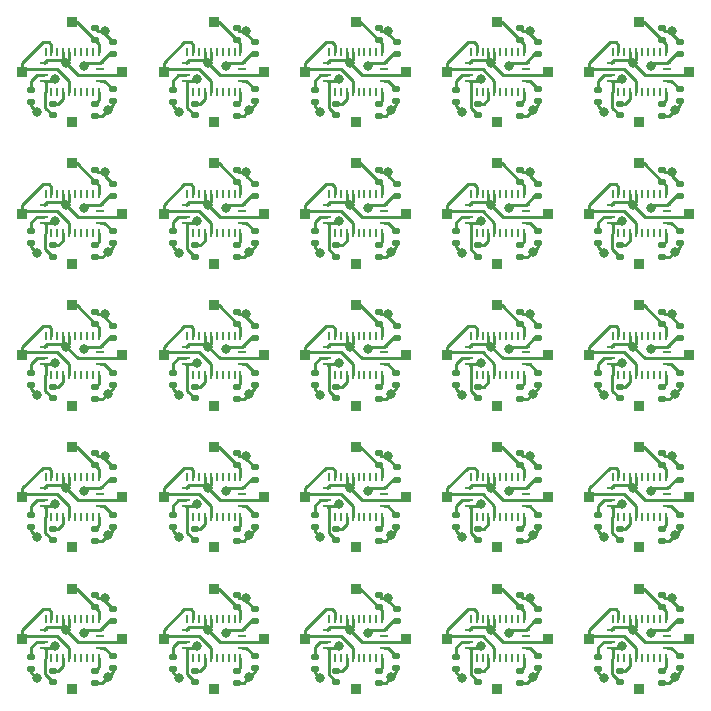
<source format=gtl>
%TF.GenerationSoftware,KiCad,Pcbnew,7.0.5-1.fc38*%
%TF.CreationDate,2023-07-07T14:16:00-04:00*%
%TF.ProjectId,bno085-i2c-board-v3-panel,626e6f30-3835-42d6-9932-632d626f6172,rev?*%
%TF.SameCoordinates,Original*%
%TF.FileFunction,Copper,L1,Top*%
%TF.FilePolarity,Positive*%
%FSLAX46Y46*%
G04 Gerber Fmt 4.6, Leading zero omitted, Abs format (unit mm)*
G04 Created by KiCad (PCBNEW 7.0.5-1.fc38) date 2023-07-07 14:16:00*
%MOMM*%
%LPD*%
G01*
G04 APERTURE LIST*
G04 Aperture macros list*
%AMRoundRect*
0 Rectangle with rounded corners*
0 $1 Rounding radius*
0 $2 $3 $4 $5 $6 $7 $8 $9 X,Y pos of 4 corners*
0 Add a 4 corners polygon primitive as box body*
4,1,4,$2,$3,$4,$5,$6,$7,$8,$9,$2,$3,0*
0 Add four circle primitives for the rounded corners*
1,1,$1+$1,$2,$3*
1,1,$1+$1,$4,$5*
1,1,$1+$1,$6,$7*
1,1,$1+$1,$8,$9*
0 Add four rect primitives between the rounded corners*
20,1,$1+$1,$2,$3,$4,$5,0*
20,1,$1+$1,$4,$5,$6,$7,0*
20,1,$1+$1,$6,$7,$8,$9,0*
20,1,$1+$1,$8,$9,$2,$3,0*%
G04 Aperture macros list end*
%TA.AperFunction,ComponentPad*%
%ADD10R,0.850000X0.850000*%
%TD*%
%TA.AperFunction,SMDPad,CuDef*%
%ADD11RoundRect,0.135000X0.185000X-0.135000X0.185000X0.135000X-0.185000X0.135000X-0.185000X-0.135000X0*%
%TD*%
%TA.AperFunction,SMDPad,CuDef*%
%ADD12RoundRect,0.135000X-0.185000X0.135000X-0.185000X-0.135000X0.185000X-0.135000X0.185000X0.135000X0*%
%TD*%
%TA.AperFunction,SMDPad,CuDef*%
%ADD13R,0.254000X0.675000*%
%TD*%
%TA.AperFunction,SMDPad,CuDef*%
%ADD14R,0.675000X0.254000*%
%TD*%
%TA.AperFunction,SMDPad,CuDef*%
%ADD15RoundRect,0.140000X-0.170000X0.140000X-0.170000X-0.140000X0.170000X-0.140000X0.170000X0.140000X0*%
%TD*%
%TA.AperFunction,ViaPad*%
%ADD16C,0.800000*%
%TD*%
%TA.AperFunction,Conductor*%
%ADD17C,0.250000*%
%TD*%
G04 APERTURE END LIST*
D10*
%TO.P,J2,1,Pin_1*%
%TO.N,Board_12-Net-(J2-Pin_1)*%
X148500000Y-60250000D03*
%TD*%
%TO.P,J3,1,Pin_1*%
%TO.N,Board_5-+3.3V*%
X120250000Y-44000000D03*
%TD*%
D11*
%TO.P,R1,1*%
%TO.N,Board_17-+3.3V*%
X150445121Y-71707561D03*
%TO.P,R1,2*%
%TO.N,Board_17-Net-(U1-ENV_SCL)*%
X150445121Y-70687561D03*
%TD*%
%TO.P,R1,1*%
%TO.N,Board_1-+3.3V*%
X138445121Y-35707561D03*
%TO.P,R1,2*%
%TO.N,Board_1-Net-(U1-ENV_SCL)*%
X138445121Y-34687561D03*
%TD*%
D12*
%TO.P,R5,1*%
%TO.N,Board_10-+3.3V*%
X127963430Y-53490000D03*
%TO.P,R5,2*%
%TO.N,Board_10-Net-(J2-Pin_1)*%
X127963430Y-54510000D03*
%TD*%
D10*
%TO.P,J1,1,Pin_1*%
%TO.N,Board_24-Net-(J1-Pin_1)*%
X172500000Y-75750000D03*
%TD*%
D13*
%TO.P,U1,1,RESV_NC*%
%TO.N,Board_20-unconnected-(U1-RESV_NC-Pad1)*%
X122250000Y-78337500D03*
D14*
%TO.P,U1,2,GND*%
%TO.N,Board_20-GND*%
X122112500Y-79250000D03*
%TO.P,U1,3,VDD*%
%TO.N,Board_20-+3.3V*%
X122112500Y-79750000D03*
%TO.P,U1,4,BOOTN*%
%TO.N,Board_20-Net-(U1-BOOTN)*%
X122112500Y-80250000D03*
%TO.P,U1,5,PS1*%
%TO.N,Board_20-GND*%
X122112500Y-80750000D03*
D13*
%TO.P,U1,6,PS0/WAKE*%
X122250000Y-81662500D03*
%TO.P,U1,7,RESV_NC*%
%TO.N,Board_20-unconnected-(U1-RESV_NC-Pad7)*%
X122750000Y-81662500D03*
%TO.P,U1,8,RESV_NC*%
%TO.N,Board_20-unconnected-(U1-RESV_NC-Pad8)*%
X123250000Y-81662500D03*
%TO.P,U1,9,CAP*%
%TO.N,Board_20-Net-(U1-CAP)*%
X123750000Y-81662500D03*
%TO.P,U1,10,CLKSEL0*%
%TO.N,Board_20-+3.3V*%
X124250000Y-81662500D03*
%TO.P,U1,11,NRST*%
%TO.N,Board_20-unconnected-(U1-NRST-Pad11)*%
X124750000Y-81662500D03*
%TO.P,U1,12,RESV_NC*%
%TO.N,Board_20-unconnected-(U1-RESV_NC-Pad12)*%
X125250000Y-81662500D03*
%TO.P,U1,13,RESV_NC*%
%TO.N,Board_20-unconnected-(U1-RESV_NC-Pad13)*%
X125750000Y-81662500D03*
%TO.P,U1,14,H_INTN*%
%TO.N,Board_20-unconnected-(U1-H_INTN-Pad14)*%
X126250000Y-81662500D03*
%TO.P,U1,15,ENV_SCL*%
%TO.N,Board_20-Net-(U1-ENV_SCL)*%
X126750000Y-81662500D03*
D14*
%TO.P,U1,16,ENV_SDA*%
%TO.N,Board_20-Net-(U1-ENV_SDA)*%
X126887500Y-80750000D03*
%TO.P,U1,17,SA0/H_MOSI*%
%TO.N,Board_20-GND*%
X126887500Y-80250000D03*
%TO.P,U1,18,H_CSN*%
%TO.N,Board_20-unconnected-(U1-H_CSN-Pad18)*%
X126887500Y-79750000D03*
%TO.P,U1,19,H_SCL/SCK/RX*%
%TO.N,Board_20-Net-(J2-Pin_1)*%
X126887500Y-79250000D03*
D13*
%TO.P,U1,20,H_SDA/H_MISO/TX*%
%TO.N,Board_20-Net-(J1-Pin_1)*%
X126750000Y-78337500D03*
%TO.P,U1,21,RESV_NC*%
%TO.N,Board_20-unconnected-(U1-RESV_NC-Pad21)*%
X126250000Y-78337500D03*
%TO.P,U1,22,RESV_NC*%
%TO.N,Board_20-unconnected-(U1-RESV_NC-Pad22)*%
X125750000Y-78337500D03*
%TO.P,U1,23,RESV_NC*%
%TO.N,Board_20-unconnected-(U1-RESV_NC-Pad23)*%
X125250000Y-78337500D03*
%TO.P,U1,24,RESV_NC*%
%TO.N,Board_20-unconnected-(U1-RESV_NC-Pad24)*%
X124750000Y-78337500D03*
%TO.P,U1,25,GNDIO*%
%TO.N,Board_20-GND*%
X124250000Y-78337500D03*
%TO.P,U1,26,XOUT32/CLKSEL1*%
X123750000Y-78337500D03*
%TO.P,U1,27,XIN32*%
%TO.N,Board_20-unconnected-(U1-XIN32-Pad27)*%
X123250000Y-78337500D03*
%TO.P,U1,28,VDDIO*%
%TO.N,Board_20-+3.3V*%
X122750000Y-78337500D03*
%TD*%
D12*
%TO.P,R3,1*%
%TO.N,Board_14-Net-(U1-BOOTN)*%
X169019054Y-57502703D03*
%TO.P,R3,2*%
%TO.N,Board_14-+3.3V*%
X169019054Y-58522703D03*
%TD*%
D13*
%TO.P,U1,1,RESV_NC*%
%TO.N,Board_11-unconnected-(U1-RESV_NC-Pad1)*%
X134250000Y-54337500D03*
D14*
%TO.P,U1,2,GND*%
%TO.N,Board_11-GND*%
X134112500Y-55250000D03*
%TO.P,U1,3,VDD*%
%TO.N,Board_11-+3.3V*%
X134112500Y-55750000D03*
%TO.P,U1,4,BOOTN*%
%TO.N,Board_11-Net-(U1-BOOTN)*%
X134112500Y-56250000D03*
%TO.P,U1,5,PS1*%
%TO.N,Board_11-GND*%
X134112500Y-56750000D03*
D13*
%TO.P,U1,6,PS0/WAKE*%
X134250000Y-57662500D03*
%TO.P,U1,7,RESV_NC*%
%TO.N,Board_11-unconnected-(U1-RESV_NC-Pad7)*%
X134750000Y-57662500D03*
%TO.P,U1,8,RESV_NC*%
%TO.N,Board_11-unconnected-(U1-RESV_NC-Pad8)*%
X135250000Y-57662500D03*
%TO.P,U1,9,CAP*%
%TO.N,Board_11-Net-(U1-CAP)*%
X135750000Y-57662500D03*
%TO.P,U1,10,CLKSEL0*%
%TO.N,Board_11-+3.3V*%
X136250000Y-57662500D03*
%TO.P,U1,11,NRST*%
%TO.N,Board_11-unconnected-(U1-NRST-Pad11)*%
X136750000Y-57662500D03*
%TO.P,U1,12,RESV_NC*%
%TO.N,Board_11-unconnected-(U1-RESV_NC-Pad12)*%
X137250000Y-57662500D03*
%TO.P,U1,13,RESV_NC*%
%TO.N,Board_11-unconnected-(U1-RESV_NC-Pad13)*%
X137750000Y-57662500D03*
%TO.P,U1,14,H_INTN*%
%TO.N,Board_11-unconnected-(U1-H_INTN-Pad14)*%
X138250000Y-57662500D03*
%TO.P,U1,15,ENV_SCL*%
%TO.N,Board_11-Net-(U1-ENV_SCL)*%
X138750000Y-57662500D03*
D14*
%TO.P,U1,16,ENV_SDA*%
%TO.N,Board_11-Net-(U1-ENV_SDA)*%
X138887500Y-56750000D03*
%TO.P,U1,17,SA0/H_MOSI*%
%TO.N,Board_11-GND*%
X138887500Y-56250000D03*
%TO.P,U1,18,H_CSN*%
%TO.N,Board_11-unconnected-(U1-H_CSN-Pad18)*%
X138887500Y-55750000D03*
%TO.P,U1,19,H_SCL/SCK/RX*%
%TO.N,Board_11-Net-(J2-Pin_1)*%
X138887500Y-55250000D03*
D13*
%TO.P,U1,20,H_SDA/H_MISO/TX*%
%TO.N,Board_11-Net-(J1-Pin_1)*%
X138750000Y-54337500D03*
%TO.P,U1,21,RESV_NC*%
%TO.N,Board_11-unconnected-(U1-RESV_NC-Pad21)*%
X138250000Y-54337500D03*
%TO.P,U1,22,RESV_NC*%
%TO.N,Board_11-unconnected-(U1-RESV_NC-Pad22)*%
X137750000Y-54337500D03*
%TO.P,U1,23,RESV_NC*%
%TO.N,Board_11-unconnected-(U1-RESV_NC-Pad23)*%
X137250000Y-54337500D03*
%TO.P,U1,24,RESV_NC*%
%TO.N,Board_11-unconnected-(U1-RESV_NC-Pad24)*%
X136750000Y-54337500D03*
%TO.P,U1,25,GNDIO*%
%TO.N,Board_11-GND*%
X136250000Y-54337500D03*
%TO.P,U1,26,XOUT32/CLKSEL1*%
X135750000Y-54337500D03*
%TO.P,U1,27,XIN32*%
%TO.N,Board_11-unconnected-(U1-XIN32-Pad27)*%
X135250000Y-54337500D03*
%TO.P,U1,28,VDDIO*%
%TO.N,Board_11-+3.3V*%
X134750000Y-54337500D03*
%TD*%
D10*
%TO.P,J4,1,Pin_1*%
%TO.N,Board_2-GND*%
X152750000Y-32000000D03*
%TD*%
D12*
%TO.P,R5,1*%
%TO.N,Board_6-+3.3V*%
X139963430Y-41490000D03*
%TO.P,R5,2*%
%TO.N,Board_6-Net-(J2-Pin_1)*%
X139963430Y-42510000D03*
%TD*%
D10*
%TO.P,J2,1,Pin_1*%
%TO.N,Board_9-Net-(J2-Pin_1)*%
X172500000Y-48250000D03*
%TD*%
D11*
%TO.P,R1,1*%
%TO.N,Board_0-+3.3V*%
X126445121Y-35707561D03*
%TO.P,R1,2*%
%TO.N,Board_0-Net-(U1-ENV_SCL)*%
X126445121Y-34687561D03*
%TD*%
%TO.P,R1,1*%
%TO.N,Board_14-+3.3V*%
X174445121Y-59707561D03*
%TO.P,R1,2*%
%TO.N,Board_14-Net-(U1-ENV_SCL)*%
X174445121Y-58687561D03*
%TD*%
D12*
%TO.P,R3,1*%
%TO.N,Board_8-Net-(U1-BOOTN)*%
X157019054Y-45502703D03*
%TO.P,R3,2*%
%TO.N,Board_8-+3.3V*%
X157019054Y-46522703D03*
%TD*%
%TO.P,R3,1*%
%TO.N,Board_9-Net-(U1-BOOTN)*%
X169019054Y-45502703D03*
%TO.P,R3,2*%
%TO.N,Board_9-+3.3V*%
X169019054Y-46522703D03*
%TD*%
D10*
%TO.P,J3,1,Pin_1*%
%TO.N,Board_19-+3.3V*%
X168250000Y-68000000D03*
%TD*%
D13*
%TO.P,U1,1,RESV_NC*%
%TO.N,Board_9-unconnected-(U1-RESV_NC-Pad1)*%
X170250000Y-42337500D03*
D14*
%TO.P,U1,2,GND*%
%TO.N,Board_9-GND*%
X170112500Y-43250000D03*
%TO.P,U1,3,VDD*%
%TO.N,Board_9-+3.3V*%
X170112500Y-43750000D03*
%TO.P,U1,4,BOOTN*%
%TO.N,Board_9-Net-(U1-BOOTN)*%
X170112500Y-44250000D03*
%TO.P,U1,5,PS1*%
%TO.N,Board_9-GND*%
X170112500Y-44750000D03*
D13*
%TO.P,U1,6,PS0/WAKE*%
X170250000Y-45662500D03*
%TO.P,U1,7,RESV_NC*%
%TO.N,Board_9-unconnected-(U1-RESV_NC-Pad7)*%
X170750000Y-45662500D03*
%TO.P,U1,8,RESV_NC*%
%TO.N,Board_9-unconnected-(U1-RESV_NC-Pad8)*%
X171250000Y-45662500D03*
%TO.P,U1,9,CAP*%
%TO.N,Board_9-Net-(U1-CAP)*%
X171750000Y-45662500D03*
%TO.P,U1,10,CLKSEL0*%
%TO.N,Board_9-+3.3V*%
X172250000Y-45662500D03*
%TO.P,U1,11,NRST*%
%TO.N,Board_9-unconnected-(U1-NRST-Pad11)*%
X172750000Y-45662500D03*
%TO.P,U1,12,RESV_NC*%
%TO.N,Board_9-unconnected-(U1-RESV_NC-Pad12)*%
X173250000Y-45662500D03*
%TO.P,U1,13,RESV_NC*%
%TO.N,Board_9-unconnected-(U1-RESV_NC-Pad13)*%
X173750000Y-45662500D03*
%TO.P,U1,14,H_INTN*%
%TO.N,Board_9-unconnected-(U1-H_INTN-Pad14)*%
X174250000Y-45662500D03*
%TO.P,U1,15,ENV_SCL*%
%TO.N,Board_9-Net-(U1-ENV_SCL)*%
X174750000Y-45662500D03*
D14*
%TO.P,U1,16,ENV_SDA*%
%TO.N,Board_9-Net-(U1-ENV_SDA)*%
X174887500Y-44750000D03*
%TO.P,U1,17,SA0/H_MOSI*%
%TO.N,Board_9-GND*%
X174887500Y-44250000D03*
%TO.P,U1,18,H_CSN*%
%TO.N,Board_9-unconnected-(U1-H_CSN-Pad18)*%
X174887500Y-43750000D03*
%TO.P,U1,19,H_SCL/SCK/RX*%
%TO.N,Board_9-Net-(J2-Pin_1)*%
X174887500Y-43250000D03*
D13*
%TO.P,U1,20,H_SDA/H_MISO/TX*%
%TO.N,Board_9-Net-(J1-Pin_1)*%
X174750000Y-42337500D03*
%TO.P,U1,21,RESV_NC*%
%TO.N,Board_9-unconnected-(U1-RESV_NC-Pad21)*%
X174250000Y-42337500D03*
%TO.P,U1,22,RESV_NC*%
%TO.N,Board_9-unconnected-(U1-RESV_NC-Pad22)*%
X173750000Y-42337500D03*
%TO.P,U1,23,RESV_NC*%
%TO.N,Board_9-unconnected-(U1-RESV_NC-Pad23)*%
X173250000Y-42337500D03*
%TO.P,U1,24,RESV_NC*%
%TO.N,Board_9-unconnected-(U1-RESV_NC-Pad24)*%
X172750000Y-42337500D03*
%TO.P,U1,25,GNDIO*%
%TO.N,Board_9-GND*%
X172250000Y-42337500D03*
%TO.P,U1,26,XOUT32/CLKSEL1*%
X171750000Y-42337500D03*
%TO.P,U1,27,XIN32*%
%TO.N,Board_9-unconnected-(U1-XIN32-Pad27)*%
X171250000Y-42337500D03*
%TO.P,U1,28,VDDIO*%
%TO.N,Board_9-+3.3V*%
X170750000Y-42337500D03*
%TD*%
D11*
%TO.P,R4,1*%
%TO.N,Board_23-Net-(J1-Pin_1)*%
X162452362Y-77306026D03*
%TO.P,R4,2*%
%TO.N,Board_23-+3.3V*%
X162452362Y-76286026D03*
%TD*%
D15*
%TO.P,C1,1*%
%TO.N,Board_22-Net-(U1-CAP)*%
X146866101Y-82686347D03*
%TO.P,C1,2*%
%TO.N,Board_22-GND*%
X146866101Y-83646347D03*
%TD*%
D13*
%TO.P,U1,1,RESV_NC*%
%TO.N,Board_6-unconnected-(U1-RESV_NC-Pad1)*%
X134250000Y-42337500D03*
D14*
%TO.P,U1,2,GND*%
%TO.N,Board_6-GND*%
X134112500Y-43250000D03*
%TO.P,U1,3,VDD*%
%TO.N,Board_6-+3.3V*%
X134112500Y-43750000D03*
%TO.P,U1,4,BOOTN*%
%TO.N,Board_6-Net-(U1-BOOTN)*%
X134112500Y-44250000D03*
%TO.P,U1,5,PS1*%
%TO.N,Board_6-GND*%
X134112500Y-44750000D03*
D13*
%TO.P,U1,6,PS0/WAKE*%
X134250000Y-45662500D03*
%TO.P,U1,7,RESV_NC*%
%TO.N,Board_6-unconnected-(U1-RESV_NC-Pad7)*%
X134750000Y-45662500D03*
%TO.P,U1,8,RESV_NC*%
%TO.N,Board_6-unconnected-(U1-RESV_NC-Pad8)*%
X135250000Y-45662500D03*
%TO.P,U1,9,CAP*%
%TO.N,Board_6-Net-(U1-CAP)*%
X135750000Y-45662500D03*
%TO.P,U1,10,CLKSEL0*%
%TO.N,Board_6-+3.3V*%
X136250000Y-45662500D03*
%TO.P,U1,11,NRST*%
%TO.N,Board_6-unconnected-(U1-NRST-Pad11)*%
X136750000Y-45662500D03*
%TO.P,U1,12,RESV_NC*%
%TO.N,Board_6-unconnected-(U1-RESV_NC-Pad12)*%
X137250000Y-45662500D03*
%TO.P,U1,13,RESV_NC*%
%TO.N,Board_6-unconnected-(U1-RESV_NC-Pad13)*%
X137750000Y-45662500D03*
%TO.P,U1,14,H_INTN*%
%TO.N,Board_6-unconnected-(U1-H_INTN-Pad14)*%
X138250000Y-45662500D03*
%TO.P,U1,15,ENV_SCL*%
%TO.N,Board_6-Net-(U1-ENV_SCL)*%
X138750000Y-45662500D03*
D14*
%TO.P,U1,16,ENV_SDA*%
%TO.N,Board_6-Net-(U1-ENV_SDA)*%
X138887500Y-44750000D03*
%TO.P,U1,17,SA0/H_MOSI*%
%TO.N,Board_6-GND*%
X138887500Y-44250000D03*
%TO.P,U1,18,H_CSN*%
%TO.N,Board_6-unconnected-(U1-H_CSN-Pad18)*%
X138887500Y-43750000D03*
%TO.P,U1,19,H_SCL/SCK/RX*%
%TO.N,Board_6-Net-(J2-Pin_1)*%
X138887500Y-43250000D03*
D13*
%TO.P,U1,20,H_SDA/H_MISO/TX*%
%TO.N,Board_6-Net-(J1-Pin_1)*%
X138750000Y-42337500D03*
%TO.P,U1,21,RESV_NC*%
%TO.N,Board_6-unconnected-(U1-RESV_NC-Pad21)*%
X138250000Y-42337500D03*
%TO.P,U1,22,RESV_NC*%
%TO.N,Board_6-unconnected-(U1-RESV_NC-Pad22)*%
X137750000Y-42337500D03*
%TO.P,U1,23,RESV_NC*%
%TO.N,Board_6-unconnected-(U1-RESV_NC-Pad23)*%
X137250000Y-42337500D03*
%TO.P,U1,24,RESV_NC*%
%TO.N,Board_6-unconnected-(U1-RESV_NC-Pad24)*%
X136750000Y-42337500D03*
%TO.P,U1,25,GNDIO*%
%TO.N,Board_6-GND*%
X136250000Y-42337500D03*
%TO.P,U1,26,XOUT32/CLKSEL1*%
X135750000Y-42337500D03*
%TO.P,U1,27,XIN32*%
%TO.N,Board_6-unconnected-(U1-XIN32-Pad27)*%
X135250000Y-42337500D03*
%TO.P,U1,28,VDDIO*%
%TO.N,Board_6-+3.3V*%
X134750000Y-42337500D03*
%TD*%
D11*
%TO.P,R4,1*%
%TO.N,Board_24-Net-(J1-Pin_1)*%
X174452362Y-77306026D03*
%TO.P,R4,2*%
%TO.N,Board_24-+3.3V*%
X174452362Y-76286026D03*
%TD*%
D10*
%TO.P,J3,1,Pin_1*%
%TO.N,Board_22-+3.3V*%
X144250000Y-80000000D03*
%TD*%
%TO.P,J2,1,Pin_1*%
%TO.N,Board_3-Net-(J2-Pin_1)*%
X160500000Y-36250000D03*
%TD*%
%TO.P,J4,1,Pin_1*%
%TO.N,Board_23-GND*%
X164750000Y-80000000D03*
%TD*%
D13*
%TO.P,U1,1,RESV_NC*%
%TO.N,Board_23-unconnected-(U1-RESV_NC-Pad1)*%
X158250000Y-78337500D03*
D14*
%TO.P,U1,2,GND*%
%TO.N,Board_23-GND*%
X158112500Y-79250000D03*
%TO.P,U1,3,VDD*%
%TO.N,Board_23-+3.3V*%
X158112500Y-79750000D03*
%TO.P,U1,4,BOOTN*%
%TO.N,Board_23-Net-(U1-BOOTN)*%
X158112500Y-80250000D03*
%TO.P,U1,5,PS1*%
%TO.N,Board_23-GND*%
X158112500Y-80750000D03*
D13*
%TO.P,U1,6,PS0/WAKE*%
X158250000Y-81662500D03*
%TO.P,U1,7,RESV_NC*%
%TO.N,Board_23-unconnected-(U1-RESV_NC-Pad7)*%
X158750000Y-81662500D03*
%TO.P,U1,8,RESV_NC*%
%TO.N,Board_23-unconnected-(U1-RESV_NC-Pad8)*%
X159250000Y-81662500D03*
%TO.P,U1,9,CAP*%
%TO.N,Board_23-Net-(U1-CAP)*%
X159750000Y-81662500D03*
%TO.P,U1,10,CLKSEL0*%
%TO.N,Board_23-+3.3V*%
X160250000Y-81662500D03*
%TO.P,U1,11,NRST*%
%TO.N,Board_23-unconnected-(U1-NRST-Pad11)*%
X160750000Y-81662500D03*
%TO.P,U1,12,RESV_NC*%
%TO.N,Board_23-unconnected-(U1-RESV_NC-Pad12)*%
X161250000Y-81662500D03*
%TO.P,U1,13,RESV_NC*%
%TO.N,Board_23-unconnected-(U1-RESV_NC-Pad13)*%
X161750000Y-81662500D03*
%TO.P,U1,14,H_INTN*%
%TO.N,Board_23-unconnected-(U1-H_INTN-Pad14)*%
X162250000Y-81662500D03*
%TO.P,U1,15,ENV_SCL*%
%TO.N,Board_23-Net-(U1-ENV_SCL)*%
X162750000Y-81662500D03*
D14*
%TO.P,U1,16,ENV_SDA*%
%TO.N,Board_23-Net-(U1-ENV_SDA)*%
X162887500Y-80750000D03*
%TO.P,U1,17,SA0/H_MOSI*%
%TO.N,Board_23-GND*%
X162887500Y-80250000D03*
%TO.P,U1,18,H_CSN*%
%TO.N,Board_23-unconnected-(U1-H_CSN-Pad18)*%
X162887500Y-79750000D03*
%TO.P,U1,19,H_SCL/SCK/RX*%
%TO.N,Board_23-Net-(J2-Pin_1)*%
X162887500Y-79250000D03*
D13*
%TO.P,U1,20,H_SDA/H_MISO/TX*%
%TO.N,Board_23-Net-(J1-Pin_1)*%
X162750000Y-78337500D03*
%TO.P,U1,21,RESV_NC*%
%TO.N,Board_23-unconnected-(U1-RESV_NC-Pad21)*%
X162250000Y-78337500D03*
%TO.P,U1,22,RESV_NC*%
%TO.N,Board_23-unconnected-(U1-RESV_NC-Pad22)*%
X161750000Y-78337500D03*
%TO.P,U1,23,RESV_NC*%
%TO.N,Board_23-unconnected-(U1-RESV_NC-Pad23)*%
X161250000Y-78337500D03*
%TO.P,U1,24,RESV_NC*%
%TO.N,Board_23-unconnected-(U1-RESV_NC-Pad24)*%
X160750000Y-78337500D03*
%TO.P,U1,25,GNDIO*%
%TO.N,Board_23-GND*%
X160250000Y-78337500D03*
%TO.P,U1,26,XOUT32/CLKSEL1*%
X159750000Y-78337500D03*
%TO.P,U1,27,XIN32*%
%TO.N,Board_23-unconnected-(U1-XIN32-Pad27)*%
X159250000Y-78337500D03*
%TO.P,U1,28,VDDIO*%
%TO.N,Board_23-+3.3V*%
X158750000Y-78337500D03*
%TD*%
D11*
%TO.P,R4,1*%
%TO.N,Board_1-Net-(J1-Pin_1)*%
X138452362Y-29306026D03*
%TO.P,R4,2*%
%TO.N,Board_1-+3.3V*%
X138452362Y-28286026D03*
%TD*%
D10*
%TO.P,J4,1,Pin_1*%
%TO.N,Board_24-GND*%
X176750000Y-80000000D03*
%TD*%
D15*
%TO.P,C1,1*%
%TO.N,Board_8-Net-(U1-CAP)*%
X158866101Y-46686347D03*
%TO.P,C1,2*%
%TO.N,Board_8-GND*%
X158866101Y-47646347D03*
%TD*%
D11*
%TO.P,R1,1*%
%TO.N,Board_7-+3.3V*%
X150445121Y-47707561D03*
%TO.P,R1,2*%
%TO.N,Board_7-Net-(U1-ENV_SCL)*%
X150445121Y-46687561D03*
%TD*%
D12*
%TO.P,R2,1*%
%TO.N,Board_18-Net-(U1-ENV_SDA)*%
X163957740Y-69481381D03*
%TO.P,R2,2*%
%TO.N,Board_18-+3.3V*%
X163957740Y-70501381D03*
%TD*%
%TO.P,R2,1*%
%TO.N,Board_13-Net-(U1-ENV_SDA)*%
X163957740Y-57481381D03*
%TO.P,R2,2*%
%TO.N,Board_13-+3.3V*%
X163957740Y-58501381D03*
%TD*%
D11*
%TO.P,R1,1*%
%TO.N,Board_2-+3.3V*%
X150445121Y-35707561D03*
%TO.P,R1,2*%
%TO.N,Board_2-Net-(U1-ENV_SCL)*%
X150445121Y-34687561D03*
%TD*%
D15*
%TO.P,C1,1*%
%TO.N,Board_5-Net-(U1-CAP)*%
X122866101Y-46686347D03*
%TO.P,C1,2*%
%TO.N,Board_5-GND*%
X122866101Y-47646347D03*
%TD*%
D11*
%TO.P,R1,1*%
%TO.N,Board_12-+3.3V*%
X150445121Y-59707561D03*
%TO.P,R1,2*%
%TO.N,Board_12-Net-(U1-ENV_SCL)*%
X150445121Y-58687561D03*
%TD*%
%TO.P,R1,1*%
%TO.N,Board_11-+3.3V*%
X138445121Y-59707561D03*
%TO.P,R1,2*%
%TO.N,Board_11-Net-(U1-ENV_SCL)*%
X138445121Y-58687561D03*
%TD*%
D10*
%TO.P,J2,1,Pin_1*%
%TO.N,Board_13-Net-(J2-Pin_1)*%
X160500000Y-60250000D03*
%TD*%
D12*
%TO.P,R3,1*%
%TO.N,Board_7-Net-(U1-BOOTN)*%
X145019054Y-45502703D03*
%TO.P,R3,2*%
%TO.N,Board_7-+3.3V*%
X145019054Y-46522703D03*
%TD*%
D10*
%TO.P,J3,1,Pin_1*%
%TO.N,Board_23-+3.3V*%
X156250000Y-80000000D03*
%TD*%
D12*
%TO.P,R5,1*%
%TO.N,Board_18-+3.3V*%
X163963430Y-65490000D03*
%TO.P,R5,2*%
%TO.N,Board_18-Net-(J2-Pin_1)*%
X163963430Y-66510000D03*
%TD*%
D10*
%TO.P,J4,1,Pin_1*%
%TO.N,Board_15-GND*%
X128750000Y-68000000D03*
%TD*%
D11*
%TO.P,R1,1*%
%TO.N,Board_3-+3.3V*%
X162445121Y-35707561D03*
%TO.P,R1,2*%
%TO.N,Board_3-Net-(U1-ENV_SCL)*%
X162445121Y-34687561D03*
%TD*%
D12*
%TO.P,R2,1*%
%TO.N,Board_14-Net-(U1-ENV_SDA)*%
X175957740Y-57481381D03*
%TO.P,R2,2*%
%TO.N,Board_14-+3.3V*%
X175957740Y-58501381D03*
%TD*%
D10*
%TO.P,J1,1,Pin_1*%
%TO.N,Board_21-Net-(J1-Pin_1)*%
X136500000Y-75750000D03*
%TD*%
D13*
%TO.P,U1,1,RESV_NC*%
%TO.N,Board_10-unconnected-(U1-RESV_NC-Pad1)*%
X122250000Y-54337500D03*
D14*
%TO.P,U1,2,GND*%
%TO.N,Board_10-GND*%
X122112500Y-55250000D03*
%TO.P,U1,3,VDD*%
%TO.N,Board_10-+3.3V*%
X122112500Y-55750000D03*
%TO.P,U1,4,BOOTN*%
%TO.N,Board_10-Net-(U1-BOOTN)*%
X122112500Y-56250000D03*
%TO.P,U1,5,PS1*%
%TO.N,Board_10-GND*%
X122112500Y-56750000D03*
D13*
%TO.P,U1,6,PS0/WAKE*%
X122250000Y-57662500D03*
%TO.P,U1,7,RESV_NC*%
%TO.N,Board_10-unconnected-(U1-RESV_NC-Pad7)*%
X122750000Y-57662500D03*
%TO.P,U1,8,RESV_NC*%
%TO.N,Board_10-unconnected-(U1-RESV_NC-Pad8)*%
X123250000Y-57662500D03*
%TO.P,U1,9,CAP*%
%TO.N,Board_10-Net-(U1-CAP)*%
X123750000Y-57662500D03*
%TO.P,U1,10,CLKSEL0*%
%TO.N,Board_10-+3.3V*%
X124250000Y-57662500D03*
%TO.P,U1,11,NRST*%
%TO.N,Board_10-unconnected-(U1-NRST-Pad11)*%
X124750000Y-57662500D03*
%TO.P,U1,12,RESV_NC*%
%TO.N,Board_10-unconnected-(U1-RESV_NC-Pad12)*%
X125250000Y-57662500D03*
%TO.P,U1,13,RESV_NC*%
%TO.N,Board_10-unconnected-(U1-RESV_NC-Pad13)*%
X125750000Y-57662500D03*
%TO.P,U1,14,H_INTN*%
%TO.N,Board_10-unconnected-(U1-H_INTN-Pad14)*%
X126250000Y-57662500D03*
%TO.P,U1,15,ENV_SCL*%
%TO.N,Board_10-Net-(U1-ENV_SCL)*%
X126750000Y-57662500D03*
D14*
%TO.P,U1,16,ENV_SDA*%
%TO.N,Board_10-Net-(U1-ENV_SDA)*%
X126887500Y-56750000D03*
%TO.P,U1,17,SA0/H_MOSI*%
%TO.N,Board_10-GND*%
X126887500Y-56250000D03*
%TO.P,U1,18,H_CSN*%
%TO.N,Board_10-unconnected-(U1-H_CSN-Pad18)*%
X126887500Y-55750000D03*
%TO.P,U1,19,H_SCL/SCK/RX*%
%TO.N,Board_10-Net-(J2-Pin_1)*%
X126887500Y-55250000D03*
D13*
%TO.P,U1,20,H_SDA/H_MISO/TX*%
%TO.N,Board_10-Net-(J1-Pin_1)*%
X126750000Y-54337500D03*
%TO.P,U1,21,RESV_NC*%
%TO.N,Board_10-unconnected-(U1-RESV_NC-Pad21)*%
X126250000Y-54337500D03*
%TO.P,U1,22,RESV_NC*%
%TO.N,Board_10-unconnected-(U1-RESV_NC-Pad22)*%
X125750000Y-54337500D03*
%TO.P,U1,23,RESV_NC*%
%TO.N,Board_10-unconnected-(U1-RESV_NC-Pad23)*%
X125250000Y-54337500D03*
%TO.P,U1,24,RESV_NC*%
%TO.N,Board_10-unconnected-(U1-RESV_NC-Pad24)*%
X124750000Y-54337500D03*
%TO.P,U1,25,GNDIO*%
%TO.N,Board_10-GND*%
X124250000Y-54337500D03*
%TO.P,U1,26,XOUT32/CLKSEL1*%
X123750000Y-54337500D03*
%TO.P,U1,27,XIN32*%
%TO.N,Board_10-unconnected-(U1-XIN32-Pad27)*%
X123250000Y-54337500D03*
%TO.P,U1,28,VDDIO*%
%TO.N,Board_10-+3.3V*%
X122750000Y-54337500D03*
%TD*%
D11*
%TO.P,R1,1*%
%TO.N,Board_19-+3.3V*%
X174445121Y-71707561D03*
%TO.P,R1,2*%
%TO.N,Board_19-Net-(U1-ENV_SCL)*%
X174445121Y-70687561D03*
%TD*%
D10*
%TO.P,J3,1,Pin_1*%
%TO.N,Board_15-+3.3V*%
X120250000Y-68000000D03*
%TD*%
D12*
%TO.P,R5,1*%
%TO.N,Board_24-+3.3V*%
X175963430Y-77490000D03*
%TO.P,R5,2*%
%TO.N,Board_24-Net-(J2-Pin_1)*%
X175963430Y-78510000D03*
%TD*%
D10*
%TO.P,J3,1,Pin_1*%
%TO.N,Board_10-+3.3V*%
X120250000Y-56000000D03*
%TD*%
D13*
%TO.P,U1,1,RESV_NC*%
%TO.N,Board_18-unconnected-(U1-RESV_NC-Pad1)*%
X158250000Y-66337500D03*
D14*
%TO.P,U1,2,GND*%
%TO.N,Board_18-GND*%
X158112500Y-67250000D03*
%TO.P,U1,3,VDD*%
%TO.N,Board_18-+3.3V*%
X158112500Y-67750000D03*
%TO.P,U1,4,BOOTN*%
%TO.N,Board_18-Net-(U1-BOOTN)*%
X158112500Y-68250000D03*
%TO.P,U1,5,PS1*%
%TO.N,Board_18-GND*%
X158112500Y-68750000D03*
D13*
%TO.P,U1,6,PS0/WAKE*%
X158250000Y-69662500D03*
%TO.P,U1,7,RESV_NC*%
%TO.N,Board_18-unconnected-(U1-RESV_NC-Pad7)*%
X158750000Y-69662500D03*
%TO.P,U1,8,RESV_NC*%
%TO.N,Board_18-unconnected-(U1-RESV_NC-Pad8)*%
X159250000Y-69662500D03*
%TO.P,U1,9,CAP*%
%TO.N,Board_18-Net-(U1-CAP)*%
X159750000Y-69662500D03*
%TO.P,U1,10,CLKSEL0*%
%TO.N,Board_18-+3.3V*%
X160250000Y-69662500D03*
%TO.P,U1,11,NRST*%
%TO.N,Board_18-unconnected-(U1-NRST-Pad11)*%
X160750000Y-69662500D03*
%TO.P,U1,12,RESV_NC*%
%TO.N,Board_18-unconnected-(U1-RESV_NC-Pad12)*%
X161250000Y-69662500D03*
%TO.P,U1,13,RESV_NC*%
%TO.N,Board_18-unconnected-(U1-RESV_NC-Pad13)*%
X161750000Y-69662500D03*
%TO.P,U1,14,H_INTN*%
%TO.N,Board_18-unconnected-(U1-H_INTN-Pad14)*%
X162250000Y-69662500D03*
%TO.P,U1,15,ENV_SCL*%
%TO.N,Board_18-Net-(U1-ENV_SCL)*%
X162750000Y-69662500D03*
D14*
%TO.P,U1,16,ENV_SDA*%
%TO.N,Board_18-Net-(U1-ENV_SDA)*%
X162887500Y-68750000D03*
%TO.P,U1,17,SA0/H_MOSI*%
%TO.N,Board_18-GND*%
X162887500Y-68250000D03*
%TO.P,U1,18,H_CSN*%
%TO.N,Board_18-unconnected-(U1-H_CSN-Pad18)*%
X162887500Y-67750000D03*
%TO.P,U1,19,H_SCL/SCK/RX*%
%TO.N,Board_18-Net-(J2-Pin_1)*%
X162887500Y-67250000D03*
D13*
%TO.P,U1,20,H_SDA/H_MISO/TX*%
%TO.N,Board_18-Net-(J1-Pin_1)*%
X162750000Y-66337500D03*
%TO.P,U1,21,RESV_NC*%
%TO.N,Board_18-unconnected-(U1-RESV_NC-Pad21)*%
X162250000Y-66337500D03*
%TO.P,U1,22,RESV_NC*%
%TO.N,Board_18-unconnected-(U1-RESV_NC-Pad22)*%
X161750000Y-66337500D03*
%TO.P,U1,23,RESV_NC*%
%TO.N,Board_18-unconnected-(U1-RESV_NC-Pad23)*%
X161250000Y-66337500D03*
%TO.P,U1,24,RESV_NC*%
%TO.N,Board_18-unconnected-(U1-RESV_NC-Pad24)*%
X160750000Y-66337500D03*
%TO.P,U1,25,GNDIO*%
%TO.N,Board_18-GND*%
X160250000Y-66337500D03*
%TO.P,U1,26,XOUT32/CLKSEL1*%
X159750000Y-66337500D03*
%TO.P,U1,27,XIN32*%
%TO.N,Board_18-unconnected-(U1-XIN32-Pad27)*%
X159250000Y-66337500D03*
%TO.P,U1,28,VDDIO*%
%TO.N,Board_18-+3.3V*%
X158750000Y-66337500D03*
%TD*%
D12*
%TO.P,R2,1*%
%TO.N,Board_4-Net-(U1-ENV_SDA)*%
X175957740Y-33481381D03*
%TO.P,R2,2*%
%TO.N,Board_4-+3.3V*%
X175957740Y-34501381D03*
%TD*%
%TO.P,R2,1*%
%TO.N,Board_22-Net-(U1-ENV_SDA)*%
X151957740Y-81481381D03*
%TO.P,R2,2*%
%TO.N,Board_22-+3.3V*%
X151957740Y-82501381D03*
%TD*%
D11*
%TO.P,R4,1*%
%TO.N,Board_22-Net-(J1-Pin_1)*%
X150452362Y-77306026D03*
%TO.P,R4,2*%
%TO.N,Board_22-+3.3V*%
X150452362Y-76286026D03*
%TD*%
D12*
%TO.P,R3,1*%
%TO.N,Board_22-Net-(U1-BOOTN)*%
X145019054Y-81502703D03*
%TO.P,R3,2*%
%TO.N,Board_22-+3.3V*%
X145019054Y-82522703D03*
%TD*%
D10*
%TO.P,J4,1,Pin_1*%
%TO.N,Board_16-GND*%
X140750000Y-68000000D03*
%TD*%
D15*
%TO.P,C1,1*%
%TO.N,Board_13-Net-(U1-CAP)*%
X158866101Y-58686347D03*
%TO.P,C1,2*%
%TO.N,Board_13-GND*%
X158866101Y-59646347D03*
%TD*%
D13*
%TO.P,U1,1,RESV_NC*%
%TO.N,Board_4-unconnected-(U1-RESV_NC-Pad1)*%
X170250000Y-30337500D03*
D14*
%TO.P,U1,2,GND*%
%TO.N,Board_4-GND*%
X170112500Y-31250000D03*
%TO.P,U1,3,VDD*%
%TO.N,Board_4-+3.3V*%
X170112500Y-31750000D03*
%TO.P,U1,4,BOOTN*%
%TO.N,Board_4-Net-(U1-BOOTN)*%
X170112500Y-32250000D03*
%TO.P,U1,5,PS1*%
%TO.N,Board_4-GND*%
X170112500Y-32750000D03*
D13*
%TO.P,U1,6,PS0/WAKE*%
X170250000Y-33662500D03*
%TO.P,U1,7,RESV_NC*%
%TO.N,Board_4-unconnected-(U1-RESV_NC-Pad7)*%
X170750000Y-33662500D03*
%TO.P,U1,8,RESV_NC*%
%TO.N,Board_4-unconnected-(U1-RESV_NC-Pad8)*%
X171250000Y-33662500D03*
%TO.P,U1,9,CAP*%
%TO.N,Board_4-Net-(U1-CAP)*%
X171750000Y-33662500D03*
%TO.P,U1,10,CLKSEL0*%
%TO.N,Board_4-+3.3V*%
X172250000Y-33662500D03*
%TO.P,U1,11,NRST*%
%TO.N,Board_4-unconnected-(U1-NRST-Pad11)*%
X172750000Y-33662500D03*
%TO.P,U1,12,RESV_NC*%
%TO.N,Board_4-unconnected-(U1-RESV_NC-Pad12)*%
X173250000Y-33662500D03*
%TO.P,U1,13,RESV_NC*%
%TO.N,Board_4-unconnected-(U1-RESV_NC-Pad13)*%
X173750000Y-33662500D03*
%TO.P,U1,14,H_INTN*%
%TO.N,Board_4-unconnected-(U1-H_INTN-Pad14)*%
X174250000Y-33662500D03*
%TO.P,U1,15,ENV_SCL*%
%TO.N,Board_4-Net-(U1-ENV_SCL)*%
X174750000Y-33662500D03*
D14*
%TO.P,U1,16,ENV_SDA*%
%TO.N,Board_4-Net-(U1-ENV_SDA)*%
X174887500Y-32750000D03*
%TO.P,U1,17,SA0/H_MOSI*%
%TO.N,Board_4-GND*%
X174887500Y-32250000D03*
%TO.P,U1,18,H_CSN*%
%TO.N,Board_4-unconnected-(U1-H_CSN-Pad18)*%
X174887500Y-31750000D03*
%TO.P,U1,19,H_SCL/SCK/RX*%
%TO.N,Board_4-Net-(J2-Pin_1)*%
X174887500Y-31250000D03*
D13*
%TO.P,U1,20,H_SDA/H_MISO/TX*%
%TO.N,Board_4-Net-(J1-Pin_1)*%
X174750000Y-30337500D03*
%TO.P,U1,21,RESV_NC*%
%TO.N,Board_4-unconnected-(U1-RESV_NC-Pad21)*%
X174250000Y-30337500D03*
%TO.P,U1,22,RESV_NC*%
%TO.N,Board_4-unconnected-(U1-RESV_NC-Pad22)*%
X173750000Y-30337500D03*
%TO.P,U1,23,RESV_NC*%
%TO.N,Board_4-unconnected-(U1-RESV_NC-Pad23)*%
X173250000Y-30337500D03*
%TO.P,U1,24,RESV_NC*%
%TO.N,Board_4-unconnected-(U1-RESV_NC-Pad24)*%
X172750000Y-30337500D03*
%TO.P,U1,25,GNDIO*%
%TO.N,Board_4-GND*%
X172250000Y-30337500D03*
%TO.P,U1,26,XOUT32/CLKSEL1*%
X171750000Y-30337500D03*
%TO.P,U1,27,XIN32*%
%TO.N,Board_4-unconnected-(U1-XIN32-Pad27)*%
X171250000Y-30337500D03*
%TO.P,U1,28,VDDIO*%
%TO.N,Board_4-+3.3V*%
X170750000Y-30337500D03*
%TD*%
D12*
%TO.P,R5,1*%
%TO.N,Board_15-+3.3V*%
X127963430Y-65490000D03*
%TO.P,R5,2*%
%TO.N,Board_15-Net-(J2-Pin_1)*%
X127963430Y-66510000D03*
%TD*%
%TO.P,R5,1*%
%TO.N,Board_19-+3.3V*%
X175963430Y-65490000D03*
%TO.P,R5,2*%
%TO.N,Board_19-Net-(J2-Pin_1)*%
X175963430Y-66510000D03*
%TD*%
%TO.P,R3,1*%
%TO.N,Board_11-Net-(U1-BOOTN)*%
X133019054Y-57502703D03*
%TO.P,R3,2*%
%TO.N,Board_11-+3.3V*%
X133019054Y-58522703D03*
%TD*%
D10*
%TO.P,J3,1,Pin_1*%
%TO.N,Board_3-+3.3V*%
X156250000Y-32000000D03*
%TD*%
D12*
%TO.P,R5,1*%
%TO.N,Board_12-+3.3V*%
X151963430Y-53490000D03*
%TO.P,R5,2*%
%TO.N,Board_12-Net-(J2-Pin_1)*%
X151963430Y-54510000D03*
%TD*%
D10*
%TO.P,J2,1,Pin_1*%
%TO.N,Board_19-Net-(J2-Pin_1)*%
X172500000Y-72250000D03*
%TD*%
D12*
%TO.P,R2,1*%
%TO.N,Board_10-Net-(U1-ENV_SDA)*%
X127957740Y-57481381D03*
%TO.P,R2,2*%
%TO.N,Board_10-+3.3V*%
X127957740Y-58501381D03*
%TD*%
D10*
%TO.P,J3,1,Pin_1*%
%TO.N,Board_7-+3.3V*%
X144250000Y-44000000D03*
%TD*%
D11*
%TO.P,R4,1*%
%TO.N,Board_13-Net-(J1-Pin_1)*%
X162452362Y-53306026D03*
%TO.P,R4,2*%
%TO.N,Board_13-+3.3V*%
X162452362Y-52286026D03*
%TD*%
D13*
%TO.P,U1,1,RESV_NC*%
%TO.N,Board_17-unconnected-(U1-RESV_NC-Pad1)*%
X146250000Y-66337500D03*
D14*
%TO.P,U1,2,GND*%
%TO.N,Board_17-GND*%
X146112500Y-67250000D03*
%TO.P,U1,3,VDD*%
%TO.N,Board_17-+3.3V*%
X146112500Y-67750000D03*
%TO.P,U1,4,BOOTN*%
%TO.N,Board_17-Net-(U1-BOOTN)*%
X146112500Y-68250000D03*
%TO.P,U1,5,PS1*%
%TO.N,Board_17-GND*%
X146112500Y-68750000D03*
D13*
%TO.P,U1,6,PS0/WAKE*%
X146250000Y-69662500D03*
%TO.P,U1,7,RESV_NC*%
%TO.N,Board_17-unconnected-(U1-RESV_NC-Pad7)*%
X146750000Y-69662500D03*
%TO.P,U1,8,RESV_NC*%
%TO.N,Board_17-unconnected-(U1-RESV_NC-Pad8)*%
X147250000Y-69662500D03*
%TO.P,U1,9,CAP*%
%TO.N,Board_17-Net-(U1-CAP)*%
X147750000Y-69662500D03*
%TO.P,U1,10,CLKSEL0*%
%TO.N,Board_17-+3.3V*%
X148250000Y-69662500D03*
%TO.P,U1,11,NRST*%
%TO.N,Board_17-unconnected-(U1-NRST-Pad11)*%
X148750000Y-69662500D03*
%TO.P,U1,12,RESV_NC*%
%TO.N,Board_17-unconnected-(U1-RESV_NC-Pad12)*%
X149250000Y-69662500D03*
%TO.P,U1,13,RESV_NC*%
%TO.N,Board_17-unconnected-(U1-RESV_NC-Pad13)*%
X149750000Y-69662500D03*
%TO.P,U1,14,H_INTN*%
%TO.N,Board_17-unconnected-(U1-H_INTN-Pad14)*%
X150250000Y-69662500D03*
%TO.P,U1,15,ENV_SCL*%
%TO.N,Board_17-Net-(U1-ENV_SCL)*%
X150750000Y-69662500D03*
D14*
%TO.P,U1,16,ENV_SDA*%
%TO.N,Board_17-Net-(U1-ENV_SDA)*%
X150887500Y-68750000D03*
%TO.P,U1,17,SA0/H_MOSI*%
%TO.N,Board_17-GND*%
X150887500Y-68250000D03*
%TO.P,U1,18,H_CSN*%
%TO.N,Board_17-unconnected-(U1-H_CSN-Pad18)*%
X150887500Y-67750000D03*
%TO.P,U1,19,H_SCL/SCK/RX*%
%TO.N,Board_17-Net-(J2-Pin_1)*%
X150887500Y-67250000D03*
D13*
%TO.P,U1,20,H_SDA/H_MISO/TX*%
%TO.N,Board_17-Net-(J1-Pin_1)*%
X150750000Y-66337500D03*
%TO.P,U1,21,RESV_NC*%
%TO.N,Board_17-unconnected-(U1-RESV_NC-Pad21)*%
X150250000Y-66337500D03*
%TO.P,U1,22,RESV_NC*%
%TO.N,Board_17-unconnected-(U1-RESV_NC-Pad22)*%
X149750000Y-66337500D03*
%TO.P,U1,23,RESV_NC*%
%TO.N,Board_17-unconnected-(U1-RESV_NC-Pad23)*%
X149250000Y-66337500D03*
%TO.P,U1,24,RESV_NC*%
%TO.N,Board_17-unconnected-(U1-RESV_NC-Pad24)*%
X148750000Y-66337500D03*
%TO.P,U1,25,GNDIO*%
%TO.N,Board_17-GND*%
X148250000Y-66337500D03*
%TO.P,U1,26,XOUT32/CLKSEL1*%
X147750000Y-66337500D03*
%TO.P,U1,27,XIN32*%
%TO.N,Board_17-unconnected-(U1-XIN32-Pad27)*%
X147250000Y-66337500D03*
%TO.P,U1,28,VDDIO*%
%TO.N,Board_17-+3.3V*%
X146750000Y-66337500D03*
%TD*%
%TO.P,U1,1,RESV_NC*%
%TO.N,Board_13-unconnected-(U1-RESV_NC-Pad1)*%
X158250000Y-54337500D03*
D14*
%TO.P,U1,2,GND*%
%TO.N,Board_13-GND*%
X158112500Y-55250000D03*
%TO.P,U1,3,VDD*%
%TO.N,Board_13-+3.3V*%
X158112500Y-55750000D03*
%TO.P,U1,4,BOOTN*%
%TO.N,Board_13-Net-(U1-BOOTN)*%
X158112500Y-56250000D03*
%TO.P,U1,5,PS1*%
%TO.N,Board_13-GND*%
X158112500Y-56750000D03*
D13*
%TO.P,U1,6,PS0/WAKE*%
X158250000Y-57662500D03*
%TO.P,U1,7,RESV_NC*%
%TO.N,Board_13-unconnected-(U1-RESV_NC-Pad7)*%
X158750000Y-57662500D03*
%TO.P,U1,8,RESV_NC*%
%TO.N,Board_13-unconnected-(U1-RESV_NC-Pad8)*%
X159250000Y-57662500D03*
%TO.P,U1,9,CAP*%
%TO.N,Board_13-Net-(U1-CAP)*%
X159750000Y-57662500D03*
%TO.P,U1,10,CLKSEL0*%
%TO.N,Board_13-+3.3V*%
X160250000Y-57662500D03*
%TO.P,U1,11,NRST*%
%TO.N,Board_13-unconnected-(U1-NRST-Pad11)*%
X160750000Y-57662500D03*
%TO.P,U1,12,RESV_NC*%
%TO.N,Board_13-unconnected-(U1-RESV_NC-Pad12)*%
X161250000Y-57662500D03*
%TO.P,U1,13,RESV_NC*%
%TO.N,Board_13-unconnected-(U1-RESV_NC-Pad13)*%
X161750000Y-57662500D03*
%TO.P,U1,14,H_INTN*%
%TO.N,Board_13-unconnected-(U1-H_INTN-Pad14)*%
X162250000Y-57662500D03*
%TO.P,U1,15,ENV_SCL*%
%TO.N,Board_13-Net-(U1-ENV_SCL)*%
X162750000Y-57662500D03*
D14*
%TO.P,U1,16,ENV_SDA*%
%TO.N,Board_13-Net-(U1-ENV_SDA)*%
X162887500Y-56750000D03*
%TO.P,U1,17,SA0/H_MOSI*%
%TO.N,Board_13-GND*%
X162887500Y-56250000D03*
%TO.P,U1,18,H_CSN*%
%TO.N,Board_13-unconnected-(U1-H_CSN-Pad18)*%
X162887500Y-55750000D03*
%TO.P,U1,19,H_SCL/SCK/RX*%
%TO.N,Board_13-Net-(J2-Pin_1)*%
X162887500Y-55250000D03*
D13*
%TO.P,U1,20,H_SDA/H_MISO/TX*%
%TO.N,Board_13-Net-(J1-Pin_1)*%
X162750000Y-54337500D03*
%TO.P,U1,21,RESV_NC*%
%TO.N,Board_13-unconnected-(U1-RESV_NC-Pad21)*%
X162250000Y-54337500D03*
%TO.P,U1,22,RESV_NC*%
%TO.N,Board_13-unconnected-(U1-RESV_NC-Pad22)*%
X161750000Y-54337500D03*
%TO.P,U1,23,RESV_NC*%
%TO.N,Board_13-unconnected-(U1-RESV_NC-Pad23)*%
X161250000Y-54337500D03*
%TO.P,U1,24,RESV_NC*%
%TO.N,Board_13-unconnected-(U1-RESV_NC-Pad24)*%
X160750000Y-54337500D03*
%TO.P,U1,25,GNDIO*%
%TO.N,Board_13-GND*%
X160250000Y-54337500D03*
%TO.P,U1,26,XOUT32/CLKSEL1*%
X159750000Y-54337500D03*
%TO.P,U1,27,XIN32*%
%TO.N,Board_13-unconnected-(U1-XIN32-Pad27)*%
X159250000Y-54337500D03*
%TO.P,U1,28,VDDIO*%
%TO.N,Board_13-+3.3V*%
X158750000Y-54337500D03*
%TD*%
D11*
%TO.P,R4,1*%
%TO.N,Board_8-Net-(J1-Pin_1)*%
X162452362Y-41306026D03*
%TO.P,R4,2*%
%TO.N,Board_8-+3.3V*%
X162452362Y-40286026D03*
%TD*%
D12*
%TO.P,R2,1*%
%TO.N,Board_23-Net-(U1-ENV_SDA)*%
X163957740Y-81481381D03*
%TO.P,R2,2*%
%TO.N,Board_23-+3.3V*%
X163957740Y-82501381D03*
%TD*%
D11*
%TO.P,R4,1*%
%TO.N,Board_18-Net-(J1-Pin_1)*%
X162452362Y-65306026D03*
%TO.P,R4,2*%
%TO.N,Board_18-+3.3V*%
X162452362Y-64286026D03*
%TD*%
D12*
%TO.P,R2,1*%
%TO.N,Board_24-Net-(U1-ENV_SDA)*%
X175957740Y-81481381D03*
%TO.P,R2,2*%
%TO.N,Board_24-+3.3V*%
X175957740Y-82501381D03*
%TD*%
D13*
%TO.P,U1,1,RESV_NC*%
%TO.N,Board_8-unconnected-(U1-RESV_NC-Pad1)*%
X158250000Y-42337500D03*
D14*
%TO.P,U1,2,GND*%
%TO.N,Board_8-GND*%
X158112500Y-43250000D03*
%TO.P,U1,3,VDD*%
%TO.N,Board_8-+3.3V*%
X158112500Y-43750000D03*
%TO.P,U1,4,BOOTN*%
%TO.N,Board_8-Net-(U1-BOOTN)*%
X158112500Y-44250000D03*
%TO.P,U1,5,PS1*%
%TO.N,Board_8-GND*%
X158112500Y-44750000D03*
D13*
%TO.P,U1,6,PS0/WAKE*%
X158250000Y-45662500D03*
%TO.P,U1,7,RESV_NC*%
%TO.N,Board_8-unconnected-(U1-RESV_NC-Pad7)*%
X158750000Y-45662500D03*
%TO.P,U1,8,RESV_NC*%
%TO.N,Board_8-unconnected-(U1-RESV_NC-Pad8)*%
X159250000Y-45662500D03*
%TO.P,U1,9,CAP*%
%TO.N,Board_8-Net-(U1-CAP)*%
X159750000Y-45662500D03*
%TO.P,U1,10,CLKSEL0*%
%TO.N,Board_8-+3.3V*%
X160250000Y-45662500D03*
%TO.P,U1,11,NRST*%
%TO.N,Board_8-unconnected-(U1-NRST-Pad11)*%
X160750000Y-45662500D03*
%TO.P,U1,12,RESV_NC*%
%TO.N,Board_8-unconnected-(U1-RESV_NC-Pad12)*%
X161250000Y-45662500D03*
%TO.P,U1,13,RESV_NC*%
%TO.N,Board_8-unconnected-(U1-RESV_NC-Pad13)*%
X161750000Y-45662500D03*
%TO.P,U1,14,H_INTN*%
%TO.N,Board_8-unconnected-(U1-H_INTN-Pad14)*%
X162250000Y-45662500D03*
%TO.P,U1,15,ENV_SCL*%
%TO.N,Board_8-Net-(U1-ENV_SCL)*%
X162750000Y-45662500D03*
D14*
%TO.P,U1,16,ENV_SDA*%
%TO.N,Board_8-Net-(U1-ENV_SDA)*%
X162887500Y-44750000D03*
%TO.P,U1,17,SA0/H_MOSI*%
%TO.N,Board_8-GND*%
X162887500Y-44250000D03*
%TO.P,U1,18,H_CSN*%
%TO.N,Board_8-unconnected-(U1-H_CSN-Pad18)*%
X162887500Y-43750000D03*
%TO.P,U1,19,H_SCL/SCK/RX*%
%TO.N,Board_8-Net-(J2-Pin_1)*%
X162887500Y-43250000D03*
D13*
%TO.P,U1,20,H_SDA/H_MISO/TX*%
%TO.N,Board_8-Net-(J1-Pin_1)*%
X162750000Y-42337500D03*
%TO.P,U1,21,RESV_NC*%
%TO.N,Board_8-unconnected-(U1-RESV_NC-Pad21)*%
X162250000Y-42337500D03*
%TO.P,U1,22,RESV_NC*%
%TO.N,Board_8-unconnected-(U1-RESV_NC-Pad22)*%
X161750000Y-42337500D03*
%TO.P,U1,23,RESV_NC*%
%TO.N,Board_8-unconnected-(U1-RESV_NC-Pad23)*%
X161250000Y-42337500D03*
%TO.P,U1,24,RESV_NC*%
%TO.N,Board_8-unconnected-(U1-RESV_NC-Pad24)*%
X160750000Y-42337500D03*
%TO.P,U1,25,GNDIO*%
%TO.N,Board_8-GND*%
X160250000Y-42337500D03*
%TO.P,U1,26,XOUT32/CLKSEL1*%
X159750000Y-42337500D03*
%TO.P,U1,27,XIN32*%
%TO.N,Board_8-unconnected-(U1-XIN32-Pad27)*%
X159250000Y-42337500D03*
%TO.P,U1,28,VDDIO*%
%TO.N,Board_8-+3.3V*%
X158750000Y-42337500D03*
%TD*%
D10*
%TO.P,J2,1,Pin_1*%
%TO.N,Board_22-Net-(J2-Pin_1)*%
X148500000Y-84250000D03*
%TD*%
D11*
%TO.P,R1,1*%
%TO.N,Board_18-+3.3V*%
X162445121Y-71707561D03*
%TO.P,R1,2*%
%TO.N,Board_18-Net-(U1-ENV_SCL)*%
X162445121Y-70687561D03*
%TD*%
D10*
%TO.P,J1,1,Pin_1*%
%TO.N,Board_5-Net-(J1-Pin_1)*%
X124500000Y-39750000D03*
%TD*%
D12*
%TO.P,R3,1*%
%TO.N,Board_16-Net-(U1-BOOTN)*%
X133019054Y-69502703D03*
%TO.P,R3,2*%
%TO.N,Board_16-+3.3V*%
X133019054Y-70522703D03*
%TD*%
%TO.P,R5,1*%
%TO.N,Board_4-+3.3V*%
X175963430Y-29490000D03*
%TO.P,R5,2*%
%TO.N,Board_4-Net-(J2-Pin_1)*%
X175963430Y-30510000D03*
%TD*%
D10*
%TO.P,J1,1,Pin_1*%
%TO.N,Board_7-Net-(J1-Pin_1)*%
X148500000Y-39750000D03*
%TD*%
D11*
%TO.P,R1,1*%
%TO.N,Board_4-+3.3V*%
X174445121Y-35707561D03*
%TO.P,R1,2*%
%TO.N,Board_4-Net-(U1-ENV_SCL)*%
X174445121Y-34687561D03*
%TD*%
D12*
%TO.P,R5,1*%
%TO.N,Board_16-+3.3V*%
X139963430Y-65490000D03*
%TO.P,R5,2*%
%TO.N,Board_16-Net-(J2-Pin_1)*%
X139963430Y-66510000D03*
%TD*%
%TO.P,R2,1*%
%TO.N,Board_17-Net-(U1-ENV_SDA)*%
X151957740Y-69481381D03*
%TO.P,R2,2*%
%TO.N,Board_17-+3.3V*%
X151957740Y-70501381D03*
%TD*%
D13*
%TO.P,U1,1,RESV_NC*%
%TO.N,Board_16-unconnected-(U1-RESV_NC-Pad1)*%
X134250000Y-66337500D03*
D14*
%TO.P,U1,2,GND*%
%TO.N,Board_16-GND*%
X134112500Y-67250000D03*
%TO.P,U1,3,VDD*%
%TO.N,Board_16-+3.3V*%
X134112500Y-67750000D03*
%TO.P,U1,4,BOOTN*%
%TO.N,Board_16-Net-(U1-BOOTN)*%
X134112500Y-68250000D03*
%TO.P,U1,5,PS1*%
%TO.N,Board_16-GND*%
X134112500Y-68750000D03*
D13*
%TO.P,U1,6,PS0/WAKE*%
X134250000Y-69662500D03*
%TO.P,U1,7,RESV_NC*%
%TO.N,Board_16-unconnected-(U1-RESV_NC-Pad7)*%
X134750000Y-69662500D03*
%TO.P,U1,8,RESV_NC*%
%TO.N,Board_16-unconnected-(U1-RESV_NC-Pad8)*%
X135250000Y-69662500D03*
%TO.P,U1,9,CAP*%
%TO.N,Board_16-Net-(U1-CAP)*%
X135750000Y-69662500D03*
%TO.P,U1,10,CLKSEL0*%
%TO.N,Board_16-+3.3V*%
X136250000Y-69662500D03*
%TO.P,U1,11,NRST*%
%TO.N,Board_16-unconnected-(U1-NRST-Pad11)*%
X136750000Y-69662500D03*
%TO.P,U1,12,RESV_NC*%
%TO.N,Board_16-unconnected-(U1-RESV_NC-Pad12)*%
X137250000Y-69662500D03*
%TO.P,U1,13,RESV_NC*%
%TO.N,Board_16-unconnected-(U1-RESV_NC-Pad13)*%
X137750000Y-69662500D03*
%TO.P,U1,14,H_INTN*%
%TO.N,Board_16-unconnected-(U1-H_INTN-Pad14)*%
X138250000Y-69662500D03*
%TO.P,U1,15,ENV_SCL*%
%TO.N,Board_16-Net-(U1-ENV_SCL)*%
X138750000Y-69662500D03*
D14*
%TO.P,U1,16,ENV_SDA*%
%TO.N,Board_16-Net-(U1-ENV_SDA)*%
X138887500Y-68750000D03*
%TO.P,U1,17,SA0/H_MOSI*%
%TO.N,Board_16-GND*%
X138887500Y-68250000D03*
%TO.P,U1,18,H_CSN*%
%TO.N,Board_16-unconnected-(U1-H_CSN-Pad18)*%
X138887500Y-67750000D03*
%TO.P,U1,19,H_SCL/SCK/RX*%
%TO.N,Board_16-Net-(J2-Pin_1)*%
X138887500Y-67250000D03*
D13*
%TO.P,U1,20,H_SDA/H_MISO/TX*%
%TO.N,Board_16-Net-(J1-Pin_1)*%
X138750000Y-66337500D03*
%TO.P,U1,21,RESV_NC*%
%TO.N,Board_16-unconnected-(U1-RESV_NC-Pad21)*%
X138250000Y-66337500D03*
%TO.P,U1,22,RESV_NC*%
%TO.N,Board_16-unconnected-(U1-RESV_NC-Pad22)*%
X137750000Y-66337500D03*
%TO.P,U1,23,RESV_NC*%
%TO.N,Board_16-unconnected-(U1-RESV_NC-Pad23)*%
X137250000Y-66337500D03*
%TO.P,U1,24,RESV_NC*%
%TO.N,Board_16-unconnected-(U1-RESV_NC-Pad24)*%
X136750000Y-66337500D03*
%TO.P,U1,25,GNDIO*%
%TO.N,Board_16-GND*%
X136250000Y-66337500D03*
%TO.P,U1,26,XOUT32/CLKSEL1*%
X135750000Y-66337500D03*
%TO.P,U1,27,XIN32*%
%TO.N,Board_16-unconnected-(U1-XIN32-Pad27)*%
X135250000Y-66337500D03*
%TO.P,U1,28,VDDIO*%
%TO.N,Board_16-+3.3V*%
X134750000Y-66337500D03*
%TD*%
D10*
%TO.P,J1,1,Pin_1*%
%TO.N,Board_23-Net-(J1-Pin_1)*%
X160500000Y-75750000D03*
%TD*%
%TO.P,J2,1,Pin_1*%
%TO.N,Board_17-Net-(J2-Pin_1)*%
X148500000Y-72250000D03*
%TD*%
D11*
%TO.P,R1,1*%
%TO.N,Board_13-+3.3V*%
X162445121Y-59707561D03*
%TO.P,R1,2*%
%TO.N,Board_13-Net-(U1-ENV_SCL)*%
X162445121Y-58687561D03*
%TD*%
D10*
%TO.P,J3,1,Pin_1*%
%TO.N,Board_2-+3.3V*%
X144250000Y-32000000D03*
%TD*%
%TO.P,J4,1,Pin_1*%
%TO.N,Board_1-GND*%
X140750000Y-32000000D03*
%TD*%
D11*
%TO.P,R4,1*%
%TO.N,Board_3-Net-(J1-Pin_1)*%
X162452362Y-29306026D03*
%TO.P,R4,2*%
%TO.N,Board_3-+3.3V*%
X162452362Y-28286026D03*
%TD*%
D10*
%TO.P,J1,1,Pin_1*%
%TO.N,Board_16-Net-(J1-Pin_1)*%
X136500000Y-63750000D03*
%TD*%
D11*
%TO.P,R4,1*%
%TO.N,Board_14-Net-(J1-Pin_1)*%
X174452362Y-53306026D03*
%TO.P,R4,2*%
%TO.N,Board_14-+3.3V*%
X174452362Y-52286026D03*
%TD*%
D10*
%TO.P,J3,1,Pin_1*%
%TO.N,Board_8-+3.3V*%
X156250000Y-44000000D03*
%TD*%
D11*
%TO.P,R4,1*%
%TO.N,Board_10-Net-(J1-Pin_1)*%
X126452362Y-53306026D03*
%TO.P,R4,2*%
%TO.N,Board_10-+3.3V*%
X126452362Y-52286026D03*
%TD*%
D10*
%TO.P,J2,1,Pin_1*%
%TO.N,Board_5-Net-(J2-Pin_1)*%
X124500000Y-48250000D03*
%TD*%
%TO.P,J1,1,Pin_1*%
%TO.N,Board_0-Net-(J1-Pin_1)*%
X124500000Y-27750000D03*
%TD*%
D11*
%TO.P,R1,1*%
%TO.N,Board_16-+3.3V*%
X138445121Y-71707561D03*
%TO.P,R1,2*%
%TO.N,Board_16-Net-(U1-ENV_SCL)*%
X138445121Y-70687561D03*
%TD*%
D13*
%TO.P,U1,1,RESV_NC*%
%TO.N,Board_7-unconnected-(U1-RESV_NC-Pad1)*%
X146250000Y-42337500D03*
D14*
%TO.P,U1,2,GND*%
%TO.N,Board_7-GND*%
X146112500Y-43250000D03*
%TO.P,U1,3,VDD*%
%TO.N,Board_7-+3.3V*%
X146112500Y-43750000D03*
%TO.P,U1,4,BOOTN*%
%TO.N,Board_7-Net-(U1-BOOTN)*%
X146112500Y-44250000D03*
%TO.P,U1,5,PS1*%
%TO.N,Board_7-GND*%
X146112500Y-44750000D03*
D13*
%TO.P,U1,6,PS0/WAKE*%
X146250000Y-45662500D03*
%TO.P,U1,7,RESV_NC*%
%TO.N,Board_7-unconnected-(U1-RESV_NC-Pad7)*%
X146750000Y-45662500D03*
%TO.P,U1,8,RESV_NC*%
%TO.N,Board_7-unconnected-(U1-RESV_NC-Pad8)*%
X147250000Y-45662500D03*
%TO.P,U1,9,CAP*%
%TO.N,Board_7-Net-(U1-CAP)*%
X147750000Y-45662500D03*
%TO.P,U1,10,CLKSEL0*%
%TO.N,Board_7-+3.3V*%
X148250000Y-45662500D03*
%TO.P,U1,11,NRST*%
%TO.N,Board_7-unconnected-(U1-NRST-Pad11)*%
X148750000Y-45662500D03*
%TO.P,U1,12,RESV_NC*%
%TO.N,Board_7-unconnected-(U1-RESV_NC-Pad12)*%
X149250000Y-45662500D03*
%TO.P,U1,13,RESV_NC*%
%TO.N,Board_7-unconnected-(U1-RESV_NC-Pad13)*%
X149750000Y-45662500D03*
%TO.P,U1,14,H_INTN*%
%TO.N,Board_7-unconnected-(U1-H_INTN-Pad14)*%
X150250000Y-45662500D03*
%TO.P,U1,15,ENV_SCL*%
%TO.N,Board_7-Net-(U1-ENV_SCL)*%
X150750000Y-45662500D03*
D14*
%TO.P,U1,16,ENV_SDA*%
%TO.N,Board_7-Net-(U1-ENV_SDA)*%
X150887500Y-44750000D03*
%TO.P,U1,17,SA0/H_MOSI*%
%TO.N,Board_7-GND*%
X150887500Y-44250000D03*
%TO.P,U1,18,H_CSN*%
%TO.N,Board_7-unconnected-(U1-H_CSN-Pad18)*%
X150887500Y-43750000D03*
%TO.P,U1,19,H_SCL/SCK/RX*%
%TO.N,Board_7-Net-(J2-Pin_1)*%
X150887500Y-43250000D03*
D13*
%TO.P,U1,20,H_SDA/H_MISO/TX*%
%TO.N,Board_7-Net-(J1-Pin_1)*%
X150750000Y-42337500D03*
%TO.P,U1,21,RESV_NC*%
%TO.N,Board_7-unconnected-(U1-RESV_NC-Pad21)*%
X150250000Y-42337500D03*
%TO.P,U1,22,RESV_NC*%
%TO.N,Board_7-unconnected-(U1-RESV_NC-Pad22)*%
X149750000Y-42337500D03*
%TO.P,U1,23,RESV_NC*%
%TO.N,Board_7-unconnected-(U1-RESV_NC-Pad23)*%
X149250000Y-42337500D03*
%TO.P,U1,24,RESV_NC*%
%TO.N,Board_7-unconnected-(U1-RESV_NC-Pad24)*%
X148750000Y-42337500D03*
%TO.P,U1,25,GNDIO*%
%TO.N,Board_7-GND*%
X148250000Y-42337500D03*
%TO.P,U1,26,XOUT32/CLKSEL1*%
X147750000Y-42337500D03*
%TO.P,U1,27,XIN32*%
%TO.N,Board_7-unconnected-(U1-XIN32-Pad27)*%
X147250000Y-42337500D03*
%TO.P,U1,28,VDDIO*%
%TO.N,Board_7-+3.3V*%
X146750000Y-42337500D03*
%TD*%
D10*
%TO.P,J2,1,Pin_1*%
%TO.N,Board_7-Net-(J2-Pin_1)*%
X148500000Y-48250000D03*
%TD*%
D11*
%TO.P,R4,1*%
%TO.N,Board_7-Net-(J1-Pin_1)*%
X150452362Y-41306026D03*
%TO.P,R4,2*%
%TO.N,Board_7-+3.3V*%
X150452362Y-40286026D03*
%TD*%
D12*
%TO.P,R3,1*%
%TO.N,Board_18-Net-(U1-BOOTN)*%
X157019054Y-69502703D03*
%TO.P,R3,2*%
%TO.N,Board_18-+3.3V*%
X157019054Y-70522703D03*
%TD*%
D13*
%TO.P,U1,1,RESV_NC*%
%TO.N,Board_2-unconnected-(U1-RESV_NC-Pad1)*%
X146250000Y-30337500D03*
D14*
%TO.P,U1,2,GND*%
%TO.N,Board_2-GND*%
X146112500Y-31250000D03*
%TO.P,U1,3,VDD*%
%TO.N,Board_2-+3.3V*%
X146112500Y-31750000D03*
%TO.P,U1,4,BOOTN*%
%TO.N,Board_2-Net-(U1-BOOTN)*%
X146112500Y-32250000D03*
%TO.P,U1,5,PS1*%
%TO.N,Board_2-GND*%
X146112500Y-32750000D03*
D13*
%TO.P,U1,6,PS0/WAKE*%
X146250000Y-33662500D03*
%TO.P,U1,7,RESV_NC*%
%TO.N,Board_2-unconnected-(U1-RESV_NC-Pad7)*%
X146750000Y-33662500D03*
%TO.P,U1,8,RESV_NC*%
%TO.N,Board_2-unconnected-(U1-RESV_NC-Pad8)*%
X147250000Y-33662500D03*
%TO.P,U1,9,CAP*%
%TO.N,Board_2-Net-(U1-CAP)*%
X147750000Y-33662500D03*
%TO.P,U1,10,CLKSEL0*%
%TO.N,Board_2-+3.3V*%
X148250000Y-33662500D03*
%TO.P,U1,11,NRST*%
%TO.N,Board_2-unconnected-(U1-NRST-Pad11)*%
X148750000Y-33662500D03*
%TO.P,U1,12,RESV_NC*%
%TO.N,Board_2-unconnected-(U1-RESV_NC-Pad12)*%
X149250000Y-33662500D03*
%TO.P,U1,13,RESV_NC*%
%TO.N,Board_2-unconnected-(U1-RESV_NC-Pad13)*%
X149750000Y-33662500D03*
%TO.P,U1,14,H_INTN*%
%TO.N,Board_2-unconnected-(U1-H_INTN-Pad14)*%
X150250000Y-33662500D03*
%TO.P,U1,15,ENV_SCL*%
%TO.N,Board_2-Net-(U1-ENV_SCL)*%
X150750000Y-33662500D03*
D14*
%TO.P,U1,16,ENV_SDA*%
%TO.N,Board_2-Net-(U1-ENV_SDA)*%
X150887500Y-32750000D03*
%TO.P,U1,17,SA0/H_MOSI*%
%TO.N,Board_2-GND*%
X150887500Y-32250000D03*
%TO.P,U1,18,H_CSN*%
%TO.N,Board_2-unconnected-(U1-H_CSN-Pad18)*%
X150887500Y-31750000D03*
%TO.P,U1,19,H_SCL/SCK/RX*%
%TO.N,Board_2-Net-(J2-Pin_1)*%
X150887500Y-31250000D03*
D13*
%TO.P,U1,20,H_SDA/H_MISO/TX*%
%TO.N,Board_2-Net-(J1-Pin_1)*%
X150750000Y-30337500D03*
%TO.P,U1,21,RESV_NC*%
%TO.N,Board_2-unconnected-(U1-RESV_NC-Pad21)*%
X150250000Y-30337500D03*
%TO.P,U1,22,RESV_NC*%
%TO.N,Board_2-unconnected-(U1-RESV_NC-Pad22)*%
X149750000Y-30337500D03*
%TO.P,U1,23,RESV_NC*%
%TO.N,Board_2-unconnected-(U1-RESV_NC-Pad23)*%
X149250000Y-30337500D03*
%TO.P,U1,24,RESV_NC*%
%TO.N,Board_2-unconnected-(U1-RESV_NC-Pad24)*%
X148750000Y-30337500D03*
%TO.P,U1,25,GNDIO*%
%TO.N,Board_2-GND*%
X148250000Y-30337500D03*
%TO.P,U1,26,XOUT32/CLKSEL1*%
X147750000Y-30337500D03*
%TO.P,U1,27,XIN32*%
%TO.N,Board_2-unconnected-(U1-XIN32-Pad27)*%
X147250000Y-30337500D03*
%TO.P,U1,28,VDDIO*%
%TO.N,Board_2-+3.3V*%
X146750000Y-30337500D03*
%TD*%
%TO.P,U1,1,RESV_NC*%
%TO.N,Board_24-unconnected-(U1-RESV_NC-Pad1)*%
X170250000Y-78337500D03*
D14*
%TO.P,U1,2,GND*%
%TO.N,Board_24-GND*%
X170112500Y-79250000D03*
%TO.P,U1,3,VDD*%
%TO.N,Board_24-+3.3V*%
X170112500Y-79750000D03*
%TO.P,U1,4,BOOTN*%
%TO.N,Board_24-Net-(U1-BOOTN)*%
X170112500Y-80250000D03*
%TO.P,U1,5,PS1*%
%TO.N,Board_24-GND*%
X170112500Y-80750000D03*
D13*
%TO.P,U1,6,PS0/WAKE*%
X170250000Y-81662500D03*
%TO.P,U1,7,RESV_NC*%
%TO.N,Board_24-unconnected-(U1-RESV_NC-Pad7)*%
X170750000Y-81662500D03*
%TO.P,U1,8,RESV_NC*%
%TO.N,Board_24-unconnected-(U1-RESV_NC-Pad8)*%
X171250000Y-81662500D03*
%TO.P,U1,9,CAP*%
%TO.N,Board_24-Net-(U1-CAP)*%
X171750000Y-81662500D03*
%TO.P,U1,10,CLKSEL0*%
%TO.N,Board_24-+3.3V*%
X172250000Y-81662500D03*
%TO.P,U1,11,NRST*%
%TO.N,Board_24-unconnected-(U1-NRST-Pad11)*%
X172750000Y-81662500D03*
%TO.P,U1,12,RESV_NC*%
%TO.N,Board_24-unconnected-(U1-RESV_NC-Pad12)*%
X173250000Y-81662500D03*
%TO.P,U1,13,RESV_NC*%
%TO.N,Board_24-unconnected-(U1-RESV_NC-Pad13)*%
X173750000Y-81662500D03*
%TO.P,U1,14,H_INTN*%
%TO.N,Board_24-unconnected-(U1-H_INTN-Pad14)*%
X174250000Y-81662500D03*
%TO.P,U1,15,ENV_SCL*%
%TO.N,Board_24-Net-(U1-ENV_SCL)*%
X174750000Y-81662500D03*
D14*
%TO.P,U1,16,ENV_SDA*%
%TO.N,Board_24-Net-(U1-ENV_SDA)*%
X174887500Y-80750000D03*
%TO.P,U1,17,SA0/H_MOSI*%
%TO.N,Board_24-GND*%
X174887500Y-80250000D03*
%TO.P,U1,18,H_CSN*%
%TO.N,Board_24-unconnected-(U1-H_CSN-Pad18)*%
X174887500Y-79750000D03*
%TO.P,U1,19,H_SCL/SCK/RX*%
%TO.N,Board_24-Net-(J2-Pin_1)*%
X174887500Y-79250000D03*
D13*
%TO.P,U1,20,H_SDA/H_MISO/TX*%
%TO.N,Board_24-Net-(J1-Pin_1)*%
X174750000Y-78337500D03*
%TO.P,U1,21,RESV_NC*%
%TO.N,Board_24-unconnected-(U1-RESV_NC-Pad21)*%
X174250000Y-78337500D03*
%TO.P,U1,22,RESV_NC*%
%TO.N,Board_24-unconnected-(U1-RESV_NC-Pad22)*%
X173750000Y-78337500D03*
%TO.P,U1,23,RESV_NC*%
%TO.N,Board_24-unconnected-(U1-RESV_NC-Pad23)*%
X173250000Y-78337500D03*
%TO.P,U1,24,RESV_NC*%
%TO.N,Board_24-unconnected-(U1-RESV_NC-Pad24)*%
X172750000Y-78337500D03*
%TO.P,U1,25,GNDIO*%
%TO.N,Board_24-GND*%
X172250000Y-78337500D03*
%TO.P,U1,26,XOUT32/CLKSEL1*%
X171750000Y-78337500D03*
%TO.P,U1,27,XIN32*%
%TO.N,Board_24-unconnected-(U1-XIN32-Pad27)*%
X171250000Y-78337500D03*
%TO.P,U1,28,VDDIO*%
%TO.N,Board_24-+3.3V*%
X170750000Y-78337500D03*
%TD*%
D12*
%TO.P,R3,1*%
%TO.N,Board_23-Net-(U1-BOOTN)*%
X157019054Y-81502703D03*
%TO.P,R3,2*%
%TO.N,Board_23-+3.3V*%
X157019054Y-82522703D03*
%TD*%
%TO.P,R3,1*%
%TO.N,Board_20-Net-(U1-BOOTN)*%
X121019054Y-81502703D03*
%TO.P,R3,2*%
%TO.N,Board_20-+3.3V*%
X121019054Y-82522703D03*
%TD*%
D10*
%TO.P,J2,1,Pin_1*%
%TO.N,Board_18-Net-(J2-Pin_1)*%
X160500000Y-72250000D03*
%TD*%
D11*
%TO.P,R1,1*%
%TO.N,Board_10-+3.3V*%
X126445121Y-59707561D03*
%TO.P,R1,2*%
%TO.N,Board_10-Net-(U1-ENV_SCL)*%
X126445121Y-58687561D03*
%TD*%
D12*
%TO.P,R3,1*%
%TO.N,Board_3-Net-(U1-BOOTN)*%
X157019054Y-33502703D03*
%TO.P,R3,2*%
%TO.N,Board_3-+3.3V*%
X157019054Y-34522703D03*
%TD*%
D10*
%TO.P,J4,1,Pin_1*%
%TO.N,Board_17-GND*%
X152750000Y-68000000D03*
%TD*%
D12*
%TO.P,R3,1*%
%TO.N,Board_2-Net-(U1-BOOTN)*%
X145019054Y-33502703D03*
%TO.P,R3,2*%
%TO.N,Board_2-+3.3V*%
X145019054Y-34522703D03*
%TD*%
%TO.P,R3,1*%
%TO.N,Board_10-Net-(U1-BOOTN)*%
X121019054Y-57502703D03*
%TO.P,R3,2*%
%TO.N,Board_10-+3.3V*%
X121019054Y-58522703D03*
%TD*%
D13*
%TO.P,U1,1,RESV_NC*%
%TO.N,Board_12-unconnected-(U1-RESV_NC-Pad1)*%
X146250000Y-54337500D03*
D14*
%TO.P,U1,2,GND*%
%TO.N,Board_12-GND*%
X146112500Y-55250000D03*
%TO.P,U1,3,VDD*%
%TO.N,Board_12-+3.3V*%
X146112500Y-55750000D03*
%TO.P,U1,4,BOOTN*%
%TO.N,Board_12-Net-(U1-BOOTN)*%
X146112500Y-56250000D03*
%TO.P,U1,5,PS1*%
%TO.N,Board_12-GND*%
X146112500Y-56750000D03*
D13*
%TO.P,U1,6,PS0/WAKE*%
X146250000Y-57662500D03*
%TO.P,U1,7,RESV_NC*%
%TO.N,Board_12-unconnected-(U1-RESV_NC-Pad7)*%
X146750000Y-57662500D03*
%TO.P,U1,8,RESV_NC*%
%TO.N,Board_12-unconnected-(U1-RESV_NC-Pad8)*%
X147250000Y-57662500D03*
%TO.P,U1,9,CAP*%
%TO.N,Board_12-Net-(U1-CAP)*%
X147750000Y-57662500D03*
%TO.P,U1,10,CLKSEL0*%
%TO.N,Board_12-+3.3V*%
X148250000Y-57662500D03*
%TO.P,U1,11,NRST*%
%TO.N,Board_12-unconnected-(U1-NRST-Pad11)*%
X148750000Y-57662500D03*
%TO.P,U1,12,RESV_NC*%
%TO.N,Board_12-unconnected-(U1-RESV_NC-Pad12)*%
X149250000Y-57662500D03*
%TO.P,U1,13,RESV_NC*%
%TO.N,Board_12-unconnected-(U1-RESV_NC-Pad13)*%
X149750000Y-57662500D03*
%TO.P,U1,14,H_INTN*%
%TO.N,Board_12-unconnected-(U1-H_INTN-Pad14)*%
X150250000Y-57662500D03*
%TO.P,U1,15,ENV_SCL*%
%TO.N,Board_12-Net-(U1-ENV_SCL)*%
X150750000Y-57662500D03*
D14*
%TO.P,U1,16,ENV_SDA*%
%TO.N,Board_12-Net-(U1-ENV_SDA)*%
X150887500Y-56750000D03*
%TO.P,U1,17,SA0/H_MOSI*%
%TO.N,Board_12-GND*%
X150887500Y-56250000D03*
%TO.P,U1,18,H_CSN*%
%TO.N,Board_12-unconnected-(U1-H_CSN-Pad18)*%
X150887500Y-55750000D03*
%TO.P,U1,19,H_SCL/SCK/RX*%
%TO.N,Board_12-Net-(J2-Pin_1)*%
X150887500Y-55250000D03*
D13*
%TO.P,U1,20,H_SDA/H_MISO/TX*%
%TO.N,Board_12-Net-(J1-Pin_1)*%
X150750000Y-54337500D03*
%TO.P,U1,21,RESV_NC*%
%TO.N,Board_12-unconnected-(U1-RESV_NC-Pad21)*%
X150250000Y-54337500D03*
%TO.P,U1,22,RESV_NC*%
%TO.N,Board_12-unconnected-(U1-RESV_NC-Pad22)*%
X149750000Y-54337500D03*
%TO.P,U1,23,RESV_NC*%
%TO.N,Board_12-unconnected-(U1-RESV_NC-Pad23)*%
X149250000Y-54337500D03*
%TO.P,U1,24,RESV_NC*%
%TO.N,Board_12-unconnected-(U1-RESV_NC-Pad24)*%
X148750000Y-54337500D03*
%TO.P,U1,25,GNDIO*%
%TO.N,Board_12-GND*%
X148250000Y-54337500D03*
%TO.P,U1,26,XOUT32/CLKSEL1*%
X147750000Y-54337500D03*
%TO.P,U1,27,XIN32*%
%TO.N,Board_12-unconnected-(U1-XIN32-Pad27)*%
X147250000Y-54337500D03*
%TO.P,U1,28,VDDIO*%
%TO.N,Board_12-+3.3V*%
X146750000Y-54337500D03*
%TD*%
D15*
%TO.P,C1,1*%
%TO.N,Board_6-Net-(U1-CAP)*%
X134866101Y-46686347D03*
%TO.P,C1,2*%
%TO.N,Board_6-GND*%
X134866101Y-47646347D03*
%TD*%
%TO.P,C1,1*%
%TO.N,Board_11-Net-(U1-CAP)*%
X134866101Y-58686347D03*
%TO.P,C1,2*%
%TO.N,Board_11-GND*%
X134866101Y-59646347D03*
%TD*%
D10*
%TO.P,J2,1,Pin_1*%
%TO.N,Board_10-Net-(J2-Pin_1)*%
X124500000Y-60250000D03*
%TD*%
D15*
%TO.P,C1,1*%
%TO.N,Board_20-Net-(U1-CAP)*%
X122866101Y-82686347D03*
%TO.P,C1,2*%
%TO.N,Board_20-GND*%
X122866101Y-83646347D03*
%TD*%
D10*
%TO.P,J1,1,Pin_1*%
%TO.N,Board_11-Net-(J1-Pin_1)*%
X136500000Y-51750000D03*
%TD*%
%TO.P,J3,1,Pin_1*%
%TO.N,Board_16-+3.3V*%
X132250000Y-68000000D03*
%TD*%
D12*
%TO.P,R3,1*%
%TO.N,Board_5-Net-(U1-BOOTN)*%
X121019054Y-45502703D03*
%TO.P,R3,2*%
%TO.N,Board_5-+3.3V*%
X121019054Y-46522703D03*
%TD*%
D13*
%TO.P,U1,1,RESV_NC*%
%TO.N,Board_21-unconnected-(U1-RESV_NC-Pad1)*%
X134250000Y-78337500D03*
D14*
%TO.P,U1,2,GND*%
%TO.N,Board_21-GND*%
X134112500Y-79250000D03*
%TO.P,U1,3,VDD*%
%TO.N,Board_21-+3.3V*%
X134112500Y-79750000D03*
%TO.P,U1,4,BOOTN*%
%TO.N,Board_21-Net-(U1-BOOTN)*%
X134112500Y-80250000D03*
%TO.P,U1,5,PS1*%
%TO.N,Board_21-GND*%
X134112500Y-80750000D03*
D13*
%TO.P,U1,6,PS0/WAKE*%
X134250000Y-81662500D03*
%TO.P,U1,7,RESV_NC*%
%TO.N,Board_21-unconnected-(U1-RESV_NC-Pad7)*%
X134750000Y-81662500D03*
%TO.P,U1,8,RESV_NC*%
%TO.N,Board_21-unconnected-(U1-RESV_NC-Pad8)*%
X135250000Y-81662500D03*
%TO.P,U1,9,CAP*%
%TO.N,Board_21-Net-(U1-CAP)*%
X135750000Y-81662500D03*
%TO.P,U1,10,CLKSEL0*%
%TO.N,Board_21-+3.3V*%
X136250000Y-81662500D03*
%TO.P,U1,11,NRST*%
%TO.N,Board_21-unconnected-(U1-NRST-Pad11)*%
X136750000Y-81662500D03*
%TO.P,U1,12,RESV_NC*%
%TO.N,Board_21-unconnected-(U1-RESV_NC-Pad12)*%
X137250000Y-81662500D03*
%TO.P,U1,13,RESV_NC*%
%TO.N,Board_21-unconnected-(U1-RESV_NC-Pad13)*%
X137750000Y-81662500D03*
%TO.P,U1,14,H_INTN*%
%TO.N,Board_21-unconnected-(U1-H_INTN-Pad14)*%
X138250000Y-81662500D03*
%TO.P,U1,15,ENV_SCL*%
%TO.N,Board_21-Net-(U1-ENV_SCL)*%
X138750000Y-81662500D03*
D14*
%TO.P,U1,16,ENV_SDA*%
%TO.N,Board_21-Net-(U1-ENV_SDA)*%
X138887500Y-80750000D03*
%TO.P,U1,17,SA0/H_MOSI*%
%TO.N,Board_21-GND*%
X138887500Y-80250000D03*
%TO.P,U1,18,H_CSN*%
%TO.N,Board_21-unconnected-(U1-H_CSN-Pad18)*%
X138887500Y-79750000D03*
%TO.P,U1,19,H_SCL/SCK/RX*%
%TO.N,Board_21-Net-(J2-Pin_1)*%
X138887500Y-79250000D03*
D13*
%TO.P,U1,20,H_SDA/H_MISO/TX*%
%TO.N,Board_21-Net-(J1-Pin_1)*%
X138750000Y-78337500D03*
%TO.P,U1,21,RESV_NC*%
%TO.N,Board_21-unconnected-(U1-RESV_NC-Pad21)*%
X138250000Y-78337500D03*
%TO.P,U1,22,RESV_NC*%
%TO.N,Board_21-unconnected-(U1-RESV_NC-Pad22)*%
X137750000Y-78337500D03*
%TO.P,U1,23,RESV_NC*%
%TO.N,Board_21-unconnected-(U1-RESV_NC-Pad23)*%
X137250000Y-78337500D03*
%TO.P,U1,24,RESV_NC*%
%TO.N,Board_21-unconnected-(U1-RESV_NC-Pad24)*%
X136750000Y-78337500D03*
%TO.P,U1,25,GNDIO*%
%TO.N,Board_21-GND*%
X136250000Y-78337500D03*
%TO.P,U1,26,XOUT32/CLKSEL1*%
X135750000Y-78337500D03*
%TO.P,U1,27,XIN32*%
%TO.N,Board_21-unconnected-(U1-XIN32-Pad27)*%
X135250000Y-78337500D03*
%TO.P,U1,28,VDDIO*%
%TO.N,Board_21-+3.3V*%
X134750000Y-78337500D03*
%TD*%
D10*
%TO.P,J3,1,Pin_1*%
%TO.N,Board_11-+3.3V*%
X132250000Y-56000000D03*
%TD*%
D12*
%TO.P,R3,1*%
%TO.N,Board_4-Net-(U1-BOOTN)*%
X169019054Y-33502703D03*
%TO.P,R3,2*%
%TO.N,Board_4-+3.3V*%
X169019054Y-34522703D03*
%TD*%
D10*
%TO.P,J4,1,Pin_1*%
%TO.N,Board_14-GND*%
X176750000Y-56000000D03*
%TD*%
D15*
%TO.P,C1,1*%
%TO.N,Board_21-Net-(U1-CAP)*%
X134866101Y-82686347D03*
%TO.P,C1,2*%
%TO.N,Board_21-GND*%
X134866101Y-83646347D03*
%TD*%
D12*
%TO.P,R3,1*%
%TO.N,Board_24-Net-(U1-BOOTN)*%
X169019054Y-81502703D03*
%TO.P,R3,2*%
%TO.N,Board_24-+3.3V*%
X169019054Y-82522703D03*
%TD*%
D10*
%TO.P,J4,1,Pin_1*%
%TO.N,Board_18-GND*%
X164750000Y-68000000D03*
%TD*%
D12*
%TO.P,R2,1*%
%TO.N,Board_3-Net-(U1-ENV_SDA)*%
X163957740Y-33481381D03*
%TO.P,R2,2*%
%TO.N,Board_3-+3.3V*%
X163957740Y-34501381D03*
%TD*%
D10*
%TO.P,J4,1,Pin_1*%
%TO.N,Board_22-GND*%
X152750000Y-80000000D03*
%TD*%
%TO.P,J1,1,Pin_1*%
%TO.N,Board_22-Net-(J1-Pin_1)*%
X148500000Y-75750000D03*
%TD*%
D13*
%TO.P,U1,1,RESV_NC*%
%TO.N,Board_15-unconnected-(U1-RESV_NC-Pad1)*%
X122250000Y-66337500D03*
D14*
%TO.P,U1,2,GND*%
%TO.N,Board_15-GND*%
X122112500Y-67250000D03*
%TO.P,U1,3,VDD*%
%TO.N,Board_15-+3.3V*%
X122112500Y-67750000D03*
%TO.P,U1,4,BOOTN*%
%TO.N,Board_15-Net-(U1-BOOTN)*%
X122112500Y-68250000D03*
%TO.P,U1,5,PS1*%
%TO.N,Board_15-GND*%
X122112500Y-68750000D03*
D13*
%TO.P,U1,6,PS0/WAKE*%
X122250000Y-69662500D03*
%TO.P,U1,7,RESV_NC*%
%TO.N,Board_15-unconnected-(U1-RESV_NC-Pad7)*%
X122750000Y-69662500D03*
%TO.P,U1,8,RESV_NC*%
%TO.N,Board_15-unconnected-(U1-RESV_NC-Pad8)*%
X123250000Y-69662500D03*
%TO.P,U1,9,CAP*%
%TO.N,Board_15-Net-(U1-CAP)*%
X123750000Y-69662500D03*
%TO.P,U1,10,CLKSEL0*%
%TO.N,Board_15-+3.3V*%
X124250000Y-69662500D03*
%TO.P,U1,11,NRST*%
%TO.N,Board_15-unconnected-(U1-NRST-Pad11)*%
X124750000Y-69662500D03*
%TO.P,U1,12,RESV_NC*%
%TO.N,Board_15-unconnected-(U1-RESV_NC-Pad12)*%
X125250000Y-69662500D03*
%TO.P,U1,13,RESV_NC*%
%TO.N,Board_15-unconnected-(U1-RESV_NC-Pad13)*%
X125750000Y-69662500D03*
%TO.P,U1,14,H_INTN*%
%TO.N,Board_15-unconnected-(U1-H_INTN-Pad14)*%
X126250000Y-69662500D03*
%TO.P,U1,15,ENV_SCL*%
%TO.N,Board_15-Net-(U1-ENV_SCL)*%
X126750000Y-69662500D03*
D14*
%TO.P,U1,16,ENV_SDA*%
%TO.N,Board_15-Net-(U1-ENV_SDA)*%
X126887500Y-68750000D03*
%TO.P,U1,17,SA0/H_MOSI*%
%TO.N,Board_15-GND*%
X126887500Y-68250000D03*
%TO.P,U1,18,H_CSN*%
%TO.N,Board_15-unconnected-(U1-H_CSN-Pad18)*%
X126887500Y-67750000D03*
%TO.P,U1,19,H_SCL/SCK/RX*%
%TO.N,Board_15-Net-(J2-Pin_1)*%
X126887500Y-67250000D03*
D13*
%TO.P,U1,20,H_SDA/H_MISO/TX*%
%TO.N,Board_15-Net-(J1-Pin_1)*%
X126750000Y-66337500D03*
%TO.P,U1,21,RESV_NC*%
%TO.N,Board_15-unconnected-(U1-RESV_NC-Pad21)*%
X126250000Y-66337500D03*
%TO.P,U1,22,RESV_NC*%
%TO.N,Board_15-unconnected-(U1-RESV_NC-Pad22)*%
X125750000Y-66337500D03*
%TO.P,U1,23,RESV_NC*%
%TO.N,Board_15-unconnected-(U1-RESV_NC-Pad23)*%
X125250000Y-66337500D03*
%TO.P,U1,24,RESV_NC*%
%TO.N,Board_15-unconnected-(U1-RESV_NC-Pad24)*%
X124750000Y-66337500D03*
%TO.P,U1,25,GNDIO*%
%TO.N,Board_15-GND*%
X124250000Y-66337500D03*
%TO.P,U1,26,XOUT32/CLKSEL1*%
X123750000Y-66337500D03*
%TO.P,U1,27,XIN32*%
%TO.N,Board_15-unconnected-(U1-XIN32-Pad27)*%
X123250000Y-66337500D03*
%TO.P,U1,28,VDDIO*%
%TO.N,Board_15-+3.3V*%
X122750000Y-66337500D03*
%TD*%
D10*
%TO.P,J4,1,Pin_1*%
%TO.N,Board_9-GND*%
X176750000Y-44000000D03*
%TD*%
D11*
%TO.P,R1,1*%
%TO.N,Board_5-+3.3V*%
X126445121Y-47707561D03*
%TO.P,R1,2*%
%TO.N,Board_5-Net-(U1-ENV_SCL)*%
X126445121Y-46687561D03*
%TD*%
D10*
%TO.P,J1,1,Pin_1*%
%TO.N,Board_14-Net-(J1-Pin_1)*%
X172500000Y-51750000D03*
%TD*%
%TO.P,J2,1,Pin_1*%
%TO.N,Board_8-Net-(J2-Pin_1)*%
X160500000Y-48250000D03*
%TD*%
%TO.P,J1,1,Pin_1*%
%TO.N,Board_3-Net-(J1-Pin_1)*%
X160500000Y-27750000D03*
%TD*%
%TO.P,J1,1,Pin_1*%
%TO.N,Board_17-Net-(J1-Pin_1)*%
X148500000Y-63750000D03*
%TD*%
D11*
%TO.P,R1,1*%
%TO.N,Board_23-+3.3V*%
X162445121Y-83707561D03*
%TO.P,R1,2*%
%TO.N,Board_23-Net-(U1-ENV_SCL)*%
X162445121Y-82687561D03*
%TD*%
D12*
%TO.P,R2,1*%
%TO.N,Board_12-Net-(U1-ENV_SDA)*%
X151957740Y-57481381D03*
%TO.P,R2,2*%
%TO.N,Board_12-+3.3V*%
X151957740Y-58501381D03*
%TD*%
D11*
%TO.P,R4,1*%
%TO.N,Board_6-Net-(J1-Pin_1)*%
X138452362Y-41306026D03*
%TO.P,R4,2*%
%TO.N,Board_6-+3.3V*%
X138452362Y-40286026D03*
%TD*%
%TO.P,R4,1*%
%TO.N,Board_2-Net-(J1-Pin_1)*%
X150452362Y-29306026D03*
%TO.P,R4,2*%
%TO.N,Board_2-+3.3V*%
X150452362Y-28286026D03*
%TD*%
D15*
%TO.P,C1,1*%
%TO.N,Board_2-Net-(U1-CAP)*%
X146866101Y-34686347D03*
%TO.P,C1,2*%
%TO.N,Board_2-GND*%
X146866101Y-35646347D03*
%TD*%
D11*
%TO.P,R4,1*%
%TO.N,Board_21-Net-(J1-Pin_1)*%
X138452362Y-77306026D03*
%TO.P,R4,2*%
%TO.N,Board_21-+3.3V*%
X138452362Y-76286026D03*
%TD*%
D12*
%TO.P,R5,1*%
%TO.N,Board_2-+3.3V*%
X151963430Y-29490000D03*
%TO.P,R5,2*%
%TO.N,Board_2-Net-(J2-Pin_1)*%
X151963430Y-30510000D03*
%TD*%
D10*
%TO.P,J1,1,Pin_1*%
%TO.N,Board_18-Net-(J1-Pin_1)*%
X160500000Y-63750000D03*
%TD*%
D13*
%TO.P,U1,1,RESV_NC*%
%TO.N,Board_19-unconnected-(U1-RESV_NC-Pad1)*%
X170250000Y-66337500D03*
D14*
%TO.P,U1,2,GND*%
%TO.N,Board_19-GND*%
X170112500Y-67250000D03*
%TO.P,U1,3,VDD*%
%TO.N,Board_19-+3.3V*%
X170112500Y-67750000D03*
%TO.P,U1,4,BOOTN*%
%TO.N,Board_19-Net-(U1-BOOTN)*%
X170112500Y-68250000D03*
%TO.P,U1,5,PS1*%
%TO.N,Board_19-GND*%
X170112500Y-68750000D03*
D13*
%TO.P,U1,6,PS0/WAKE*%
X170250000Y-69662500D03*
%TO.P,U1,7,RESV_NC*%
%TO.N,Board_19-unconnected-(U1-RESV_NC-Pad7)*%
X170750000Y-69662500D03*
%TO.P,U1,8,RESV_NC*%
%TO.N,Board_19-unconnected-(U1-RESV_NC-Pad8)*%
X171250000Y-69662500D03*
%TO.P,U1,9,CAP*%
%TO.N,Board_19-Net-(U1-CAP)*%
X171750000Y-69662500D03*
%TO.P,U1,10,CLKSEL0*%
%TO.N,Board_19-+3.3V*%
X172250000Y-69662500D03*
%TO.P,U1,11,NRST*%
%TO.N,Board_19-unconnected-(U1-NRST-Pad11)*%
X172750000Y-69662500D03*
%TO.P,U1,12,RESV_NC*%
%TO.N,Board_19-unconnected-(U1-RESV_NC-Pad12)*%
X173250000Y-69662500D03*
%TO.P,U1,13,RESV_NC*%
%TO.N,Board_19-unconnected-(U1-RESV_NC-Pad13)*%
X173750000Y-69662500D03*
%TO.P,U1,14,H_INTN*%
%TO.N,Board_19-unconnected-(U1-H_INTN-Pad14)*%
X174250000Y-69662500D03*
%TO.P,U1,15,ENV_SCL*%
%TO.N,Board_19-Net-(U1-ENV_SCL)*%
X174750000Y-69662500D03*
D14*
%TO.P,U1,16,ENV_SDA*%
%TO.N,Board_19-Net-(U1-ENV_SDA)*%
X174887500Y-68750000D03*
%TO.P,U1,17,SA0/H_MOSI*%
%TO.N,Board_19-GND*%
X174887500Y-68250000D03*
%TO.P,U1,18,H_CSN*%
%TO.N,Board_19-unconnected-(U1-H_CSN-Pad18)*%
X174887500Y-67750000D03*
%TO.P,U1,19,H_SCL/SCK/RX*%
%TO.N,Board_19-Net-(J2-Pin_1)*%
X174887500Y-67250000D03*
D13*
%TO.P,U1,20,H_SDA/H_MISO/TX*%
%TO.N,Board_19-Net-(J1-Pin_1)*%
X174750000Y-66337500D03*
%TO.P,U1,21,RESV_NC*%
%TO.N,Board_19-unconnected-(U1-RESV_NC-Pad21)*%
X174250000Y-66337500D03*
%TO.P,U1,22,RESV_NC*%
%TO.N,Board_19-unconnected-(U1-RESV_NC-Pad22)*%
X173750000Y-66337500D03*
%TO.P,U1,23,RESV_NC*%
%TO.N,Board_19-unconnected-(U1-RESV_NC-Pad23)*%
X173250000Y-66337500D03*
%TO.P,U1,24,RESV_NC*%
%TO.N,Board_19-unconnected-(U1-RESV_NC-Pad24)*%
X172750000Y-66337500D03*
%TO.P,U1,25,GNDIO*%
%TO.N,Board_19-GND*%
X172250000Y-66337500D03*
%TO.P,U1,26,XOUT32/CLKSEL1*%
X171750000Y-66337500D03*
%TO.P,U1,27,XIN32*%
%TO.N,Board_19-unconnected-(U1-XIN32-Pad27)*%
X171250000Y-66337500D03*
%TO.P,U1,28,VDDIO*%
%TO.N,Board_19-+3.3V*%
X170750000Y-66337500D03*
%TD*%
D12*
%TO.P,R5,1*%
%TO.N,Board_9-+3.3V*%
X175963430Y-41490000D03*
%TO.P,R5,2*%
%TO.N,Board_9-Net-(J2-Pin_1)*%
X175963430Y-42510000D03*
%TD*%
%TO.P,R5,1*%
%TO.N,Board_22-+3.3V*%
X151963430Y-77490000D03*
%TO.P,R5,2*%
%TO.N,Board_22-Net-(J2-Pin_1)*%
X151963430Y-78510000D03*
%TD*%
D13*
%TO.P,U1,1,RESV_NC*%
%TO.N,Board_0-unconnected-(U1-RESV_NC-Pad1)*%
X122250000Y-30337500D03*
D14*
%TO.P,U1,2,GND*%
%TO.N,Board_0-GND*%
X122112500Y-31250000D03*
%TO.P,U1,3,VDD*%
%TO.N,Board_0-+3.3V*%
X122112500Y-31750000D03*
%TO.P,U1,4,BOOTN*%
%TO.N,Board_0-Net-(U1-BOOTN)*%
X122112500Y-32250000D03*
%TO.P,U1,5,PS1*%
%TO.N,Board_0-GND*%
X122112500Y-32750000D03*
D13*
%TO.P,U1,6,PS0/WAKE*%
X122250000Y-33662500D03*
%TO.P,U1,7,RESV_NC*%
%TO.N,Board_0-unconnected-(U1-RESV_NC-Pad7)*%
X122750000Y-33662500D03*
%TO.P,U1,8,RESV_NC*%
%TO.N,Board_0-unconnected-(U1-RESV_NC-Pad8)*%
X123250000Y-33662500D03*
%TO.P,U1,9,CAP*%
%TO.N,Board_0-Net-(U1-CAP)*%
X123750000Y-33662500D03*
%TO.P,U1,10,CLKSEL0*%
%TO.N,Board_0-+3.3V*%
X124250000Y-33662500D03*
%TO.P,U1,11,NRST*%
%TO.N,Board_0-unconnected-(U1-NRST-Pad11)*%
X124750000Y-33662500D03*
%TO.P,U1,12,RESV_NC*%
%TO.N,Board_0-unconnected-(U1-RESV_NC-Pad12)*%
X125250000Y-33662500D03*
%TO.P,U1,13,RESV_NC*%
%TO.N,Board_0-unconnected-(U1-RESV_NC-Pad13)*%
X125750000Y-33662500D03*
%TO.P,U1,14,H_INTN*%
%TO.N,Board_0-unconnected-(U1-H_INTN-Pad14)*%
X126250000Y-33662500D03*
%TO.P,U1,15,ENV_SCL*%
%TO.N,Board_0-Net-(U1-ENV_SCL)*%
X126750000Y-33662500D03*
D14*
%TO.P,U1,16,ENV_SDA*%
%TO.N,Board_0-Net-(U1-ENV_SDA)*%
X126887500Y-32750000D03*
%TO.P,U1,17,SA0/H_MOSI*%
%TO.N,Board_0-GND*%
X126887500Y-32250000D03*
%TO.P,U1,18,H_CSN*%
%TO.N,Board_0-unconnected-(U1-H_CSN-Pad18)*%
X126887500Y-31750000D03*
%TO.P,U1,19,H_SCL/SCK/RX*%
%TO.N,Board_0-Net-(J2-Pin_1)*%
X126887500Y-31250000D03*
D13*
%TO.P,U1,20,H_SDA/H_MISO/TX*%
%TO.N,Board_0-Net-(J1-Pin_1)*%
X126750000Y-30337500D03*
%TO.P,U1,21,RESV_NC*%
%TO.N,Board_0-unconnected-(U1-RESV_NC-Pad21)*%
X126250000Y-30337500D03*
%TO.P,U1,22,RESV_NC*%
%TO.N,Board_0-unconnected-(U1-RESV_NC-Pad22)*%
X125750000Y-30337500D03*
%TO.P,U1,23,RESV_NC*%
%TO.N,Board_0-unconnected-(U1-RESV_NC-Pad23)*%
X125250000Y-30337500D03*
%TO.P,U1,24,RESV_NC*%
%TO.N,Board_0-unconnected-(U1-RESV_NC-Pad24)*%
X124750000Y-30337500D03*
%TO.P,U1,25,GNDIO*%
%TO.N,Board_0-GND*%
X124250000Y-30337500D03*
%TO.P,U1,26,XOUT32/CLKSEL1*%
X123750000Y-30337500D03*
%TO.P,U1,27,XIN32*%
%TO.N,Board_0-unconnected-(U1-XIN32-Pad27)*%
X123250000Y-30337500D03*
%TO.P,U1,28,VDDIO*%
%TO.N,Board_0-+3.3V*%
X122750000Y-30337500D03*
%TD*%
D10*
%TO.P,J3,1,Pin_1*%
%TO.N,Board_6-+3.3V*%
X132250000Y-44000000D03*
%TD*%
D12*
%TO.P,R5,1*%
%TO.N,Board_5-+3.3V*%
X127963430Y-41490000D03*
%TO.P,R5,2*%
%TO.N,Board_5-Net-(J2-Pin_1)*%
X127963430Y-42510000D03*
%TD*%
%TO.P,R2,1*%
%TO.N,Board_19-Net-(U1-ENV_SDA)*%
X175957740Y-69481381D03*
%TO.P,R2,2*%
%TO.N,Board_19-+3.3V*%
X175957740Y-70501381D03*
%TD*%
D10*
%TO.P,J4,1,Pin_1*%
%TO.N,Board_12-GND*%
X152750000Y-56000000D03*
%TD*%
%TO.P,J1,1,Pin_1*%
%TO.N,Board_9-Net-(J1-Pin_1)*%
X172500000Y-39750000D03*
%TD*%
%TO.P,J2,1,Pin_1*%
%TO.N,Board_4-Net-(J2-Pin_1)*%
X172500000Y-36250000D03*
%TD*%
%TO.P,J4,1,Pin_1*%
%TO.N,Board_19-GND*%
X176750000Y-68000000D03*
%TD*%
%TO.P,J1,1,Pin_1*%
%TO.N,Board_8-Net-(J1-Pin_1)*%
X160500000Y-39750000D03*
%TD*%
D15*
%TO.P,C1,1*%
%TO.N,Board_3-Net-(U1-CAP)*%
X158866101Y-34686347D03*
%TO.P,C1,2*%
%TO.N,Board_3-GND*%
X158866101Y-35646347D03*
%TD*%
D13*
%TO.P,U1,1,RESV_NC*%
%TO.N,Board_22-unconnected-(U1-RESV_NC-Pad1)*%
X146250000Y-78337500D03*
D14*
%TO.P,U1,2,GND*%
%TO.N,Board_22-GND*%
X146112500Y-79250000D03*
%TO.P,U1,3,VDD*%
%TO.N,Board_22-+3.3V*%
X146112500Y-79750000D03*
%TO.P,U1,4,BOOTN*%
%TO.N,Board_22-Net-(U1-BOOTN)*%
X146112500Y-80250000D03*
%TO.P,U1,5,PS1*%
%TO.N,Board_22-GND*%
X146112500Y-80750000D03*
D13*
%TO.P,U1,6,PS0/WAKE*%
X146250000Y-81662500D03*
%TO.P,U1,7,RESV_NC*%
%TO.N,Board_22-unconnected-(U1-RESV_NC-Pad7)*%
X146750000Y-81662500D03*
%TO.P,U1,8,RESV_NC*%
%TO.N,Board_22-unconnected-(U1-RESV_NC-Pad8)*%
X147250000Y-81662500D03*
%TO.P,U1,9,CAP*%
%TO.N,Board_22-Net-(U1-CAP)*%
X147750000Y-81662500D03*
%TO.P,U1,10,CLKSEL0*%
%TO.N,Board_22-+3.3V*%
X148250000Y-81662500D03*
%TO.P,U1,11,NRST*%
%TO.N,Board_22-unconnected-(U1-NRST-Pad11)*%
X148750000Y-81662500D03*
%TO.P,U1,12,RESV_NC*%
%TO.N,Board_22-unconnected-(U1-RESV_NC-Pad12)*%
X149250000Y-81662500D03*
%TO.P,U1,13,RESV_NC*%
%TO.N,Board_22-unconnected-(U1-RESV_NC-Pad13)*%
X149750000Y-81662500D03*
%TO.P,U1,14,H_INTN*%
%TO.N,Board_22-unconnected-(U1-H_INTN-Pad14)*%
X150250000Y-81662500D03*
%TO.P,U1,15,ENV_SCL*%
%TO.N,Board_22-Net-(U1-ENV_SCL)*%
X150750000Y-81662500D03*
D14*
%TO.P,U1,16,ENV_SDA*%
%TO.N,Board_22-Net-(U1-ENV_SDA)*%
X150887500Y-80750000D03*
%TO.P,U1,17,SA0/H_MOSI*%
%TO.N,Board_22-GND*%
X150887500Y-80250000D03*
%TO.P,U1,18,H_CSN*%
%TO.N,Board_22-unconnected-(U1-H_CSN-Pad18)*%
X150887500Y-79750000D03*
%TO.P,U1,19,H_SCL/SCK/RX*%
%TO.N,Board_22-Net-(J2-Pin_1)*%
X150887500Y-79250000D03*
D13*
%TO.P,U1,20,H_SDA/H_MISO/TX*%
%TO.N,Board_22-Net-(J1-Pin_1)*%
X150750000Y-78337500D03*
%TO.P,U1,21,RESV_NC*%
%TO.N,Board_22-unconnected-(U1-RESV_NC-Pad21)*%
X150250000Y-78337500D03*
%TO.P,U1,22,RESV_NC*%
%TO.N,Board_22-unconnected-(U1-RESV_NC-Pad22)*%
X149750000Y-78337500D03*
%TO.P,U1,23,RESV_NC*%
%TO.N,Board_22-unconnected-(U1-RESV_NC-Pad23)*%
X149250000Y-78337500D03*
%TO.P,U1,24,RESV_NC*%
%TO.N,Board_22-unconnected-(U1-RESV_NC-Pad24)*%
X148750000Y-78337500D03*
%TO.P,U1,25,GNDIO*%
%TO.N,Board_22-GND*%
X148250000Y-78337500D03*
%TO.P,U1,26,XOUT32/CLKSEL1*%
X147750000Y-78337500D03*
%TO.P,U1,27,XIN32*%
%TO.N,Board_22-unconnected-(U1-XIN32-Pad27)*%
X147250000Y-78337500D03*
%TO.P,U1,28,VDDIO*%
%TO.N,Board_22-+3.3V*%
X146750000Y-78337500D03*
%TD*%
D12*
%TO.P,R3,1*%
%TO.N,Board_1-Net-(U1-BOOTN)*%
X133019054Y-33502703D03*
%TO.P,R3,2*%
%TO.N,Board_1-+3.3V*%
X133019054Y-34522703D03*
%TD*%
D15*
%TO.P,C1,1*%
%TO.N,Board_7-Net-(U1-CAP)*%
X146866101Y-46686347D03*
%TO.P,C1,2*%
%TO.N,Board_7-GND*%
X146866101Y-47646347D03*
%TD*%
D11*
%TO.P,R4,1*%
%TO.N,Board_16-Net-(J1-Pin_1)*%
X138452362Y-65306026D03*
%TO.P,R4,2*%
%TO.N,Board_16-+3.3V*%
X138452362Y-64286026D03*
%TD*%
D10*
%TO.P,J3,1,Pin_1*%
%TO.N,Board_1-+3.3V*%
X132250000Y-32000000D03*
%TD*%
D12*
%TO.P,R2,1*%
%TO.N,Board_8-Net-(U1-ENV_SDA)*%
X163957740Y-45481381D03*
%TO.P,R2,2*%
%TO.N,Board_8-+3.3V*%
X163957740Y-46501381D03*
%TD*%
D10*
%TO.P,J2,1,Pin_1*%
%TO.N,Board_23-Net-(J2-Pin_1)*%
X160500000Y-84250000D03*
%TD*%
D11*
%TO.P,R4,1*%
%TO.N,Board_20-Net-(J1-Pin_1)*%
X126452362Y-77306026D03*
%TO.P,R4,2*%
%TO.N,Board_20-+3.3V*%
X126452362Y-76286026D03*
%TD*%
D12*
%TO.P,R2,1*%
%TO.N,Board_20-Net-(U1-ENV_SDA)*%
X127957740Y-81481381D03*
%TO.P,R2,2*%
%TO.N,Board_20-+3.3V*%
X127957740Y-82501381D03*
%TD*%
D10*
%TO.P,J2,1,Pin_1*%
%TO.N,Board_6-Net-(J2-Pin_1)*%
X136500000Y-48250000D03*
%TD*%
D13*
%TO.P,U1,1,RESV_NC*%
%TO.N,Board_14-unconnected-(U1-RESV_NC-Pad1)*%
X170250000Y-54337500D03*
D14*
%TO.P,U1,2,GND*%
%TO.N,Board_14-GND*%
X170112500Y-55250000D03*
%TO.P,U1,3,VDD*%
%TO.N,Board_14-+3.3V*%
X170112500Y-55750000D03*
%TO.P,U1,4,BOOTN*%
%TO.N,Board_14-Net-(U1-BOOTN)*%
X170112500Y-56250000D03*
%TO.P,U1,5,PS1*%
%TO.N,Board_14-GND*%
X170112500Y-56750000D03*
D13*
%TO.P,U1,6,PS0/WAKE*%
X170250000Y-57662500D03*
%TO.P,U1,7,RESV_NC*%
%TO.N,Board_14-unconnected-(U1-RESV_NC-Pad7)*%
X170750000Y-57662500D03*
%TO.P,U1,8,RESV_NC*%
%TO.N,Board_14-unconnected-(U1-RESV_NC-Pad8)*%
X171250000Y-57662500D03*
%TO.P,U1,9,CAP*%
%TO.N,Board_14-Net-(U1-CAP)*%
X171750000Y-57662500D03*
%TO.P,U1,10,CLKSEL0*%
%TO.N,Board_14-+3.3V*%
X172250000Y-57662500D03*
%TO.P,U1,11,NRST*%
%TO.N,Board_14-unconnected-(U1-NRST-Pad11)*%
X172750000Y-57662500D03*
%TO.P,U1,12,RESV_NC*%
%TO.N,Board_14-unconnected-(U1-RESV_NC-Pad12)*%
X173250000Y-57662500D03*
%TO.P,U1,13,RESV_NC*%
%TO.N,Board_14-unconnected-(U1-RESV_NC-Pad13)*%
X173750000Y-57662500D03*
%TO.P,U1,14,H_INTN*%
%TO.N,Board_14-unconnected-(U1-H_INTN-Pad14)*%
X174250000Y-57662500D03*
%TO.P,U1,15,ENV_SCL*%
%TO.N,Board_14-Net-(U1-ENV_SCL)*%
X174750000Y-57662500D03*
D14*
%TO.P,U1,16,ENV_SDA*%
%TO.N,Board_14-Net-(U1-ENV_SDA)*%
X174887500Y-56750000D03*
%TO.P,U1,17,SA0/H_MOSI*%
%TO.N,Board_14-GND*%
X174887500Y-56250000D03*
%TO.P,U1,18,H_CSN*%
%TO.N,Board_14-unconnected-(U1-H_CSN-Pad18)*%
X174887500Y-55750000D03*
%TO.P,U1,19,H_SCL/SCK/RX*%
%TO.N,Board_14-Net-(J2-Pin_1)*%
X174887500Y-55250000D03*
D13*
%TO.P,U1,20,H_SDA/H_MISO/TX*%
%TO.N,Board_14-Net-(J1-Pin_1)*%
X174750000Y-54337500D03*
%TO.P,U1,21,RESV_NC*%
%TO.N,Board_14-unconnected-(U1-RESV_NC-Pad21)*%
X174250000Y-54337500D03*
%TO.P,U1,22,RESV_NC*%
%TO.N,Board_14-unconnected-(U1-RESV_NC-Pad22)*%
X173750000Y-54337500D03*
%TO.P,U1,23,RESV_NC*%
%TO.N,Board_14-unconnected-(U1-RESV_NC-Pad23)*%
X173250000Y-54337500D03*
%TO.P,U1,24,RESV_NC*%
%TO.N,Board_14-unconnected-(U1-RESV_NC-Pad24)*%
X172750000Y-54337500D03*
%TO.P,U1,25,GNDIO*%
%TO.N,Board_14-GND*%
X172250000Y-54337500D03*
%TO.P,U1,26,XOUT32/CLKSEL1*%
X171750000Y-54337500D03*
%TO.P,U1,27,XIN32*%
%TO.N,Board_14-unconnected-(U1-XIN32-Pad27)*%
X171250000Y-54337500D03*
%TO.P,U1,28,VDDIO*%
%TO.N,Board_14-+3.3V*%
X170750000Y-54337500D03*
%TD*%
D11*
%TO.P,R1,1*%
%TO.N,Board_24-+3.3V*%
X174445121Y-83707561D03*
%TO.P,R1,2*%
%TO.N,Board_24-Net-(U1-ENV_SCL)*%
X174445121Y-82687561D03*
%TD*%
D12*
%TO.P,R5,1*%
%TO.N,Board_23-+3.3V*%
X163963430Y-77490000D03*
%TO.P,R5,2*%
%TO.N,Board_23-Net-(J2-Pin_1)*%
X163963430Y-78510000D03*
%TD*%
D10*
%TO.P,J4,1,Pin_1*%
%TO.N,Board_6-GND*%
X140750000Y-44000000D03*
%TD*%
D11*
%TO.P,R4,1*%
%TO.N,Board_5-Net-(J1-Pin_1)*%
X126452362Y-41306026D03*
%TO.P,R4,2*%
%TO.N,Board_5-+3.3V*%
X126452362Y-40286026D03*
%TD*%
D15*
%TO.P,C1,1*%
%TO.N,Board_19-Net-(U1-CAP)*%
X170866101Y-70686347D03*
%TO.P,C1,2*%
%TO.N,Board_19-GND*%
X170866101Y-71646347D03*
%TD*%
D11*
%TO.P,R4,1*%
%TO.N,Board_9-Net-(J1-Pin_1)*%
X174452362Y-41306026D03*
%TO.P,R4,2*%
%TO.N,Board_9-+3.3V*%
X174452362Y-40286026D03*
%TD*%
D10*
%TO.P,J1,1,Pin_1*%
%TO.N,Board_10-Net-(J1-Pin_1)*%
X124500000Y-51750000D03*
%TD*%
D12*
%TO.P,R3,1*%
%TO.N,Board_13-Net-(U1-BOOTN)*%
X157019054Y-57502703D03*
%TO.P,R3,2*%
%TO.N,Board_13-+3.3V*%
X157019054Y-58522703D03*
%TD*%
%TO.P,R2,1*%
%TO.N,Board_21-Net-(U1-ENV_SDA)*%
X139957740Y-81481381D03*
%TO.P,R2,2*%
%TO.N,Board_21-+3.3V*%
X139957740Y-82501381D03*
%TD*%
D11*
%TO.P,R4,1*%
%TO.N,Board_15-Net-(J1-Pin_1)*%
X126452362Y-65306026D03*
%TO.P,R4,2*%
%TO.N,Board_15-+3.3V*%
X126452362Y-64286026D03*
%TD*%
D12*
%TO.P,R2,1*%
%TO.N,Board_6-Net-(U1-ENV_SDA)*%
X139957740Y-45481381D03*
%TO.P,R2,2*%
%TO.N,Board_6-+3.3V*%
X139957740Y-46501381D03*
%TD*%
%TO.P,R2,1*%
%TO.N,Board_5-Net-(U1-ENV_SDA)*%
X127957740Y-45481381D03*
%TO.P,R2,2*%
%TO.N,Board_5-+3.3V*%
X127957740Y-46501381D03*
%TD*%
%TO.P,R5,1*%
%TO.N,Board_17-+3.3V*%
X151963430Y-65490000D03*
%TO.P,R5,2*%
%TO.N,Board_17-Net-(J2-Pin_1)*%
X151963430Y-66510000D03*
%TD*%
%TO.P,R3,1*%
%TO.N,Board_17-Net-(U1-BOOTN)*%
X145019054Y-69502703D03*
%TO.P,R3,2*%
%TO.N,Board_17-+3.3V*%
X145019054Y-70522703D03*
%TD*%
%TO.P,R2,1*%
%TO.N,Board_7-Net-(U1-ENV_SDA)*%
X151957740Y-45481381D03*
%TO.P,R2,2*%
%TO.N,Board_7-+3.3V*%
X151957740Y-46501381D03*
%TD*%
%TO.P,R5,1*%
%TO.N,Board_1-+3.3V*%
X139963430Y-29490000D03*
%TO.P,R5,2*%
%TO.N,Board_1-Net-(J2-Pin_1)*%
X139963430Y-30510000D03*
%TD*%
D15*
%TO.P,C1,1*%
%TO.N,Board_14-Net-(U1-CAP)*%
X170866101Y-58686347D03*
%TO.P,C1,2*%
%TO.N,Board_14-GND*%
X170866101Y-59646347D03*
%TD*%
D12*
%TO.P,R3,1*%
%TO.N,Board_12-Net-(U1-BOOTN)*%
X145019054Y-57502703D03*
%TO.P,R3,2*%
%TO.N,Board_12-+3.3V*%
X145019054Y-58522703D03*
%TD*%
D10*
%TO.P,J3,1,Pin_1*%
%TO.N,Board_0-+3.3V*%
X120250000Y-32000000D03*
%TD*%
D11*
%TO.P,R1,1*%
%TO.N,Board_9-+3.3V*%
X174445121Y-47707561D03*
%TO.P,R1,2*%
%TO.N,Board_9-Net-(U1-ENV_SCL)*%
X174445121Y-46687561D03*
%TD*%
D10*
%TO.P,J3,1,Pin_1*%
%TO.N,Board_24-+3.3V*%
X168250000Y-80000000D03*
%TD*%
%TO.P,J4,1,Pin_1*%
%TO.N,Board_3-GND*%
X164750000Y-32000000D03*
%TD*%
D11*
%TO.P,R1,1*%
%TO.N,Board_22-+3.3V*%
X150445121Y-83707561D03*
%TO.P,R1,2*%
%TO.N,Board_22-Net-(U1-ENV_SCL)*%
X150445121Y-82687561D03*
%TD*%
D15*
%TO.P,C1,1*%
%TO.N,Board_16-Net-(U1-CAP)*%
X134866101Y-70686347D03*
%TO.P,C1,2*%
%TO.N,Board_16-GND*%
X134866101Y-71646347D03*
%TD*%
D10*
%TO.P,J1,1,Pin_1*%
%TO.N,Board_13-Net-(J1-Pin_1)*%
X160500000Y-51750000D03*
%TD*%
D15*
%TO.P,C1,1*%
%TO.N,Board_24-Net-(U1-CAP)*%
X170866101Y-82686347D03*
%TO.P,C1,2*%
%TO.N,Board_24-GND*%
X170866101Y-83646347D03*
%TD*%
D12*
%TO.P,R2,1*%
%TO.N,Board_1-Net-(U1-ENV_SDA)*%
X139957740Y-33481381D03*
%TO.P,R2,2*%
%TO.N,Board_1-+3.3V*%
X139957740Y-34501381D03*
%TD*%
D10*
%TO.P,J4,1,Pin_1*%
%TO.N,Board_4-GND*%
X176750000Y-32000000D03*
%TD*%
%TO.P,J4,1,Pin_1*%
%TO.N,Board_10-GND*%
X128750000Y-56000000D03*
%TD*%
D12*
%TO.P,R5,1*%
%TO.N,Board_14-+3.3V*%
X175963430Y-53490000D03*
%TO.P,R5,2*%
%TO.N,Board_14-Net-(J2-Pin_1)*%
X175963430Y-54510000D03*
%TD*%
D10*
%TO.P,J1,1,Pin_1*%
%TO.N,Board_20-Net-(J1-Pin_1)*%
X124500000Y-75750000D03*
%TD*%
D11*
%TO.P,R4,1*%
%TO.N,Board_17-Net-(J1-Pin_1)*%
X150452362Y-65306026D03*
%TO.P,R4,2*%
%TO.N,Board_17-+3.3V*%
X150452362Y-64286026D03*
%TD*%
D10*
%TO.P,J4,1,Pin_1*%
%TO.N,Board_8-GND*%
X164750000Y-44000000D03*
%TD*%
%TO.P,J3,1,Pin_1*%
%TO.N,Board_12-+3.3V*%
X144250000Y-56000000D03*
%TD*%
D15*
%TO.P,C1,1*%
%TO.N,Board_9-Net-(U1-CAP)*%
X170866101Y-46686347D03*
%TO.P,C1,2*%
%TO.N,Board_9-GND*%
X170866101Y-47646347D03*
%TD*%
D12*
%TO.P,R3,1*%
%TO.N,Board_21-Net-(U1-BOOTN)*%
X133019054Y-81502703D03*
%TO.P,R3,2*%
%TO.N,Board_21-+3.3V*%
X133019054Y-82522703D03*
%TD*%
D13*
%TO.P,U1,1,RESV_NC*%
%TO.N,Board_5-unconnected-(U1-RESV_NC-Pad1)*%
X122250000Y-42337500D03*
D14*
%TO.P,U1,2,GND*%
%TO.N,Board_5-GND*%
X122112500Y-43250000D03*
%TO.P,U1,3,VDD*%
%TO.N,Board_5-+3.3V*%
X122112500Y-43750000D03*
%TO.P,U1,4,BOOTN*%
%TO.N,Board_5-Net-(U1-BOOTN)*%
X122112500Y-44250000D03*
%TO.P,U1,5,PS1*%
%TO.N,Board_5-GND*%
X122112500Y-44750000D03*
D13*
%TO.P,U1,6,PS0/WAKE*%
X122250000Y-45662500D03*
%TO.P,U1,7,RESV_NC*%
%TO.N,Board_5-unconnected-(U1-RESV_NC-Pad7)*%
X122750000Y-45662500D03*
%TO.P,U1,8,RESV_NC*%
%TO.N,Board_5-unconnected-(U1-RESV_NC-Pad8)*%
X123250000Y-45662500D03*
%TO.P,U1,9,CAP*%
%TO.N,Board_5-Net-(U1-CAP)*%
X123750000Y-45662500D03*
%TO.P,U1,10,CLKSEL0*%
%TO.N,Board_5-+3.3V*%
X124250000Y-45662500D03*
%TO.P,U1,11,NRST*%
%TO.N,Board_5-unconnected-(U1-NRST-Pad11)*%
X124750000Y-45662500D03*
%TO.P,U1,12,RESV_NC*%
%TO.N,Board_5-unconnected-(U1-RESV_NC-Pad12)*%
X125250000Y-45662500D03*
%TO.P,U1,13,RESV_NC*%
%TO.N,Board_5-unconnected-(U1-RESV_NC-Pad13)*%
X125750000Y-45662500D03*
%TO.P,U1,14,H_INTN*%
%TO.N,Board_5-unconnected-(U1-H_INTN-Pad14)*%
X126250000Y-45662500D03*
%TO.P,U1,15,ENV_SCL*%
%TO.N,Board_5-Net-(U1-ENV_SCL)*%
X126750000Y-45662500D03*
D14*
%TO.P,U1,16,ENV_SDA*%
%TO.N,Board_5-Net-(U1-ENV_SDA)*%
X126887500Y-44750000D03*
%TO.P,U1,17,SA0/H_MOSI*%
%TO.N,Board_5-GND*%
X126887500Y-44250000D03*
%TO.P,U1,18,H_CSN*%
%TO.N,Board_5-unconnected-(U1-H_CSN-Pad18)*%
X126887500Y-43750000D03*
%TO.P,U1,19,H_SCL/SCK/RX*%
%TO.N,Board_5-Net-(J2-Pin_1)*%
X126887500Y-43250000D03*
D13*
%TO.P,U1,20,H_SDA/H_MISO/TX*%
%TO.N,Board_5-Net-(J1-Pin_1)*%
X126750000Y-42337500D03*
%TO.P,U1,21,RESV_NC*%
%TO.N,Board_5-unconnected-(U1-RESV_NC-Pad21)*%
X126250000Y-42337500D03*
%TO.P,U1,22,RESV_NC*%
%TO.N,Board_5-unconnected-(U1-RESV_NC-Pad22)*%
X125750000Y-42337500D03*
%TO.P,U1,23,RESV_NC*%
%TO.N,Board_5-unconnected-(U1-RESV_NC-Pad23)*%
X125250000Y-42337500D03*
%TO.P,U1,24,RESV_NC*%
%TO.N,Board_5-unconnected-(U1-RESV_NC-Pad24)*%
X124750000Y-42337500D03*
%TO.P,U1,25,GNDIO*%
%TO.N,Board_5-GND*%
X124250000Y-42337500D03*
%TO.P,U1,26,XOUT32/CLKSEL1*%
X123750000Y-42337500D03*
%TO.P,U1,27,XIN32*%
%TO.N,Board_5-unconnected-(U1-XIN32-Pad27)*%
X123250000Y-42337500D03*
%TO.P,U1,28,VDDIO*%
%TO.N,Board_5-+3.3V*%
X122750000Y-42337500D03*
%TD*%
D10*
%TO.P,J3,1,Pin_1*%
%TO.N,Board_17-+3.3V*%
X144250000Y-68000000D03*
%TD*%
D11*
%TO.P,R1,1*%
%TO.N,Board_20-+3.3V*%
X126445121Y-83707561D03*
%TO.P,R1,2*%
%TO.N,Board_20-Net-(U1-ENV_SCL)*%
X126445121Y-82687561D03*
%TD*%
D12*
%TO.P,R5,1*%
%TO.N,Board_13-+3.3V*%
X163963430Y-53490000D03*
%TO.P,R5,2*%
%TO.N,Board_13-Net-(J2-Pin_1)*%
X163963430Y-54510000D03*
%TD*%
D15*
%TO.P,C1,1*%
%TO.N,Board_18-Net-(U1-CAP)*%
X158866101Y-70686347D03*
%TO.P,C1,2*%
%TO.N,Board_18-GND*%
X158866101Y-71646347D03*
%TD*%
%TO.P,C1,1*%
%TO.N,Board_10-Net-(U1-CAP)*%
X122866101Y-58686347D03*
%TO.P,C1,2*%
%TO.N,Board_10-GND*%
X122866101Y-59646347D03*
%TD*%
%TO.P,C1,1*%
%TO.N,Board_4-Net-(U1-CAP)*%
X170866101Y-34686347D03*
%TO.P,C1,2*%
%TO.N,Board_4-GND*%
X170866101Y-35646347D03*
%TD*%
D12*
%TO.P,R3,1*%
%TO.N,Board_19-Net-(U1-BOOTN)*%
X169019054Y-69502703D03*
%TO.P,R3,2*%
%TO.N,Board_19-+3.3V*%
X169019054Y-70522703D03*
%TD*%
%TO.P,R2,1*%
%TO.N,Board_9-Net-(U1-ENV_SDA)*%
X175957740Y-45481381D03*
%TO.P,R2,2*%
%TO.N,Board_9-+3.3V*%
X175957740Y-46501381D03*
%TD*%
D15*
%TO.P,C1,1*%
%TO.N,Board_15-Net-(U1-CAP)*%
X122866101Y-70686347D03*
%TO.P,C1,2*%
%TO.N,Board_15-GND*%
X122866101Y-71646347D03*
%TD*%
D13*
%TO.P,U1,1,RESV_NC*%
%TO.N,Board_3-unconnected-(U1-RESV_NC-Pad1)*%
X158250000Y-30337500D03*
D14*
%TO.P,U1,2,GND*%
%TO.N,Board_3-GND*%
X158112500Y-31250000D03*
%TO.P,U1,3,VDD*%
%TO.N,Board_3-+3.3V*%
X158112500Y-31750000D03*
%TO.P,U1,4,BOOTN*%
%TO.N,Board_3-Net-(U1-BOOTN)*%
X158112500Y-32250000D03*
%TO.P,U1,5,PS1*%
%TO.N,Board_3-GND*%
X158112500Y-32750000D03*
D13*
%TO.P,U1,6,PS0/WAKE*%
X158250000Y-33662500D03*
%TO.P,U1,7,RESV_NC*%
%TO.N,Board_3-unconnected-(U1-RESV_NC-Pad7)*%
X158750000Y-33662500D03*
%TO.P,U1,8,RESV_NC*%
%TO.N,Board_3-unconnected-(U1-RESV_NC-Pad8)*%
X159250000Y-33662500D03*
%TO.P,U1,9,CAP*%
%TO.N,Board_3-Net-(U1-CAP)*%
X159750000Y-33662500D03*
%TO.P,U1,10,CLKSEL0*%
%TO.N,Board_3-+3.3V*%
X160250000Y-33662500D03*
%TO.P,U1,11,NRST*%
%TO.N,Board_3-unconnected-(U1-NRST-Pad11)*%
X160750000Y-33662500D03*
%TO.P,U1,12,RESV_NC*%
%TO.N,Board_3-unconnected-(U1-RESV_NC-Pad12)*%
X161250000Y-33662500D03*
%TO.P,U1,13,RESV_NC*%
%TO.N,Board_3-unconnected-(U1-RESV_NC-Pad13)*%
X161750000Y-33662500D03*
%TO.P,U1,14,H_INTN*%
%TO.N,Board_3-unconnected-(U1-H_INTN-Pad14)*%
X162250000Y-33662500D03*
%TO.P,U1,15,ENV_SCL*%
%TO.N,Board_3-Net-(U1-ENV_SCL)*%
X162750000Y-33662500D03*
D14*
%TO.P,U1,16,ENV_SDA*%
%TO.N,Board_3-Net-(U1-ENV_SDA)*%
X162887500Y-32750000D03*
%TO.P,U1,17,SA0/H_MOSI*%
%TO.N,Board_3-GND*%
X162887500Y-32250000D03*
%TO.P,U1,18,H_CSN*%
%TO.N,Board_3-unconnected-(U1-H_CSN-Pad18)*%
X162887500Y-31750000D03*
%TO.P,U1,19,H_SCL/SCK/RX*%
%TO.N,Board_3-Net-(J2-Pin_1)*%
X162887500Y-31250000D03*
D13*
%TO.P,U1,20,H_SDA/H_MISO/TX*%
%TO.N,Board_3-Net-(J1-Pin_1)*%
X162750000Y-30337500D03*
%TO.P,U1,21,RESV_NC*%
%TO.N,Board_3-unconnected-(U1-RESV_NC-Pad21)*%
X162250000Y-30337500D03*
%TO.P,U1,22,RESV_NC*%
%TO.N,Board_3-unconnected-(U1-RESV_NC-Pad22)*%
X161750000Y-30337500D03*
%TO.P,U1,23,RESV_NC*%
%TO.N,Board_3-unconnected-(U1-RESV_NC-Pad23)*%
X161250000Y-30337500D03*
%TO.P,U1,24,RESV_NC*%
%TO.N,Board_3-unconnected-(U1-RESV_NC-Pad24)*%
X160750000Y-30337500D03*
%TO.P,U1,25,GNDIO*%
%TO.N,Board_3-GND*%
X160250000Y-30337500D03*
%TO.P,U1,26,XOUT32/CLKSEL1*%
X159750000Y-30337500D03*
%TO.P,U1,27,XIN32*%
%TO.N,Board_3-unconnected-(U1-XIN32-Pad27)*%
X159250000Y-30337500D03*
%TO.P,U1,28,VDDIO*%
%TO.N,Board_3-+3.3V*%
X158750000Y-30337500D03*
%TD*%
D11*
%TO.P,R1,1*%
%TO.N,Board_8-+3.3V*%
X162445121Y-47707561D03*
%TO.P,R1,2*%
%TO.N,Board_8-Net-(U1-ENV_SCL)*%
X162445121Y-46687561D03*
%TD*%
D10*
%TO.P,J2,1,Pin_1*%
%TO.N,Board_11-Net-(J2-Pin_1)*%
X136500000Y-60250000D03*
%TD*%
D12*
%TO.P,R3,1*%
%TO.N,Board_15-Net-(U1-BOOTN)*%
X121019054Y-69502703D03*
%TO.P,R3,2*%
%TO.N,Board_15-+3.3V*%
X121019054Y-70522703D03*
%TD*%
D10*
%TO.P,J2,1,Pin_1*%
%TO.N,Board_14-Net-(J2-Pin_1)*%
X172500000Y-60250000D03*
%TD*%
D12*
%TO.P,R2,1*%
%TO.N,Board_2-Net-(U1-ENV_SDA)*%
X151957740Y-33481381D03*
%TO.P,R2,2*%
%TO.N,Board_2-+3.3V*%
X151957740Y-34501381D03*
%TD*%
D11*
%TO.P,R1,1*%
%TO.N,Board_15-+3.3V*%
X126445121Y-71707561D03*
%TO.P,R1,2*%
%TO.N,Board_15-Net-(U1-ENV_SCL)*%
X126445121Y-70687561D03*
%TD*%
D10*
%TO.P,J1,1,Pin_1*%
%TO.N,Board_6-Net-(J1-Pin_1)*%
X136500000Y-39750000D03*
%TD*%
%TO.P,J2,1,Pin_1*%
%TO.N,Board_1-Net-(J2-Pin_1)*%
X136500000Y-36250000D03*
%TD*%
D12*
%TO.P,R5,1*%
%TO.N,Board_3-+3.3V*%
X163963430Y-29490000D03*
%TO.P,R5,2*%
%TO.N,Board_3-Net-(J2-Pin_1)*%
X163963430Y-30510000D03*
%TD*%
D10*
%TO.P,J1,1,Pin_1*%
%TO.N,Board_19-Net-(J1-Pin_1)*%
X172500000Y-63750000D03*
%TD*%
%TO.P,J3,1,Pin_1*%
%TO.N,Board_4-+3.3V*%
X168250000Y-32000000D03*
%TD*%
D12*
%TO.P,R5,1*%
%TO.N,Board_21-+3.3V*%
X139963430Y-77490000D03*
%TO.P,R5,2*%
%TO.N,Board_21-Net-(J2-Pin_1)*%
X139963430Y-78510000D03*
%TD*%
D10*
%TO.P,J1,1,Pin_1*%
%TO.N,Board_15-Net-(J1-Pin_1)*%
X124500000Y-63750000D03*
%TD*%
%TO.P,J2,1,Pin_1*%
%TO.N,Board_2-Net-(J2-Pin_1)*%
X148500000Y-36250000D03*
%TD*%
%TO.P,J2,1,Pin_1*%
%TO.N,Board_20-Net-(J2-Pin_1)*%
X124500000Y-84250000D03*
%TD*%
%TO.P,J4,1,Pin_1*%
%TO.N,Board_5-GND*%
X128750000Y-44000000D03*
%TD*%
D15*
%TO.P,C1,1*%
%TO.N,Board_23-Net-(U1-CAP)*%
X158866101Y-82686347D03*
%TO.P,C1,2*%
%TO.N,Board_23-GND*%
X158866101Y-83646347D03*
%TD*%
D12*
%TO.P,R5,1*%
%TO.N,Board_20-+3.3V*%
X127963430Y-77490000D03*
%TO.P,R5,2*%
%TO.N,Board_20-Net-(J2-Pin_1)*%
X127963430Y-78510000D03*
%TD*%
D10*
%TO.P,J2,1,Pin_1*%
%TO.N,Board_16-Net-(J2-Pin_1)*%
X136500000Y-72250000D03*
%TD*%
%TO.P,J1,1,Pin_1*%
%TO.N,Board_12-Net-(J1-Pin_1)*%
X148500000Y-51750000D03*
%TD*%
%TO.P,J2,1,Pin_1*%
%TO.N,Board_15-Net-(J2-Pin_1)*%
X124500000Y-72250000D03*
%TD*%
%TO.P,J3,1,Pin_1*%
%TO.N,Board_21-+3.3V*%
X132250000Y-80000000D03*
%TD*%
%TO.P,J2,1,Pin_1*%
%TO.N,Board_24-Net-(J2-Pin_1)*%
X172500000Y-84250000D03*
%TD*%
%TO.P,J4,1,Pin_1*%
%TO.N,Board_7-GND*%
X152750000Y-44000000D03*
%TD*%
D15*
%TO.P,C1,1*%
%TO.N,Board_12-Net-(U1-CAP)*%
X146866101Y-58686347D03*
%TO.P,C1,2*%
%TO.N,Board_12-GND*%
X146866101Y-59646347D03*
%TD*%
D11*
%TO.P,R1,1*%
%TO.N,Board_6-+3.3V*%
X138445121Y-47707561D03*
%TO.P,R1,2*%
%TO.N,Board_6-Net-(U1-ENV_SCL)*%
X138445121Y-46687561D03*
%TD*%
D10*
%TO.P,J3,1,Pin_1*%
%TO.N,Board_18-+3.3V*%
X156250000Y-68000000D03*
%TD*%
D12*
%TO.P,R5,1*%
%TO.N,Board_11-+3.3V*%
X139963430Y-53490000D03*
%TO.P,R5,2*%
%TO.N,Board_11-Net-(J2-Pin_1)*%
X139963430Y-54510000D03*
%TD*%
D11*
%TO.P,R4,1*%
%TO.N,Board_19-Net-(J1-Pin_1)*%
X174452362Y-65306026D03*
%TO.P,R4,2*%
%TO.N,Board_19-+3.3V*%
X174452362Y-64286026D03*
%TD*%
D15*
%TO.P,C1,1*%
%TO.N,Board_0-Net-(U1-CAP)*%
X122866101Y-34686347D03*
%TO.P,C1,2*%
%TO.N,Board_0-GND*%
X122866101Y-35646347D03*
%TD*%
D12*
%TO.P,R2,1*%
%TO.N,Board_15-Net-(U1-ENV_SDA)*%
X127957740Y-69481381D03*
%TO.P,R2,2*%
%TO.N,Board_15-+3.3V*%
X127957740Y-70501381D03*
%TD*%
D11*
%TO.P,R4,1*%
%TO.N,Board_0-Net-(J1-Pin_1)*%
X126452362Y-29306026D03*
%TO.P,R4,2*%
%TO.N,Board_0-+3.3V*%
X126452362Y-28286026D03*
%TD*%
D10*
%TO.P,J4,1,Pin_1*%
%TO.N,Board_13-GND*%
X164750000Y-56000000D03*
%TD*%
%TO.P,J1,1,Pin_1*%
%TO.N,Board_4-Net-(J1-Pin_1)*%
X172500000Y-27750000D03*
%TD*%
D12*
%TO.P,R2,1*%
%TO.N,Board_16-Net-(U1-ENV_SDA)*%
X139957740Y-69481381D03*
%TO.P,R2,2*%
%TO.N,Board_16-+3.3V*%
X139957740Y-70501381D03*
%TD*%
D10*
%TO.P,J4,1,Pin_1*%
%TO.N,Board_21-GND*%
X140750000Y-80000000D03*
%TD*%
D11*
%TO.P,R4,1*%
%TO.N,Board_12-Net-(J1-Pin_1)*%
X150452362Y-53306026D03*
%TO.P,R4,2*%
%TO.N,Board_12-+3.3V*%
X150452362Y-52286026D03*
%TD*%
D12*
%TO.P,R5,1*%
%TO.N,Board_8-+3.3V*%
X163963430Y-41490000D03*
%TO.P,R5,2*%
%TO.N,Board_8-Net-(J2-Pin_1)*%
X163963430Y-42510000D03*
%TD*%
D15*
%TO.P,C1,1*%
%TO.N,Board_17-Net-(U1-CAP)*%
X146866101Y-70686347D03*
%TO.P,C1,2*%
%TO.N,Board_17-GND*%
X146866101Y-71646347D03*
%TD*%
D10*
%TO.P,J2,1,Pin_1*%
%TO.N,Board_21-Net-(J2-Pin_1)*%
X136500000Y-84250000D03*
%TD*%
D12*
%TO.P,R3,1*%
%TO.N,Board_0-Net-(U1-BOOTN)*%
X121019054Y-33502703D03*
%TO.P,R3,2*%
%TO.N,Board_0-+3.3V*%
X121019054Y-34522703D03*
%TD*%
%TO.P,R5,1*%
%TO.N,Board_0-+3.3V*%
X127963430Y-29490000D03*
%TO.P,R5,2*%
%TO.N,Board_0-Net-(J2-Pin_1)*%
X127963430Y-30510000D03*
%TD*%
%TO.P,R2,1*%
%TO.N,Board_0-Net-(U1-ENV_SDA)*%
X127957740Y-33481381D03*
%TO.P,R2,2*%
%TO.N,Board_0-+3.3V*%
X127957740Y-34501381D03*
%TD*%
%TO.P,R5,1*%
%TO.N,Board_7-+3.3V*%
X151963430Y-41490000D03*
%TO.P,R5,2*%
%TO.N,Board_7-Net-(J2-Pin_1)*%
X151963430Y-42510000D03*
%TD*%
%TO.P,R2,1*%
%TO.N,Board_11-Net-(U1-ENV_SDA)*%
X139957740Y-57481381D03*
%TO.P,R2,2*%
%TO.N,Board_11-+3.3V*%
X139957740Y-58501381D03*
%TD*%
D10*
%TO.P,J1,1,Pin_1*%
%TO.N,Board_2-Net-(J1-Pin_1)*%
X148500000Y-27750000D03*
%TD*%
%TO.P,J3,1,Pin_1*%
%TO.N,Board_9-+3.3V*%
X168250000Y-44000000D03*
%TD*%
D11*
%TO.P,R1,1*%
%TO.N,Board_21-+3.3V*%
X138445121Y-83707561D03*
%TO.P,R1,2*%
%TO.N,Board_21-Net-(U1-ENV_SCL)*%
X138445121Y-82687561D03*
%TD*%
%TO.P,R4,1*%
%TO.N,Board_11-Net-(J1-Pin_1)*%
X138452362Y-53306026D03*
%TO.P,R4,2*%
%TO.N,Board_11-+3.3V*%
X138452362Y-52286026D03*
%TD*%
%TO.P,R4,1*%
%TO.N,Board_4-Net-(J1-Pin_1)*%
X174452362Y-29306026D03*
%TO.P,R4,2*%
%TO.N,Board_4-+3.3V*%
X174452362Y-28286026D03*
%TD*%
D10*
%TO.P,J2,1,Pin_1*%
%TO.N,Board_0-Net-(J2-Pin_1)*%
X124500000Y-36250000D03*
%TD*%
%TO.P,J4,1,Pin_1*%
%TO.N,Board_20-GND*%
X128750000Y-80000000D03*
%TD*%
%TO.P,J1,1,Pin_1*%
%TO.N,Board_1-Net-(J1-Pin_1)*%
X136500000Y-27750000D03*
%TD*%
%TO.P,J4,1,Pin_1*%
%TO.N,Board_11-GND*%
X140750000Y-56000000D03*
%TD*%
%TO.P,J3,1,Pin_1*%
%TO.N,Board_14-+3.3V*%
X168250000Y-56000000D03*
%TD*%
%TO.P,J3,1,Pin_1*%
%TO.N,Board_20-+3.3V*%
X120250000Y-80000000D03*
%TD*%
%TO.P,J3,1,Pin_1*%
%TO.N,Board_13-+3.3V*%
X156250000Y-56000000D03*
%TD*%
D12*
%TO.P,R3,1*%
%TO.N,Board_6-Net-(U1-BOOTN)*%
X133019054Y-45502703D03*
%TO.P,R3,2*%
%TO.N,Board_6-+3.3V*%
X133019054Y-46522703D03*
%TD*%
D13*
%TO.P,U1,1,RESV_NC*%
%TO.N,Board_1-unconnected-(U1-RESV_NC-Pad1)*%
X134250000Y-30337500D03*
D14*
%TO.P,U1,2,GND*%
%TO.N,Board_1-GND*%
X134112500Y-31250000D03*
%TO.P,U1,3,VDD*%
%TO.N,Board_1-+3.3V*%
X134112500Y-31750000D03*
%TO.P,U1,4,BOOTN*%
%TO.N,Board_1-Net-(U1-BOOTN)*%
X134112500Y-32250000D03*
%TO.P,U1,5,PS1*%
%TO.N,Board_1-GND*%
X134112500Y-32750000D03*
D13*
%TO.P,U1,6,PS0/WAKE*%
X134250000Y-33662500D03*
%TO.P,U1,7,RESV_NC*%
%TO.N,Board_1-unconnected-(U1-RESV_NC-Pad7)*%
X134750000Y-33662500D03*
%TO.P,U1,8,RESV_NC*%
%TO.N,Board_1-unconnected-(U1-RESV_NC-Pad8)*%
X135250000Y-33662500D03*
%TO.P,U1,9,CAP*%
%TO.N,Board_1-Net-(U1-CAP)*%
X135750000Y-33662500D03*
%TO.P,U1,10,CLKSEL0*%
%TO.N,Board_1-+3.3V*%
X136250000Y-33662500D03*
%TO.P,U1,11,NRST*%
%TO.N,Board_1-unconnected-(U1-NRST-Pad11)*%
X136750000Y-33662500D03*
%TO.P,U1,12,RESV_NC*%
%TO.N,Board_1-unconnected-(U1-RESV_NC-Pad12)*%
X137250000Y-33662500D03*
%TO.P,U1,13,RESV_NC*%
%TO.N,Board_1-unconnected-(U1-RESV_NC-Pad13)*%
X137750000Y-33662500D03*
%TO.P,U1,14,H_INTN*%
%TO.N,Board_1-unconnected-(U1-H_INTN-Pad14)*%
X138250000Y-33662500D03*
%TO.P,U1,15,ENV_SCL*%
%TO.N,Board_1-Net-(U1-ENV_SCL)*%
X138750000Y-33662500D03*
D14*
%TO.P,U1,16,ENV_SDA*%
%TO.N,Board_1-Net-(U1-ENV_SDA)*%
X138887500Y-32750000D03*
%TO.P,U1,17,SA0/H_MOSI*%
%TO.N,Board_1-GND*%
X138887500Y-32250000D03*
%TO.P,U1,18,H_CSN*%
%TO.N,Board_1-unconnected-(U1-H_CSN-Pad18)*%
X138887500Y-31750000D03*
%TO.P,U1,19,H_SCL/SCK/RX*%
%TO.N,Board_1-Net-(J2-Pin_1)*%
X138887500Y-31250000D03*
D13*
%TO.P,U1,20,H_SDA/H_MISO/TX*%
%TO.N,Board_1-Net-(J1-Pin_1)*%
X138750000Y-30337500D03*
%TO.P,U1,21,RESV_NC*%
%TO.N,Board_1-unconnected-(U1-RESV_NC-Pad21)*%
X138250000Y-30337500D03*
%TO.P,U1,22,RESV_NC*%
%TO.N,Board_1-unconnected-(U1-RESV_NC-Pad22)*%
X137750000Y-30337500D03*
%TO.P,U1,23,RESV_NC*%
%TO.N,Board_1-unconnected-(U1-RESV_NC-Pad23)*%
X137250000Y-30337500D03*
%TO.P,U1,24,RESV_NC*%
%TO.N,Board_1-unconnected-(U1-RESV_NC-Pad24)*%
X136750000Y-30337500D03*
%TO.P,U1,25,GNDIO*%
%TO.N,Board_1-GND*%
X136250000Y-30337500D03*
%TO.P,U1,26,XOUT32/CLKSEL1*%
X135750000Y-30337500D03*
%TO.P,U1,27,XIN32*%
%TO.N,Board_1-unconnected-(U1-XIN32-Pad27)*%
X135250000Y-30337500D03*
%TO.P,U1,28,VDDIO*%
%TO.N,Board_1-+3.3V*%
X134750000Y-30337500D03*
%TD*%
D10*
%TO.P,J4,1,Pin_1*%
%TO.N,Board_0-GND*%
X128750000Y-32000000D03*
%TD*%
D15*
%TO.P,C1,1*%
%TO.N,Board_1-Net-(U1-CAP)*%
X134866101Y-34686347D03*
%TO.P,C1,2*%
%TO.N,Board_1-GND*%
X134866101Y-35646347D03*
%TD*%
D16*
%TO.N,Board_0-+3.3V*%
X121506858Y-35353405D03*
X127250000Y-28500000D03*
X127500000Y-35250000D03*
%TO.N,Board_0-GND*%
X124000000Y-31250000D03*
X123078453Y-32603052D03*
%TO.N,Board_0-Net-(J2-Pin_1)*%
X125512299Y-31487701D03*
%TO.N,Board_1-+3.3V*%
X139250000Y-28500000D03*
X139500000Y-35250000D03*
X133506858Y-35353405D03*
%TO.N,Board_1-GND*%
X135078453Y-32603052D03*
X136000000Y-31250000D03*
%TO.N,Board_1-Net-(J2-Pin_1)*%
X137512299Y-31487701D03*
%TO.N,Board_2-+3.3V*%
X151250000Y-28500000D03*
X145506858Y-35353405D03*
X151500000Y-35250000D03*
%TO.N,Board_2-GND*%
X147078453Y-32603052D03*
X148000000Y-31250000D03*
%TO.N,Board_2-Net-(J2-Pin_1)*%
X149512299Y-31487701D03*
%TO.N,Board_3-+3.3V*%
X163500000Y-35250000D03*
X157506858Y-35353405D03*
X163250000Y-28500000D03*
%TO.N,Board_3-GND*%
X160000000Y-31250000D03*
X159078453Y-32603052D03*
%TO.N,Board_3-Net-(J2-Pin_1)*%
X161512299Y-31487701D03*
%TO.N,Board_4-+3.3V*%
X175500000Y-35250000D03*
X169506858Y-35353405D03*
X175250000Y-28500000D03*
%TO.N,Board_4-GND*%
X172000000Y-31250000D03*
X171078453Y-32603052D03*
%TO.N,Board_4-Net-(J2-Pin_1)*%
X173512299Y-31487701D03*
%TO.N,Board_5-+3.3V*%
X127500000Y-47250000D03*
X121506858Y-47353405D03*
X127250000Y-40500000D03*
%TO.N,Board_5-GND*%
X124000000Y-43250000D03*
X123078453Y-44603052D03*
%TO.N,Board_5-Net-(J2-Pin_1)*%
X125512299Y-43487701D03*
%TO.N,Board_6-+3.3V*%
X133506858Y-47353405D03*
X139250000Y-40500000D03*
X139500000Y-47250000D03*
%TO.N,Board_6-GND*%
X136000000Y-43250000D03*
X135078453Y-44603052D03*
%TO.N,Board_6-Net-(J2-Pin_1)*%
X137512299Y-43487701D03*
%TO.N,Board_7-+3.3V*%
X151250000Y-40500000D03*
X145506858Y-47353405D03*
X151500000Y-47250000D03*
%TO.N,Board_7-GND*%
X148000000Y-43250000D03*
X147078453Y-44603052D03*
%TO.N,Board_7-Net-(J2-Pin_1)*%
X149512299Y-43487701D03*
%TO.N,Board_8-+3.3V*%
X163250000Y-40500000D03*
X163500000Y-47250000D03*
X157506858Y-47353405D03*
%TO.N,Board_8-GND*%
X160000000Y-43250000D03*
X159078453Y-44603052D03*
%TO.N,Board_8-Net-(J2-Pin_1)*%
X161512299Y-43487701D03*
%TO.N,Board_9-+3.3V*%
X175250000Y-40500000D03*
X169506858Y-47353405D03*
X175500000Y-47250000D03*
%TO.N,Board_9-GND*%
X172000000Y-43250000D03*
X171078453Y-44603052D03*
%TO.N,Board_9-Net-(J2-Pin_1)*%
X173512299Y-43487701D03*
%TO.N,Board_10-+3.3V*%
X127250000Y-52500000D03*
X121506858Y-59353405D03*
X127500000Y-59250000D03*
%TO.N,Board_10-GND*%
X124000000Y-55250000D03*
X123078453Y-56603052D03*
%TO.N,Board_10-Net-(J2-Pin_1)*%
X125512299Y-55487701D03*
%TO.N,Board_11-+3.3V*%
X139250000Y-52500000D03*
X139500000Y-59250000D03*
X133506858Y-59353405D03*
%TO.N,Board_11-GND*%
X135078453Y-56603052D03*
X136000000Y-55250000D03*
%TO.N,Board_11-Net-(J2-Pin_1)*%
X137512299Y-55487701D03*
%TO.N,Board_12-+3.3V*%
X151250000Y-52500000D03*
X151500000Y-59250000D03*
X145506858Y-59353405D03*
%TO.N,Board_12-GND*%
X147078453Y-56603052D03*
X148000000Y-55250000D03*
%TO.N,Board_12-Net-(J2-Pin_1)*%
X149512299Y-55487701D03*
%TO.N,Board_13-+3.3V*%
X157506858Y-59353405D03*
X163250000Y-52500000D03*
X163500000Y-59250000D03*
%TO.N,Board_13-GND*%
X159078453Y-56603052D03*
X160000000Y-55250000D03*
%TO.N,Board_13-Net-(J2-Pin_1)*%
X161512299Y-55487701D03*
%TO.N,Board_14-+3.3V*%
X169506858Y-59353405D03*
X175250000Y-52500000D03*
X175500000Y-59250000D03*
%TO.N,Board_14-GND*%
X171078453Y-56603052D03*
X172000000Y-55250000D03*
%TO.N,Board_14-Net-(J2-Pin_1)*%
X173512299Y-55487701D03*
%TO.N,Board_15-+3.3V*%
X121506858Y-71353405D03*
X127500000Y-71250000D03*
X127250000Y-64500000D03*
%TO.N,Board_15-GND*%
X123078453Y-68603052D03*
X124000000Y-67250000D03*
%TO.N,Board_15-Net-(J2-Pin_1)*%
X125512299Y-67487701D03*
%TO.N,Board_16-+3.3V*%
X139500000Y-71250000D03*
X133506858Y-71353405D03*
X139250000Y-64500000D03*
%TO.N,Board_16-GND*%
X135078453Y-68603052D03*
X136000000Y-67250000D03*
%TO.N,Board_16-Net-(J2-Pin_1)*%
X137512299Y-67487701D03*
%TO.N,Board_17-+3.3V*%
X151500000Y-71250000D03*
X151250000Y-64500000D03*
X145506858Y-71353405D03*
%TO.N,Board_17-GND*%
X148000000Y-67250000D03*
X147078453Y-68603052D03*
%TO.N,Board_17-Net-(J2-Pin_1)*%
X149512299Y-67487701D03*
%TO.N,Board_18-+3.3V*%
X163250000Y-64500000D03*
X157506858Y-71353405D03*
X163500000Y-71250000D03*
%TO.N,Board_18-GND*%
X159078453Y-68603052D03*
X160000000Y-67250000D03*
%TO.N,Board_18-Net-(J2-Pin_1)*%
X161512299Y-67487701D03*
%TO.N,Board_19-+3.3V*%
X169506858Y-71353405D03*
X175250000Y-64500000D03*
X175500000Y-71250000D03*
%TO.N,Board_19-GND*%
X171078453Y-68603052D03*
X172000000Y-67250000D03*
%TO.N,Board_19-Net-(J2-Pin_1)*%
X173512299Y-67487701D03*
%TO.N,Board_20-+3.3V*%
X121506858Y-83353405D03*
X127500000Y-83250000D03*
X127250000Y-76500000D03*
%TO.N,Board_20-GND*%
X123078453Y-80603052D03*
X124000000Y-79250000D03*
%TO.N,Board_20-Net-(J2-Pin_1)*%
X125512299Y-79487701D03*
%TO.N,Board_21-+3.3V*%
X139250000Y-76500000D03*
X139500000Y-83250000D03*
X133506858Y-83353405D03*
%TO.N,Board_21-GND*%
X136000000Y-79250000D03*
X135078453Y-80603052D03*
%TO.N,Board_21-Net-(J2-Pin_1)*%
X137512299Y-79487701D03*
%TO.N,Board_22-+3.3V*%
X151250000Y-76500000D03*
X145506858Y-83353405D03*
X151500000Y-83250000D03*
%TO.N,Board_22-GND*%
X147078453Y-80603052D03*
X148000000Y-79250000D03*
%TO.N,Board_22-Net-(J2-Pin_1)*%
X149512299Y-79487701D03*
%TO.N,Board_23-+3.3V*%
X157506858Y-83353405D03*
X163500000Y-83250000D03*
X163250000Y-76500000D03*
%TO.N,Board_23-GND*%
X160000000Y-79250000D03*
X159078453Y-80603052D03*
%TO.N,Board_23-Net-(J2-Pin_1)*%
X161512299Y-79487701D03*
%TO.N,Board_24-+3.3V*%
X175500000Y-83250000D03*
X175250000Y-76500000D03*
X169506858Y-83353405D03*
%TO.N,Board_24-GND*%
X171078453Y-80603052D03*
X172000000Y-79250000D03*
%TO.N,Board_24-Net-(J2-Pin_1)*%
X173512299Y-79487701D03*
%TD*%
D17*
%TO.N,Board_0-+3.3V*%
X121019054Y-34865601D02*
X121019054Y-34522703D01*
X122750000Y-29723000D02*
X122750000Y-30337500D01*
X127250000Y-28776570D02*
X127963430Y-29490000D01*
X122112500Y-31750000D02*
X123250000Y-31750000D01*
X127957740Y-34501381D02*
X127957740Y-34792260D01*
X127957740Y-34792260D02*
X127500000Y-35250000D01*
X123250000Y-31750000D02*
X124250000Y-32750000D01*
X127042439Y-35707561D02*
X127500000Y-35250000D01*
X122527000Y-29500000D02*
X122750000Y-29723000D01*
X126445121Y-35707561D02*
X127042439Y-35707561D01*
X126666336Y-28500000D02*
X126452362Y-28286026D01*
X120250000Y-32000000D02*
X120500000Y-31750000D01*
X120250000Y-31250000D02*
X122000000Y-29500000D01*
X124250000Y-32750000D02*
X124250000Y-33662500D01*
X120500000Y-31750000D02*
X122112500Y-31750000D01*
X127250000Y-28500000D02*
X127250000Y-28776570D01*
X127250000Y-28500000D02*
X126666336Y-28500000D01*
X120250000Y-32000000D02*
X120250000Y-31250000D01*
X122000000Y-29500000D02*
X122527000Y-29500000D01*
X121506858Y-35353405D02*
X121019054Y-34865601D01*
%TO.N,Board_0-GND*%
X122250000Y-33662500D02*
X122250000Y-32887500D01*
X124250000Y-30337500D02*
X124250000Y-31000000D01*
X122362500Y-31000000D02*
X123750000Y-31000000D01*
X122931505Y-32750000D02*
X122112500Y-32750000D01*
X123750000Y-30337500D02*
X123750000Y-31000000D01*
X123750000Y-31000000D02*
X124000000Y-31250000D01*
X122231101Y-35018956D02*
X122231101Y-33681399D01*
X122112500Y-31250000D02*
X122362500Y-31000000D01*
X122250000Y-32887500D02*
X122112500Y-32750000D01*
X126887500Y-32250000D02*
X125000000Y-32250000D01*
X123078453Y-32603052D02*
X122931505Y-32750000D01*
X124250000Y-31000000D02*
X124000000Y-31250000D01*
X128500000Y-32250000D02*
X126887500Y-32250000D01*
X125000000Y-32250000D02*
X124000000Y-31250000D01*
X128750000Y-32000000D02*
X128500000Y-32250000D01*
X122858492Y-35646347D02*
X122231101Y-35018956D01*
X122866101Y-35646347D02*
X122858492Y-35646347D01*
X122231101Y-33681399D02*
X122250000Y-33662500D01*
%TO.N,Board_0-Net-(J1-Pin_1)*%
X124896336Y-27750000D02*
X124500000Y-27750000D01*
X126452362Y-29306026D02*
X124896336Y-27750000D01*
X126452362Y-29306026D02*
X126750000Y-29603664D01*
X126750000Y-29603664D02*
X126750000Y-30337500D01*
%TO.N,Board_0-Net-(J2-Pin_1)*%
X127963430Y-30510000D02*
X127627500Y-30510000D01*
X125750000Y-31250000D02*
X126887500Y-31250000D01*
X127627500Y-30510000D02*
X126887500Y-31250000D01*
X125512299Y-31487701D02*
X125750000Y-31250000D01*
%TO.N,Board_0-Net-(U1-BOOTN)*%
X121019054Y-33502703D02*
X121019054Y-32728946D01*
X121498000Y-32250000D02*
X122112500Y-32250000D01*
X121019054Y-32728946D02*
X121498000Y-32250000D01*
%TO.N,Board_0-Net-(U1-CAP)*%
X123340653Y-34686347D02*
X123750000Y-34277000D01*
X122866101Y-34686347D02*
X123340653Y-34686347D01*
X123750000Y-34277000D02*
X123750000Y-33662500D01*
%TO.N,Board_0-Net-(U1-ENV_SCL)*%
X126445121Y-34687561D02*
X126750000Y-34382682D01*
X126750000Y-34382682D02*
X126750000Y-33662500D01*
%TO.N,Board_0-Net-(U1-ENV_SDA)*%
X127226359Y-32750000D02*
X127957740Y-33481381D01*
X126887500Y-32750000D02*
X127226359Y-32750000D01*
%TO.N,Board_1-+3.3V*%
X134750000Y-29723000D02*
X134750000Y-30337500D01*
X139250000Y-28500000D02*
X139250000Y-28776570D01*
X134000000Y-29500000D02*
X134527000Y-29500000D01*
X132500000Y-31750000D02*
X134112500Y-31750000D01*
X134112500Y-31750000D02*
X135250000Y-31750000D01*
X132250000Y-32000000D02*
X132250000Y-31250000D01*
X132250000Y-31250000D02*
X134000000Y-29500000D01*
X133019054Y-34865601D02*
X133019054Y-34522703D01*
X138445121Y-35707561D02*
X139042439Y-35707561D01*
X139957740Y-34501381D02*
X139957740Y-34792260D01*
X136250000Y-32750000D02*
X136250000Y-33662500D01*
X139957740Y-34792260D02*
X139500000Y-35250000D01*
X135250000Y-31750000D02*
X136250000Y-32750000D01*
X132250000Y-32000000D02*
X132500000Y-31750000D01*
X134527000Y-29500000D02*
X134750000Y-29723000D01*
X138666336Y-28500000D02*
X138452362Y-28286026D01*
X139250000Y-28776570D02*
X139963430Y-29490000D01*
X133506858Y-35353405D02*
X133019054Y-34865601D01*
X139250000Y-28500000D02*
X138666336Y-28500000D01*
X139042439Y-35707561D02*
X139500000Y-35250000D01*
%TO.N,Board_1-GND*%
X134231101Y-33681399D02*
X134250000Y-33662500D01*
X136250000Y-31000000D02*
X136000000Y-31250000D01*
X135750000Y-30337500D02*
X135750000Y-31000000D01*
X135078453Y-32603052D02*
X134931505Y-32750000D01*
X136250000Y-30337500D02*
X136250000Y-31000000D01*
X138887500Y-32250000D02*
X137000000Y-32250000D01*
X134362500Y-31000000D02*
X135750000Y-31000000D01*
X140750000Y-32000000D02*
X140500000Y-32250000D01*
X134250000Y-32887500D02*
X134112500Y-32750000D01*
X134866101Y-35646347D02*
X134858492Y-35646347D01*
X134250000Y-33662500D02*
X134250000Y-32887500D01*
X135750000Y-31000000D02*
X136000000Y-31250000D01*
X134931505Y-32750000D02*
X134112500Y-32750000D01*
X137000000Y-32250000D02*
X136000000Y-31250000D01*
X134112500Y-31250000D02*
X134362500Y-31000000D01*
X140500000Y-32250000D02*
X138887500Y-32250000D01*
X134858492Y-35646347D02*
X134231101Y-35018956D01*
X134231101Y-35018956D02*
X134231101Y-33681399D01*
%TO.N,Board_1-Net-(J1-Pin_1)*%
X136896336Y-27750000D02*
X136500000Y-27750000D01*
X138750000Y-29603664D02*
X138750000Y-30337500D01*
X138452362Y-29306026D02*
X138750000Y-29603664D01*
X138452362Y-29306026D02*
X136896336Y-27750000D01*
%TO.N,Board_1-Net-(J2-Pin_1)*%
X137750000Y-31250000D02*
X138887500Y-31250000D01*
X139963430Y-30510000D02*
X139627500Y-30510000D01*
X139627500Y-30510000D02*
X138887500Y-31250000D01*
X137512299Y-31487701D02*
X137750000Y-31250000D01*
%TO.N,Board_1-Net-(U1-BOOTN)*%
X133019054Y-33502703D02*
X133019054Y-32728946D01*
X133019054Y-32728946D02*
X133498000Y-32250000D01*
X133498000Y-32250000D02*
X134112500Y-32250000D01*
%TO.N,Board_1-Net-(U1-CAP)*%
X135340653Y-34686347D02*
X135750000Y-34277000D01*
X134866101Y-34686347D02*
X135340653Y-34686347D01*
X135750000Y-34277000D02*
X135750000Y-33662500D01*
%TO.N,Board_1-Net-(U1-ENV_SCL)*%
X138445121Y-34687561D02*
X138750000Y-34382682D01*
X138750000Y-34382682D02*
X138750000Y-33662500D01*
%TO.N,Board_1-Net-(U1-ENV_SDA)*%
X139226359Y-32750000D02*
X139957740Y-33481381D01*
X138887500Y-32750000D02*
X139226359Y-32750000D01*
%TO.N,Board_2-+3.3V*%
X146527000Y-29500000D02*
X146750000Y-29723000D01*
X151957740Y-34792260D02*
X151500000Y-35250000D01*
X145019054Y-34865601D02*
X145019054Y-34522703D01*
X151957740Y-34501381D02*
X151957740Y-34792260D01*
X146112500Y-31750000D02*
X147250000Y-31750000D01*
X144250000Y-32000000D02*
X144500000Y-31750000D01*
X150445121Y-35707561D02*
X151042439Y-35707561D01*
X148250000Y-32750000D02*
X148250000Y-33662500D01*
X145506858Y-35353405D02*
X145019054Y-34865601D01*
X144250000Y-32000000D02*
X144250000Y-31250000D01*
X151250000Y-28776570D02*
X151963430Y-29490000D01*
X146000000Y-29500000D02*
X146527000Y-29500000D01*
X146750000Y-29723000D02*
X146750000Y-30337500D01*
X150666336Y-28500000D02*
X150452362Y-28286026D01*
X151042439Y-35707561D02*
X151500000Y-35250000D01*
X144250000Y-31250000D02*
X146000000Y-29500000D01*
X144500000Y-31750000D02*
X146112500Y-31750000D01*
X151250000Y-28500000D02*
X151250000Y-28776570D01*
X147250000Y-31750000D02*
X148250000Y-32750000D01*
X151250000Y-28500000D02*
X150666336Y-28500000D01*
%TO.N,Board_2-GND*%
X152750000Y-32000000D02*
X152500000Y-32250000D01*
X147750000Y-30337500D02*
X147750000Y-31000000D01*
X146858492Y-35646347D02*
X146231101Y-35018956D01*
X146250000Y-32887500D02*
X146112500Y-32750000D01*
X147078453Y-32603052D02*
X146931505Y-32750000D01*
X152500000Y-32250000D02*
X150887500Y-32250000D01*
X146231101Y-35018956D02*
X146231101Y-33681399D01*
X146866101Y-35646347D02*
X146858492Y-35646347D01*
X146931505Y-32750000D02*
X146112500Y-32750000D01*
X146231101Y-33681399D02*
X146250000Y-33662500D01*
X146250000Y-33662500D02*
X146250000Y-32887500D01*
X148250000Y-30337500D02*
X148250000Y-31000000D01*
X148250000Y-31000000D02*
X148000000Y-31250000D01*
X146362500Y-31000000D02*
X147750000Y-31000000D01*
X149000000Y-32250000D02*
X148000000Y-31250000D01*
X150887500Y-32250000D02*
X149000000Y-32250000D01*
X146112500Y-31250000D02*
X146362500Y-31000000D01*
X147750000Y-31000000D02*
X148000000Y-31250000D01*
%TO.N,Board_2-Net-(J1-Pin_1)*%
X148896336Y-27750000D02*
X148500000Y-27750000D01*
X150750000Y-29603664D02*
X150750000Y-30337500D01*
X150452362Y-29306026D02*
X148896336Y-27750000D01*
X150452362Y-29306026D02*
X150750000Y-29603664D01*
%TO.N,Board_2-Net-(J2-Pin_1)*%
X149750000Y-31250000D02*
X150887500Y-31250000D01*
X151627500Y-30510000D02*
X150887500Y-31250000D01*
X149512299Y-31487701D02*
X149750000Y-31250000D01*
X151963430Y-30510000D02*
X151627500Y-30510000D01*
%TO.N,Board_2-Net-(U1-BOOTN)*%
X145498000Y-32250000D02*
X146112500Y-32250000D01*
X145019054Y-32728946D02*
X145498000Y-32250000D01*
X145019054Y-33502703D02*
X145019054Y-32728946D01*
%TO.N,Board_2-Net-(U1-CAP)*%
X147340653Y-34686347D02*
X147750000Y-34277000D01*
X146866101Y-34686347D02*
X147340653Y-34686347D01*
X147750000Y-34277000D02*
X147750000Y-33662500D01*
%TO.N,Board_2-Net-(U1-ENV_SCL)*%
X150445121Y-34687561D02*
X150750000Y-34382682D01*
X150750000Y-34382682D02*
X150750000Y-33662500D01*
%TO.N,Board_2-Net-(U1-ENV_SDA)*%
X151226359Y-32750000D02*
X151957740Y-33481381D01*
X150887500Y-32750000D02*
X151226359Y-32750000D01*
%TO.N,Board_3-+3.3V*%
X156250000Y-32000000D02*
X156250000Y-31250000D01*
X157019054Y-34865601D02*
X157019054Y-34522703D01*
X163250000Y-28776570D02*
X163963430Y-29490000D01*
X156500000Y-31750000D02*
X158112500Y-31750000D01*
X158112500Y-31750000D02*
X159250000Y-31750000D01*
X158000000Y-29500000D02*
X158527000Y-29500000D01*
X157506858Y-35353405D02*
X157019054Y-34865601D01*
X162445121Y-35707561D02*
X163042439Y-35707561D01*
X156250000Y-32000000D02*
X156500000Y-31750000D01*
X163957740Y-34792260D02*
X163500000Y-35250000D01*
X163957740Y-34501381D02*
X163957740Y-34792260D01*
X159250000Y-31750000D02*
X160250000Y-32750000D01*
X158750000Y-29723000D02*
X158750000Y-30337500D01*
X163250000Y-28500000D02*
X162666336Y-28500000D01*
X163042439Y-35707561D02*
X163500000Y-35250000D01*
X160250000Y-32750000D02*
X160250000Y-33662500D01*
X156250000Y-31250000D02*
X158000000Y-29500000D01*
X163250000Y-28500000D02*
X163250000Y-28776570D01*
X162666336Y-28500000D02*
X162452362Y-28286026D01*
X158527000Y-29500000D02*
X158750000Y-29723000D01*
%TO.N,Board_3-GND*%
X159750000Y-30337500D02*
X159750000Y-31000000D01*
X162887500Y-32250000D02*
X161000000Y-32250000D01*
X158250000Y-32887500D02*
X158112500Y-32750000D01*
X161000000Y-32250000D02*
X160000000Y-31250000D01*
X158858492Y-35646347D02*
X158231101Y-35018956D01*
X158931505Y-32750000D02*
X158112500Y-32750000D01*
X160250000Y-31000000D02*
X160000000Y-31250000D01*
X164500000Y-32250000D02*
X162887500Y-32250000D01*
X164750000Y-32000000D02*
X164500000Y-32250000D01*
X159078453Y-32603052D02*
X158931505Y-32750000D01*
X158250000Y-33662500D02*
X158250000Y-32887500D01*
X158112500Y-31250000D02*
X158362500Y-31000000D01*
X158231101Y-33681399D02*
X158250000Y-33662500D01*
X158362500Y-31000000D02*
X159750000Y-31000000D01*
X159750000Y-31000000D02*
X160000000Y-31250000D01*
X160250000Y-30337500D02*
X160250000Y-31000000D01*
X158231101Y-35018956D02*
X158231101Y-33681399D01*
X158866101Y-35646347D02*
X158858492Y-35646347D01*
%TO.N,Board_3-Net-(J1-Pin_1)*%
X162750000Y-29603664D02*
X162750000Y-30337500D01*
X162452362Y-29306026D02*
X162750000Y-29603664D01*
X160896336Y-27750000D02*
X160500000Y-27750000D01*
X162452362Y-29306026D02*
X160896336Y-27750000D01*
%TO.N,Board_3-Net-(J2-Pin_1)*%
X161512299Y-31487701D02*
X161750000Y-31250000D01*
X163627500Y-30510000D02*
X162887500Y-31250000D01*
X161750000Y-31250000D02*
X162887500Y-31250000D01*
X163963430Y-30510000D02*
X163627500Y-30510000D01*
%TO.N,Board_3-Net-(U1-BOOTN)*%
X157019054Y-32728946D02*
X157498000Y-32250000D01*
X157019054Y-33502703D02*
X157019054Y-32728946D01*
X157498000Y-32250000D02*
X158112500Y-32250000D01*
%TO.N,Board_3-Net-(U1-CAP)*%
X158866101Y-34686347D02*
X159340653Y-34686347D01*
X159340653Y-34686347D02*
X159750000Y-34277000D01*
X159750000Y-34277000D02*
X159750000Y-33662500D01*
%TO.N,Board_3-Net-(U1-ENV_SCL)*%
X162445121Y-34687561D02*
X162750000Y-34382682D01*
X162750000Y-34382682D02*
X162750000Y-33662500D01*
%TO.N,Board_3-Net-(U1-ENV_SDA)*%
X162887500Y-32750000D02*
X163226359Y-32750000D01*
X163226359Y-32750000D02*
X163957740Y-33481381D01*
%TO.N,Board_4-+3.3V*%
X171250000Y-31750000D02*
X172250000Y-32750000D01*
X170527000Y-29500000D02*
X170750000Y-29723000D01*
X168250000Y-31250000D02*
X170000000Y-29500000D01*
X170750000Y-29723000D02*
X170750000Y-30337500D01*
X174445121Y-35707561D02*
X175042439Y-35707561D01*
X168250000Y-32000000D02*
X168250000Y-31250000D01*
X170000000Y-29500000D02*
X170527000Y-29500000D01*
X174666336Y-28500000D02*
X174452362Y-28286026D01*
X175250000Y-28500000D02*
X174666336Y-28500000D01*
X175250000Y-28776570D02*
X175963430Y-29490000D01*
X169506858Y-35353405D02*
X169019054Y-34865601D01*
X168250000Y-32000000D02*
X168500000Y-31750000D01*
X169019054Y-34865601D02*
X169019054Y-34522703D01*
X175957740Y-34792260D02*
X175500000Y-35250000D01*
X175042439Y-35707561D02*
X175500000Y-35250000D01*
X175250000Y-28500000D02*
X175250000Y-28776570D01*
X168500000Y-31750000D02*
X170112500Y-31750000D01*
X175957740Y-34501381D02*
X175957740Y-34792260D01*
X172250000Y-32750000D02*
X172250000Y-33662500D01*
X170112500Y-31750000D02*
X171250000Y-31750000D01*
%TO.N,Board_4-GND*%
X171750000Y-31000000D02*
X172000000Y-31250000D01*
X170250000Y-33662500D02*
X170250000Y-32887500D01*
X172250000Y-30337500D02*
X172250000Y-31000000D01*
X176500000Y-32250000D02*
X174887500Y-32250000D01*
X170866101Y-35646347D02*
X170858492Y-35646347D01*
X170250000Y-32887500D02*
X170112500Y-32750000D01*
X170231101Y-33681399D02*
X170250000Y-33662500D01*
X170931505Y-32750000D02*
X170112500Y-32750000D01*
X170362500Y-31000000D02*
X171750000Y-31000000D01*
X171750000Y-30337500D02*
X171750000Y-31000000D01*
X172250000Y-31000000D02*
X172000000Y-31250000D01*
X171078453Y-32603052D02*
X170931505Y-32750000D01*
X173000000Y-32250000D02*
X172000000Y-31250000D01*
X174887500Y-32250000D02*
X173000000Y-32250000D01*
X170858492Y-35646347D02*
X170231101Y-35018956D01*
X176750000Y-32000000D02*
X176500000Y-32250000D01*
X170231101Y-35018956D02*
X170231101Y-33681399D01*
X170112500Y-31250000D02*
X170362500Y-31000000D01*
%TO.N,Board_4-Net-(J1-Pin_1)*%
X174750000Y-29603664D02*
X174750000Y-30337500D01*
X172896336Y-27750000D02*
X172500000Y-27750000D01*
X174452362Y-29306026D02*
X174750000Y-29603664D01*
X174452362Y-29306026D02*
X172896336Y-27750000D01*
%TO.N,Board_4-Net-(J2-Pin_1)*%
X173750000Y-31250000D02*
X174887500Y-31250000D01*
X175963430Y-30510000D02*
X175627500Y-30510000D01*
X175627500Y-30510000D02*
X174887500Y-31250000D01*
X173512299Y-31487701D02*
X173750000Y-31250000D01*
%TO.N,Board_4-Net-(U1-BOOTN)*%
X169019054Y-32728946D02*
X169498000Y-32250000D01*
X169498000Y-32250000D02*
X170112500Y-32250000D01*
X169019054Y-33502703D02*
X169019054Y-32728946D01*
%TO.N,Board_4-Net-(U1-CAP)*%
X171340653Y-34686347D02*
X171750000Y-34277000D01*
X170866101Y-34686347D02*
X171340653Y-34686347D01*
X171750000Y-34277000D02*
X171750000Y-33662500D01*
%TO.N,Board_4-Net-(U1-ENV_SCL)*%
X174445121Y-34687561D02*
X174750000Y-34382682D01*
X174750000Y-34382682D02*
X174750000Y-33662500D01*
%TO.N,Board_4-Net-(U1-ENV_SDA)*%
X175226359Y-32750000D02*
X175957740Y-33481381D01*
X174887500Y-32750000D02*
X175226359Y-32750000D01*
%TO.N,Board_5-+3.3V*%
X126666336Y-40500000D02*
X126452362Y-40286026D01*
X120250000Y-44000000D02*
X120500000Y-43750000D01*
X120250000Y-43250000D02*
X122000000Y-41500000D01*
X127957740Y-46792260D02*
X127500000Y-47250000D01*
X127957740Y-46501381D02*
X127957740Y-46792260D01*
X120500000Y-43750000D02*
X122112500Y-43750000D01*
X127250000Y-40500000D02*
X126666336Y-40500000D01*
X121019054Y-46865601D02*
X121019054Y-46522703D01*
X122112500Y-43750000D02*
X123250000Y-43750000D01*
X120250000Y-44000000D02*
X120250000Y-43250000D01*
X127250000Y-40500000D02*
X127250000Y-40776570D01*
X126445121Y-47707561D02*
X127042439Y-47707561D01*
X122527000Y-41500000D02*
X122750000Y-41723000D01*
X127042439Y-47707561D02*
X127500000Y-47250000D01*
X127250000Y-40776570D02*
X127963430Y-41490000D01*
X123250000Y-43750000D02*
X124250000Y-44750000D01*
X122000000Y-41500000D02*
X122527000Y-41500000D01*
X121506858Y-47353405D02*
X121019054Y-46865601D01*
X124250000Y-44750000D02*
X124250000Y-45662500D01*
X122750000Y-41723000D02*
X122750000Y-42337500D01*
%TO.N,Board_5-GND*%
X124250000Y-42337500D02*
X124250000Y-43000000D01*
X122858492Y-47646347D02*
X122231101Y-47018956D01*
X122231101Y-47018956D02*
X122231101Y-45681399D01*
X124250000Y-43000000D02*
X124000000Y-43250000D01*
X122250000Y-44887500D02*
X122112500Y-44750000D01*
X122112500Y-43250000D02*
X122362500Y-43000000D01*
X128750000Y-44000000D02*
X128500000Y-44250000D01*
X123750000Y-43000000D02*
X124000000Y-43250000D01*
X123750000Y-42337500D02*
X123750000Y-43000000D01*
X122866101Y-47646347D02*
X122858492Y-47646347D01*
X126887500Y-44250000D02*
X125000000Y-44250000D01*
X123078453Y-44603052D02*
X122931505Y-44750000D01*
X122231101Y-45681399D02*
X122250000Y-45662500D01*
X122250000Y-45662500D02*
X122250000Y-44887500D01*
X125000000Y-44250000D02*
X124000000Y-43250000D01*
X122362500Y-43000000D02*
X123750000Y-43000000D01*
X128500000Y-44250000D02*
X126887500Y-44250000D01*
X122931505Y-44750000D02*
X122112500Y-44750000D01*
%TO.N,Board_5-Net-(J1-Pin_1)*%
X126452362Y-41306026D02*
X124896336Y-39750000D01*
X126452362Y-41306026D02*
X126750000Y-41603664D01*
X126750000Y-41603664D02*
X126750000Y-42337500D01*
X124896336Y-39750000D02*
X124500000Y-39750000D01*
%TO.N,Board_5-Net-(J2-Pin_1)*%
X127627500Y-42510000D02*
X126887500Y-43250000D01*
X127963430Y-42510000D02*
X127627500Y-42510000D01*
X125512299Y-43487701D02*
X125750000Y-43250000D01*
X125750000Y-43250000D02*
X126887500Y-43250000D01*
%TO.N,Board_5-Net-(U1-BOOTN)*%
X121019054Y-45502703D02*
X121019054Y-44728946D01*
X121019054Y-44728946D02*
X121498000Y-44250000D01*
X121498000Y-44250000D02*
X122112500Y-44250000D01*
%TO.N,Board_5-Net-(U1-CAP)*%
X122866101Y-46686347D02*
X123340653Y-46686347D01*
X123340653Y-46686347D02*
X123750000Y-46277000D01*
X123750000Y-46277000D02*
X123750000Y-45662500D01*
%TO.N,Board_5-Net-(U1-ENV_SCL)*%
X126445121Y-46687561D02*
X126750000Y-46382682D01*
X126750000Y-46382682D02*
X126750000Y-45662500D01*
%TO.N,Board_5-Net-(U1-ENV_SDA)*%
X126887500Y-44750000D02*
X127226359Y-44750000D01*
X127226359Y-44750000D02*
X127957740Y-45481381D01*
%TO.N,Board_6-+3.3V*%
X132250000Y-44000000D02*
X132250000Y-43250000D01*
X139250000Y-40500000D02*
X138666336Y-40500000D01*
X136250000Y-44750000D02*
X136250000Y-45662500D01*
X138445121Y-47707561D02*
X139042439Y-47707561D01*
X132250000Y-43250000D02*
X134000000Y-41500000D01*
X139957740Y-46501381D02*
X139957740Y-46792260D01*
X134527000Y-41500000D02*
X134750000Y-41723000D01*
X133019054Y-46865601D02*
X133019054Y-46522703D01*
X139042439Y-47707561D02*
X139500000Y-47250000D01*
X133506858Y-47353405D02*
X133019054Y-46865601D01*
X134000000Y-41500000D02*
X134527000Y-41500000D01*
X134750000Y-41723000D02*
X134750000Y-42337500D01*
X134112500Y-43750000D02*
X135250000Y-43750000D01*
X139957740Y-46792260D02*
X139500000Y-47250000D01*
X132500000Y-43750000D02*
X134112500Y-43750000D01*
X138666336Y-40500000D02*
X138452362Y-40286026D01*
X139250000Y-40500000D02*
X139250000Y-40776570D01*
X135250000Y-43750000D02*
X136250000Y-44750000D01*
X139250000Y-40776570D02*
X139963430Y-41490000D01*
X132250000Y-44000000D02*
X132500000Y-43750000D01*
%TO.N,Board_6-GND*%
X134858492Y-47646347D02*
X134231101Y-47018956D01*
X136250000Y-43000000D02*
X136000000Y-43250000D01*
X136250000Y-42337500D02*
X136250000Y-43000000D01*
X134231101Y-45681399D02*
X134250000Y-45662500D01*
X135078453Y-44603052D02*
X134931505Y-44750000D01*
X134112500Y-43250000D02*
X134362500Y-43000000D01*
X138887500Y-44250000D02*
X137000000Y-44250000D01*
X140500000Y-44250000D02*
X138887500Y-44250000D01*
X134866101Y-47646347D02*
X134858492Y-47646347D01*
X137000000Y-44250000D02*
X136000000Y-43250000D01*
X135750000Y-42337500D02*
X135750000Y-43000000D01*
X140750000Y-44000000D02*
X140500000Y-44250000D01*
X135750000Y-43000000D02*
X136000000Y-43250000D01*
X134231101Y-47018956D02*
X134231101Y-45681399D01*
X134931505Y-44750000D02*
X134112500Y-44750000D01*
X134250000Y-45662500D02*
X134250000Y-44887500D01*
X134250000Y-44887500D02*
X134112500Y-44750000D01*
X134362500Y-43000000D02*
X135750000Y-43000000D01*
%TO.N,Board_6-Net-(J1-Pin_1)*%
X138452362Y-41306026D02*
X136896336Y-39750000D01*
X136896336Y-39750000D02*
X136500000Y-39750000D01*
X138452362Y-41306026D02*
X138750000Y-41603664D01*
X138750000Y-41603664D02*
X138750000Y-42337500D01*
%TO.N,Board_6-Net-(J2-Pin_1)*%
X137512299Y-43487701D02*
X137750000Y-43250000D01*
X139963430Y-42510000D02*
X139627500Y-42510000D01*
X137750000Y-43250000D02*
X138887500Y-43250000D01*
X139627500Y-42510000D02*
X138887500Y-43250000D01*
%TO.N,Board_6-Net-(U1-BOOTN)*%
X133498000Y-44250000D02*
X134112500Y-44250000D01*
X133019054Y-44728946D02*
X133498000Y-44250000D01*
X133019054Y-45502703D02*
X133019054Y-44728946D01*
%TO.N,Board_6-Net-(U1-CAP)*%
X135340653Y-46686347D02*
X135750000Y-46277000D01*
X135750000Y-46277000D02*
X135750000Y-45662500D01*
X134866101Y-46686347D02*
X135340653Y-46686347D01*
%TO.N,Board_6-Net-(U1-ENV_SCL)*%
X138445121Y-46687561D02*
X138750000Y-46382682D01*
X138750000Y-46382682D02*
X138750000Y-45662500D01*
%TO.N,Board_6-Net-(U1-ENV_SDA)*%
X139226359Y-44750000D02*
X139957740Y-45481381D01*
X138887500Y-44750000D02*
X139226359Y-44750000D01*
%TO.N,Board_7-+3.3V*%
X146750000Y-41723000D02*
X146750000Y-42337500D01*
X145506858Y-47353405D02*
X145019054Y-46865601D01*
X144250000Y-44000000D02*
X144500000Y-43750000D01*
X151250000Y-40500000D02*
X150666336Y-40500000D01*
X151250000Y-40500000D02*
X151250000Y-40776570D01*
X151250000Y-40776570D02*
X151963430Y-41490000D01*
X146527000Y-41500000D02*
X146750000Y-41723000D01*
X151042439Y-47707561D02*
X151500000Y-47250000D01*
X150445121Y-47707561D02*
X151042439Y-47707561D01*
X150666336Y-40500000D02*
X150452362Y-40286026D01*
X146000000Y-41500000D02*
X146527000Y-41500000D01*
X144500000Y-43750000D02*
X146112500Y-43750000D01*
X146112500Y-43750000D02*
X147250000Y-43750000D01*
X151957740Y-46501381D02*
X151957740Y-46792260D01*
X144250000Y-43250000D02*
X146000000Y-41500000D01*
X144250000Y-44000000D02*
X144250000Y-43250000D01*
X147250000Y-43750000D02*
X148250000Y-44750000D01*
X148250000Y-44750000D02*
X148250000Y-45662500D01*
X145019054Y-46865601D02*
X145019054Y-46522703D01*
X151957740Y-46792260D02*
X151500000Y-47250000D01*
%TO.N,Board_7-GND*%
X146362500Y-43000000D02*
X147750000Y-43000000D01*
X146250000Y-44887500D02*
X146112500Y-44750000D01*
X147750000Y-43000000D02*
X148000000Y-43250000D01*
X146858492Y-47646347D02*
X146231101Y-47018956D01*
X152750000Y-44000000D02*
X152500000Y-44250000D01*
X149000000Y-44250000D02*
X148000000Y-43250000D01*
X152500000Y-44250000D02*
X150887500Y-44250000D01*
X146112500Y-43250000D02*
X146362500Y-43000000D01*
X146231101Y-45681399D02*
X146250000Y-45662500D01*
X148250000Y-43000000D02*
X148000000Y-43250000D01*
X146231101Y-47018956D02*
X146231101Y-45681399D01*
X150887500Y-44250000D02*
X149000000Y-44250000D01*
X146866101Y-47646347D02*
X146858492Y-47646347D01*
X146931505Y-44750000D02*
X146112500Y-44750000D01*
X147750000Y-42337500D02*
X147750000Y-43000000D01*
X148250000Y-42337500D02*
X148250000Y-43000000D01*
X147078453Y-44603052D02*
X146931505Y-44750000D01*
X146250000Y-45662500D02*
X146250000Y-44887500D01*
%TO.N,Board_7-Net-(J1-Pin_1)*%
X150750000Y-41603664D02*
X150750000Y-42337500D01*
X150452362Y-41306026D02*
X150750000Y-41603664D01*
X148896336Y-39750000D02*
X148500000Y-39750000D01*
X150452362Y-41306026D02*
X148896336Y-39750000D01*
%TO.N,Board_7-Net-(J2-Pin_1)*%
X151963430Y-42510000D02*
X151627500Y-42510000D01*
X149512299Y-43487701D02*
X149750000Y-43250000D01*
X151627500Y-42510000D02*
X150887500Y-43250000D01*
X149750000Y-43250000D02*
X150887500Y-43250000D01*
%TO.N,Board_7-Net-(U1-BOOTN)*%
X145019054Y-45502703D02*
X145019054Y-44728946D01*
X145498000Y-44250000D02*
X146112500Y-44250000D01*
X145019054Y-44728946D02*
X145498000Y-44250000D01*
%TO.N,Board_7-Net-(U1-CAP)*%
X147750000Y-46277000D02*
X147750000Y-45662500D01*
X146866101Y-46686347D02*
X147340653Y-46686347D01*
X147340653Y-46686347D02*
X147750000Y-46277000D01*
%TO.N,Board_7-Net-(U1-ENV_SCL)*%
X150445121Y-46687561D02*
X150750000Y-46382682D01*
X150750000Y-46382682D02*
X150750000Y-45662500D01*
%TO.N,Board_7-Net-(U1-ENV_SDA)*%
X150887500Y-44750000D02*
X151226359Y-44750000D01*
X151226359Y-44750000D02*
X151957740Y-45481381D01*
%TO.N,Board_8-+3.3V*%
X158112500Y-43750000D02*
X159250000Y-43750000D01*
X158527000Y-41500000D02*
X158750000Y-41723000D01*
X163250000Y-40776570D02*
X163963430Y-41490000D01*
X156250000Y-44000000D02*
X156250000Y-43250000D01*
X163250000Y-40500000D02*
X162666336Y-40500000D01*
X157019054Y-46865601D02*
X157019054Y-46522703D01*
X163042439Y-47707561D02*
X163500000Y-47250000D01*
X160250000Y-44750000D02*
X160250000Y-45662500D01*
X162445121Y-47707561D02*
X163042439Y-47707561D01*
X158000000Y-41500000D02*
X158527000Y-41500000D01*
X156250000Y-44000000D02*
X156500000Y-43750000D01*
X159250000Y-43750000D02*
X160250000Y-44750000D01*
X163250000Y-40500000D02*
X163250000Y-40776570D01*
X162666336Y-40500000D02*
X162452362Y-40286026D01*
X158750000Y-41723000D02*
X158750000Y-42337500D01*
X163957740Y-46501381D02*
X163957740Y-46792260D01*
X156250000Y-43250000D02*
X158000000Y-41500000D01*
X156500000Y-43750000D02*
X158112500Y-43750000D01*
X163957740Y-46792260D02*
X163500000Y-47250000D01*
X157506858Y-47353405D02*
X157019054Y-46865601D01*
%TO.N,Board_8-GND*%
X164750000Y-44000000D02*
X164500000Y-44250000D01*
X159750000Y-43000000D02*
X160000000Y-43250000D01*
X158362500Y-43000000D02*
X159750000Y-43000000D01*
X162887500Y-44250000D02*
X161000000Y-44250000D01*
X160250000Y-43000000D02*
X160000000Y-43250000D01*
X159078453Y-44603052D02*
X158931505Y-44750000D01*
X158858492Y-47646347D02*
X158231101Y-47018956D01*
X159750000Y-42337500D02*
X159750000Y-43000000D01*
X158231101Y-47018956D02*
X158231101Y-45681399D01*
X164500000Y-44250000D02*
X162887500Y-44250000D01*
X158250000Y-44887500D02*
X158112500Y-44750000D01*
X158866101Y-47646347D02*
X158858492Y-47646347D01*
X160250000Y-42337500D02*
X160250000Y-43000000D01*
X158231101Y-45681399D02*
X158250000Y-45662500D01*
X161000000Y-44250000D02*
X160000000Y-43250000D01*
X158112500Y-43250000D02*
X158362500Y-43000000D01*
X158250000Y-45662500D02*
X158250000Y-44887500D01*
X158931505Y-44750000D02*
X158112500Y-44750000D01*
%TO.N,Board_8-Net-(J1-Pin_1)*%
X160896336Y-39750000D02*
X160500000Y-39750000D01*
X162452362Y-41306026D02*
X160896336Y-39750000D01*
X162750000Y-41603664D02*
X162750000Y-42337500D01*
X162452362Y-41306026D02*
X162750000Y-41603664D01*
%TO.N,Board_8-Net-(J2-Pin_1)*%
X161512299Y-43487701D02*
X161750000Y-43250000D01*
X163627500Y-42510000D02*
X162887500Y-43250000D01*
X163963430Y-42510000D02*
X163627500Y-42510000D01*
X161750000Y-43250000D02*
X162887500Y-43250000D01*
%TO.N,Board_8-Net-(U1-BOOTN)*%
X157019054Y-45502703D02*
X157019054Y-44728946D01*
X157019054Y-44728946D02*
X157498000Y-44250000D01*
X157498000Y-44250000D02*
X158112500Y-44250000D01*
%TO.N,Board_8-Net-(U1-CAP)*%
X159340653Y-46686347D02*
X159750000Y-46277000D01*
X158866101Y-46686347D02*
X159340653Y-46686347D01*
X159750000Y-46277000D02*
X159750000Y-45662500D01*
%TO.N,Board_8-Net-(U1-ENV_SCL)*%
X162750000Y-46382682D02*
X162750000Y-45662500D01*
X162445121Y-46687561D02*
X162750000Y-46382682D01*
%TO.N,Board_8-Net-(U1-ENV_SDA)*%
X162887500Y-44750000D02*
X163226359Y-44750000D01*
X163226359Y-44750000D02*
X163957740Y-45481381D01*
%TO.N,Board_9-+3.3V*%
X168250000Y-44000000D02*
X168250000Y-43250000D01*
X170000000Y-41500000D02*
X170527000Y-41500000D01*
X175250000Y-40500000D02*
X175250000Y-40776570D01*
X168500000Y-43750000D02*
X170112500Y-43750000D01*
X174445121Y-47707561D02*
X175042439Y-47707561D01*
X175957740Y-46501381D02*
X175957740Y-46792260D01*
X170527000Y-41500000D02*
X170750000Y-41723000D01*
X171250000Y-43750000D02*
X172250000Y-44750000D01*
X175957740Y-46792260D02*
X175500000Y-47250000D01*
X169019054Y-46865601D02*
X169019054Y-46522703D01*
X175042439Y-47707561D02*
X175500000Y-47250000D01*
X172250000Y-44750000D02*
X172250000Y-45662500D01*
X175250000Y-40500000D02*
X174666336Y-40500000D01*
X170112500Y-43750000D02*
X171250000Y-43750000D01*
X169506858Y-47353405D02*
X169019054Y-46865601D01*
X168250000Y-44000000D02*
X168500000Y-43750000D01*
X168250000Y-43250000D02*
X170000000Y-41500000D01*
X174666336Y-40500000D02*
X174452362Y-40286026D01*
X175250000Y-40776570D02*
X175963430Y-41490000D01*
X170750000Y-41723000D02*
X170750000Y-42337500D01*
%TO.N,Board_9-GND*%
X170858492Y-47646347D02*
X170231101Y-47018956D01*
X170931505Y-44750000D02*
X170112500Y-44750000D01*
X170231101Y-47018956D02*
X170231101Y-45681399D01*
X172250000Y-42337500D02*
X172250000Y-43000000D01*
X170250000Y-44887500D02*
X170112500Y-44750000D01*
X173000000Y-44250000D02*
X172000000Y-43250000D01*
X176500000Y-44250000D02*
X174887500Y-44250000D01*
X171078453Y-44603052D02*
X170931505Y-44750000D01*
X170866101Y-47646347D02*
X170858492Y-47646347D01*
X176750000Y-44000000D02*
X176500000Y-44250000D01*
X170231101Y-45681399D02*
X170250000Y-45662500D01*
X174887500Y-44250000D02*
X173000000Y-44250000D01*
X171750000Y-43000000D02*
X172000000Y-43250000D01*
X170362500Y-43000000D02*
X171750000Y-43000000D01*
X172250000Y-43000000D02*
X172000000Y-43250000D01*
X170112500Y-43250000D02*
X170362500Y-43000000D01*
X170250000Y-45662500D02*
X170250000Y-44887500D01*
X171750000Y-42337500D02*
X171750000Y-43000000D01*
%TO.N,Board_9-Net-(J1-Pin_1)*%
X172896336Y-39750000D02*
X172500000Y-39750000D01*
X174452362Y-41306026D02*
X174750000Y-41603664D01*
X174750000Y-41603664D02*
X174750000Y-42337500D01*
X174452362Y-41306026D02*
X172896336Y-39750000D01*
%TO.N,Board_9-Net-(J2-Pin_1)*%
X175627500Y-42510000D02*
X174887500Y-43250000D01*
X173512299Y-43487701D02*
X173750000Y-43250000D01*
X175963430Y-42510000D02*
X175627500Y-42510000D01*
X173750000Y-43250000D02*
X174887500Y-43250000D01*
%TO.N,Board_9-Net-(U1-BOOTN)*%
X169498000Y-44250000D02*
X170112500Y-44250000D01*
X169019054Y-44728946D02*
X169498000Y-44250000D01*
X169019054Y-45502703D02*
X169019054Y-44728946D01*
%TO.N,Board_9-Net-(U1-CAP)*%
X170866101Y-46686347D02*
X171340653Y-46686347D01*
X171340653Y-46686347D02*
X171750000Y-46277000D01*
X171750000Y-46277000D02*
X171750000Y-45662500D01*
%TO.N,Board_9-Net-(U1-ENV_SCL)*%
X174445121Y-46687561D02*
X174750000Y-46382682D01*
X174750000Y-46382682D02*
X174750000Y-45662500D01*
%TO.N,Board_9-Net-(U1-ENV_SDA)*%
X174887500Y-44750000D02*
X175226359Y-44750000D01*
X175226359Y-44750000D02*
X175957740Y-45481381D01*
%TO.N,Board_10-+3.3V*%
X127250000Y-52500000D02*
X127250000Y-52776570D01*
X124250000Y-56750000D02*
X124250000Y-57662500D01*
X120500000Y-55750000D02*
X122112500Y-55750000D01*
X127957740Y-58792260D02*
X127500000Y-59250000D01*
X122112500Y-55750000D02*
X123250000Y-55750000D01*
X121019054Y-58865601D02*
X121019054Y-58522703D01*
X120250000Y-56000000D02*
X120250000Y-55250000D01*
X126666336Y-52500000D02*
X126452362Y-52286026D01*
X127250000Y-52776570D02*
X127963430Y-53490000D01*
X122750000Y-53723000D02*
X122750000Y-54337500D01*
X127042439Y-59707561D02*
X127500000Y-59250000D01*
X127250000Y-52500000D02*
X126666336Y-52500000D01*
X123250000Y-55750000D02*
X124250000Y-56750000D01*
X122000000Y-53500000D02*
X122527000Y-53500000D01*
X120250000Y-56000000D02*
X120500000Y-55750000D01*
X126445121Y-59707561D02*
X127042439Y-59707561D01*
X121506858Y-59353405D02*
X121019054Y-58865601D01*
X127957740Y-58501381D02*
X127957740Y-58792260D01*
X120250000Y-55250000D02*
X122000000Y-53500000D01*
X122527000Y-53500000D02*
X122750000Y-53723000D01*
%TO.N,Board_10-GND*%
X124250000Y-55000000D02*
X124000000Y-55250000D01*
X123750000Y-55000000D02*
X124000000Y-55250000D01*
X122231101Y-59018956D02*
X122231101Y-57681399D01*
X122858492Y-59646347D02*
X122231101Y-59018956D01*
X128750000Y-56000000D02*
X128500000Y-56250000D01*
X122250000Y-56887500D02*
X122112500Y-56750000D01*
X122231101Y-57681399D02*
X122250000Y-57662500D01*
X122362500Y-55000000D02*
X123750000Y-55000000D01*
X124250000Y-54337500D02*
X124250000Y-55000000D01*
X128500000Y-56250000D02*
X126887500Y-56250000D01*
X122112500Y-55250000D02*
X122362500Y-55000000D01*
X122866101Y-59646347D02*
X122858492Y-59646347D01*
X123078453Y-56603052D02*
X122931505Y-56750000D01*
X126887500Y-56250000D02*
X125000000Y-56250000D01*
X125000000Y-56250000D02*
X124000000Y-55250000D01*
X122931505Y-56750000D02*
X122112500Y-56750000D01*
X123750000Y-54337500D02*
X123750000Y-55000000D01*
X122250000Y-57662500D02*
X122250000Y-56887500D01*
%TO.N,Board_10-Net-(J1-Pin_1)*%
X124896336Y-51750000D02*
X124500000Y-51750000D01*
X126452362Y-53306026D02*
X124896336Y-51750000D01*
X126452362Y-53306026D02*
X126750000Y-53603664D01*
X126750000Y-53603664D02*
X126750000Y-54337500D01*
%TO.N,Board_10-Net-(J2-Pin_1)*%
X125512299Y-55487701D02*
X125750000Y-55250000D01*
X125750000Y-55250000D02*
X126887500Y-55250000D01*
X127627500Y-54510000D02*
X126887500Y-55250000D01*
X127963430Y-54510000D02*
X127627500Y-54510000D01*
%TO.N,Board_10-Net-(U1-BOOTN)*%
X121019054Y-57502703D02*
X121019054Y-56728946D01*
X121019054Y-56728946D02*
X121498000Y-56250000D01*
X121498000Y-56250000D02*
X122112500Y-56250000D01*
%TO.N,Board_10-Net-(U1-CAP)*%
X122866101Y-58686347D02*
X123340653Y-58686347D01*
X123340653Y-58686347D02*
X123750000Y-58277000D01*
X123750000Y-58277000D02*
X123750000Y-57662500D01*
%TO.N,Board_10-Net-(U1-ENV_SCL)*%
X126445121Y-58687561D02*
X126750000Y-58382682D01*
X126750000Y-58382682D02*
X126750000Y-57662500D01*
%TO.N,Board_10-Net-(U1-ENV_SDA)*%
X126887500Y-56750000D02*
X127226359Y-56750000D01*
X127226359Y-56750000D02*
X127957740Y-57481381D01*
%TO.N,Board_11-+3.3V*%
X132500000Y-55750000D02*
X134112500Y-55750000D01*
X132250000Y-56000000D02*
X132250000Y-55250000D01*
X134750000Y-53723000D02*
X134750000Y-54337500D01*
X138666336Y-52500000D02*
X138452362Y-52286026D01*
X139250000Y-52776570D02*
X139963430Y-53490000D01*
X134112500Y-55750000D02*
X135250000Y-55750000D01*
X135250000Y-55750000D02*
X136250000Y-56750000D01*
X138445121Y-59707561D02*
X139042439Y-59707561D01*
X139042439Y-59707561D02*
X139500000Y-59250000D01*
X139250000Y-52500000D02*
X139250000Y-52776570D01*
X139250000Y-52500000D02*
X138666336Y-52500000D01*
X136250000Y-56750000D02*
X136250000Y-57662500D01*
X139957740Y-58501381D02*
X139957740Y-58792260D01*
X133019054Y-58865601D02*
X133019054Y-58522703D01*
X132250000Y-56000000D02*
X132500000Y-55750000D01*
X134000000Y-53500000D02*
X134527000Y-53500000D01*
X133506858Y-59353405D02*
X133019054Y-58865601D01*
X134527000Y-53500000D02*
X134750000Y-53723000D01*
X139957740Y-58792260D02*
X139500000Y-59250000D01*
X132250000Y-55250000D02*
X134000000Y-53500000D01*
%TO.N,Board_11-GND*%
X134931505Y-56750000D02*
X134112500Y-56750000D01*
X134250000Y-56887500D02*
X134112500Y-56750000D01*
X134231101Y-57681399D02*
X134250000Y-57662500D01*
X134231101Y-59018956D02*
X134231101Y-57681399D01*
X134362500Y-55000000D02*
X135750000Y-55000000D01*
X138887500Y-56250000D02*
X137000000Y-56250000D01*
X134866101Y-59646347D02*
X134858492Y-59646347D01*
X140500000Y-56250000D02*
X138887500Y-56250000D01*
X135078453Y-56603052D02*
X134931505Y-56750000D01*
X136250000Y-55000000D02*
X136000000Y-55250000D01*
X137000000Y-56250000D02*
X136000000Y-55250000D01*
X134858492Y-59646347D02*
X134231101Y-59018956D01*
X140750000Y-56000000D02*
X140500000Y-56250000D01*
X136250000Y-54337500D02*
X136250000Y-55000000D01*
X134250000Y-57662500D02*
X134250000Y-56887500D01*
X135750000Y-55000000D02*
X136000000Y-55250000D01*
X134112500Y-55250000D02*
X134362500Y-55000000D01*
X135750000Y-54337500D02*
X135750000Y-55000000D01*
%TO.N,Board_11-Net-(J1-Pin_1)*%
X138750000Y-53603664D02*
X138750000Y-54337500D01*
X136896336Y-51750000D02*
X136500000Y-51750000D01*
X138452362Y-53306026D02*
X136896336Y-51750000D01*
X138452362Y-53306026D02*
X138750000Y-53603664D01*
%TO.N,Board_11-Net-(J2-Pin_1)*%
X137750000Y-55250000D02*
X138887500Y-55250000D01*
X139627500Y-54510000D02*
X138887500Y-55250000D01*
X137512299Y-55487701D02*
X137750000Y-55250000D01*
X139963430Y-54510000D02*
X139627500Y-54510000D01*
%TO.N,Board_11-Net-(U1-BOOTN)*%
X133019054Y-57502703D02*
X133019054Y-56728946D01*
X133019054Y-56728946D02*
X133498000Y-56250000D01*
X133498000Y-56250000D02*
X134112500Y-56250000D01*
%TO.N,Board_11-Net-(U1-CAP)*%
X134866101Y-58686347D02*
X135340653Y-58686347D01*
X135750000Y-58277000D02*
X135750000Y-57662500D01*
X135340653Y-58686347D02*
X135750000Y-58277000D01*
%TO.N,Board_11-Net-(U1-ENV_SCL)*%
X138750000Y-58382682D02*
X138750000Y-57662500D01*
X138445121Y-58687561D02*
X138750000Y-58382682D01*
%TO.N,Board_11-Net-(U1-ENV_SDA)*%
X139226359Y-56750000D02*
X139957740Y-57481381D01*
X138887500Y-56750000D02*
X139226359Y-56750000D01*
%TO.N,Board_12-+3.3V*%
X151957740Y-58501381D02*
X151957740Y-58792260D01*
X146112500Y-55750000D02*
X147250000Y-55750000D01*
X145506858Y-59353405D02*
X145019054Y-58865601D01*
X146750000Y-53723000D02*
X146750000Y-54337500D01*
X151250000Y-52776570D02*
X151963430Y-53490000D01*
X145019054Y-58865601D02*
X145019054Y-58522703D01*
X150445121Y-59707561D02*
X151042439Y-59707561D01*
X151250000Y-52500000D02*
X150666336Y-52500000D01*
X144500000Y-55750000D02*
X146112500Y-55750000D01*
X144250000Y-56000000D02*
X144250000Y-55250000D01*
X144250000Y-55250000D02*
X146000000Y-53500000D01*
X146527000Y-53500000D02*
X146750000Y-53723000D01*
X151250000Y-52500000D02*
X151250000Y-52776570D01*
X150666336Y-52500000D02*
X150452362Y-52286026D01*
X151957740Y-58792260D02*
X151500000Y-59250000D01*
X146000000Y-53500000D02*
X146527000Y-53500000D01*
X151042439Y-59707561D02*
X151500000Y-59250000D01*
X144250000Y-56000000D02*
X144500000Y-55750000D01*
X147250000Y-55750000D02*
X148250000Y-56750000D01*
X148250000Y-56750000D02*
X148250000Y-57662500D01*
%TO.N,Board_12-GND*%
X152500000Y-56250000D02*
X150887500Y-56250000D01*
X148250000Y-54337500D02*
X148250000Y-55000000D01*
X147750000Y-55000000D02*
X148000000Y-55250000D01*
X146858492Y-59646347D02*
X146231101Y-59018956D01*
X146866101Y-59646347D02*
X146858492Y-59646347D01*
X152750000Y-56000000D02*
X152500000Y-56250000D01*
X146250000Y-57662500D02*
X146250000Y-56887500D01*
X150887500Y-56250000D02*
X149000000Y-56250000D01*
X148250000Y-55000000D02*
X148000000Y-55250000D01*
X146231101Y-59018956D02*
X146231101Y-57681399D01*
X146362500Y-55000000D02*
X147750000Y-55000000D01*
X146931505Y-56750000D02*
X146112500Y-56750000D01*
X147750000Y-54337500D02*
X147750000Y-55000000D01*
X147078453Y-56603052D02*
X146931505Y-56750000D01*
X146231101Y-57681399D02*
X146250000Y-57662500D01*
X146112500Y-55250000D02*
X146362500Y-55000000D01*
X149000000Y-56250000D02*
X148000000Y-55250000D01*
X146250000Y-56887500D02*
X146112500Y-56750000D01*
%TO.N,Board_12-Net-(J1-Pin_1)*%
X148896336Y-51750000D02*
X148500000Y-51750000D01*
X150452362Y-53306026D02*
X148896336Y-51750000D01*
X150452362Y-53306026D02*
X150750000Y-53603664D01*
X150750000Y-53603664D02*
X150750000Y-54337500D01*
%TO.N,Board_12-Net-(J2-Pin_1)*%
X151963430Y-54510000D02*
X151627500Y-54510000D01*
X151627500Y-54510000D02*
X150887500Y-55250000D01*
X149750000Y-55250000D02*
X150887500Y-55250000D01*
X149512299Y-55487701D02*
X149750000Y-55250000D01*
%TO.N,Board_12-Net-(U1-BOOTN)*%
X145019054Y-57502703D02*
X145019054Y-56728946D01*
X145019054Y-56728946D02*
X145498000Y-56250000D01*
X145498000Y-56250000D02*
X146112500Y-56250000D01*
%TO.N,Board_12-Net-(U1-CAP)*%
X147340653Y-58686347D02*
X147750000Y-58277000D01*
X146866101Y-58686347D02*
X147340653Y-58686347D01*
X147750000Y-58277000D02*
X147750000Y-57662500D01*
%TO.N,Board_12-Net-(U1-ENV_SCL)*%
X150445121Y-58687561D02*
X150750000Y-58382682D01*
X150750000Y-58382682D02*
X150750000Y-57662500D01*
%TO.N,Board_12-Net-(U1-ENV_SDA)*%
X151226359Y-56750000D02*
X151957740Y-57481381D01*
X150887500Y-56750000D02*
X151226359Y-56750000D01*
%TO.N,Board_13-+3.3V*%
X163957740Y-58792260D02*
X163500000Y-59250000D01*
X158750000Y-53723000D02*
X158750000Y-54337500D01*
X163042439Y-59707561D02*
X163500000Y-59250000D01*
X156500000Y-55750000D02*
X158112500Y-55750000D01*
X157506858Y-59353405D02*
X157019054Y-58865601D01*
X162666336Y-52500000D02*
X162452362Y-52286026D01*
X163250000Y-52500000D02*
X163250000Y-52776570D01*
X163250000Y-52776570D02*
X163963430Y-53490000D01*
X162445121Y-59707561D02*
X163042439Y-59707561D01*
X156250000Y-55250000D02*
X158000000Y-53500000D01*
X158112500Y-55750000D02*
X159250000Y-55750000D01*
X158527000Y-53500000D02*
X158750000Y-53723000D01*
X163250000Y-52500000D02*
X162666336Y-52500000D01*
X156250000Y-56000000D02*
X156500000Y-55750000D01*
X156250000Y-56000000D02*
X156250000Y-55250000D01*
X159250000Y-55750000D02*
X160250000Y-56750000D01*
X160250000Y-56750000D02*
X160250000Y-57662500D01*
X158000000Y-53500000D02*
X158527000Y-53500000D01*
X157019054Y-58865601D02*
X157019054Y-58522703D01*
X163957740Y-58501381D02*
X163957740Y-58792260D01*
%TO.N,Board_13-GND*%
X160250000Y-54337500D02*
X160250000Y-55000000D01*
X158231101Y-59018956D02*
X158231101Y-57681399D01*
X164500000Y-56250000D02*
X162887500Y-56250000D01*
X158231101Y-57681399D02*
X158250000Y-57662500D01*
X162887500Y-56250000D02*
X161000000Y-56250000D01*
X158112500Y-55250000D02*
X158362500Y-55000000D01*
X158362500Y-55000000D02*
X159750000Y-55000000D01*
X160250000Y-55000000D02*
X160000000Y-55250000D01*
X159750000Y-54337500D02*
X159750000Y-55000000D01*
X158250000Y-56887500D02*
X158112500Y-56750000D01*
X164750000Y-56000000D02*
X164500000Y-56250000D01*
X159750000Y-55000000D02*
X160000000Y-55250000D01*
X158250000Y-57662500D02*
X158250000Y-56887500D01*
X158858492Y-59646347D02*
X158231101Y-59018956D01*
X161000000Y-56250000D02*
X160000000Y-55250000D01*
X159078453Y-56603052D02*
X158931505Y-56750000D01*
X158866101Y-59646347D02*
X158858492Y-59646347D01*
X158931505Y-56750000D02*
X158112500Y-56750000D01*
%TO.N,Board_13-Net-(J1-Pin_1)*%
X160896336Y-51750000D02*
X160500000Y-51750000D01*
X162452362Y-53306026D02*
X160896336Y-51750000D01*
X162452362Y-53306026D02*
X162750000Y-53603664D01*
X162750000Y-53603664D02*
X162750000Y-54337500D01*
%TO.N,Board_13-Net-(J2-Pin_1)*%
X163627500Y-54510000D02*
X162887500Y-55250000D01*
X163963430Y-54510000D02*
X163627500Y-54510000D01*
X161512299Y-55487701D02*
X161750000Y-55250000D01*
X161750000Y-55250000D02*
X162887500Y-55250000D01*
%TO.N,Board_13-Net-(U1-BOOTN)*%
X157019054Y-57502703D02*
X157019054Y-56728946D01*
X157019054Y-56728946D02*
X157498000Y-56250000D01*
X157498000Y-56250000D02*
X158112500Y-56250000D01*
%TO.N,Board_13-Net-(U1-CAP)*%
X159340653Y-58686347D02*
X159750000Y-58277000D01*
X159750000Y-58277000D02*
X159750000Y-57662500D01*
X158866101Y-58686347D02*
X159340653Y-58686347D01*
%TO.N,Board_13-Net-(U1-ENV_SCL)*%
X162445121Y-58687561D02*
X162750000Y-58382682D01*
X162750000Y-58382682D02*
X162750000Y-57662500D01*
%TO.N,Board_13-Net-(U1-ENV_SDA)*%
X162887500Y-56750000D02*
X163226359Y-56750000D01*
X163226359Y-56750000D02*
X163957740Y-57481381D01*
%TO.N,Board_14-+3.3V*%
X175250000Y-52776570D02*
X175963430Y-53490000D01*
X174445121Y-59707561D02*
X175042439Y-59707561D01*
X170112500Y-55750000D02*
X171250000Y-55750000D01*
X168250000Y-55250000D02*
X170000000Y-53500000D01*
X175042439Y-59707561D02*
X175500000Y-59250000D01*
X169506858Y-59353405D02*
X169019054Y-58865601D01*
X175957740Y-58501381D02*
X175957740Y-58792260D01*
X175250000Y-52500000D02*
X175250000Y-52776570D01*
X175250000Y-52500000D02*
X174666336Y-52500000D01*
X168250000Y-56000000D02*
X168250000Y-55250000D01*
X172250000Y-56750000D02*
X172250000Y-57662500D01*
X174666336Y-52500000D02*
X174452362Y-52286026D01*
X168500000Y-55750000D02*
X170112500Y-55750000D01*
X168250000Y-56000000D02*
X168500000Y-55750000D01*
X170527000Y-53500000D02*
X170750000Y-53723000D01*
X175957740Y-58792260D02*
X175500000Y-59250000D01*
X169019054Y-58865601D02*
X169019054Y-58522703D01*
X170750000Y-53723000D02*
X170750000Y-54337500D01*
X170000000Y-53500000D02*
X170527000Y-53500000D01*
X171250000Y-55750000D02*
X172250000Y-56750000D01*
%TO.N,Board_14-GND*%
X171750000Y-55000000D02*
X172000000Y-55250000D01*
X170231101Y-59018956D02*
X170231101Y-57681399D01*
X173000000Y-56250000D02*
X172000000Y-55250000D01*
X170362500Y-55000000D02*
X171750000Y-55000000D01*
X170250000Y-56887500D02*
X170112500Y-56750000D01*
X170250000Y-57662500D02*
X170250000Y-56887500D01*
X176750000Y-56000000D02*
X176500000Y-56250000D01*
X171750000Y-54337500D02*
X171750000Y-55000000D01*
X172250000Y-55000000D02*
X172000000Y-55250000D01*
X170858492Y-59646347D02*
X170231101Y-59018956D01*
X171078453Y-56603052D02*
X170931505Y-56750000D01*
X170112500Y-55250000D02*
X170362500Y-55000000D01*
X174887500Y-56250000D02*
X173000000Y-56250000D01*
X172250000Y-54337500D02*
X172250000Y-55000000D01*
X176500000Y-56250000D02*
X174887500Y-56250000D01*
X170931505Y-56750000D02*
X170112500Y-56750000D01*
X170231101Y-57681399D02*
X170250000Y-57662500D01*
X170866101Y-59646347D02*
X170858492Y-59646347D01*
%TO.N,Board_14-Net-(J1-Pin_1)*%
X174452362Y-53306026D02*
X174750000Y-53603664D01*
X174452362Y-53306026D02*
X172896336Y-51750000D01*
X172896336Y-51750000D02*
X172500000Y-51750000D01*
X174750000Y-53603664D02*
X174750000Y-54337500D01*
%TO.N,Board_14-Net-(J2-Pin_1)*%
X175963430Y-54510000D02*
X175627500Y-54510000D01*
X175627500Y-54510000D02*
X174887500Y-55250000D01*
X173512299Y-55487701D02*
X173750000Y-55250000D01*
X173750000Y-55250000D02*
X174887500Y-55250000D01*
%TO.N,Board_14-Net-(U1-BOOTN)*%
X169498000Y-56250000D02*
X170112500Y-56250000D01*
X169019054Y-56728946D02*
X169498000Y-56250000D01*
X169019054Y-57502703D02*
X169019054Y-56728946D01*
%TO.N,Board_14-Net-(U1-CAP)*%
X171340653Y-58686347D02*
X171750000Y-58277000D01*
X170866101Y-58686347D02*
X171340653Y-58686347D01*
X171750000Y-58277000D02*
X171750000Y-57662500D01*
%TO.N,Board_14-Net-(U1-ENV_SCL)*%
X174445121Y-58687561D02*
X174750000Y-58382682D01*
X174750000Y-58382682D02*
X174750000Y-57662500D01*
%TO.N,Board_14-Net-(U1-ENV_SDA)*%
X174887500Y-56750000D02*
X175226359Y-56750000D01*
X175226359Y-56750000D02*
X175957740Y-57481381D01*
%TO.N,Board_15-+3.3V*%
X123250000Y-67750000D02*
X124250000Y-68750000D01*
X124250000Y-68750000D02*
X124250000Y-69662500D01*
X126445121Y-71707561D02*
X127042439Y-71707561D01*
X122112500Y-67750000D02*
X123250000Y-67750000D01*
X120500000Y-67750000D02*
X122112500Y-67750000D01*
X122750000Y-65723000D02*
X122750000Y-66337500D01*
X120250000Y-68000000D02*
X120250000Y-67250000D01*
X126666336Y-64500000D02*
X126452362Y-64286026D01*
X122000000Y-65500000D02*
X122527000Y-65500000D01*
X127042439Y-71707561D02*
X127500000Y-71250000D01*
X121019054Y-70865601D02*
X121019054Y-70522703D01*
X127250000Y-64500000D02*
X127250000Y-64776570D01*
X127957740Y-70501381D02*
X127957740Y-70792260D01*
X121506858Y-71353405D02*
X121019054Y-70865601D01*
X127250000Y-64776570D02*
X127963430Y-65490000D01*
X122527000Y-65500000D02*
X122750000Y-65723000D01*
X127250000Y-64500000D02*
X126666336Y-64500000D01*
X127957740Y-70792260D02*
X127500000Y-71250000D01*
X120250000Y-67250000D02*
X122000000Y-65500000D01*
X120250000Y-68000000D02*
X120500000Y-67750000D01*
%TO.N,Board_15-GND*%
X124250000Y-67000000D02*
X124000000Y-67250000D01*
X123078453Y-68603052D02*
X122931505Y-68750000D01*
X124250000Y-66337500D02*
X124250000Y-67000000D01*
X122112500Y-67250000D02*
X122362500Y-67000000D01*
X122866101Y-71646347D02*
X122858492Y-71646347D01*
X122231101Y-71018956D02*
X122231101Y-69681399D01*
X126887500Y-68250000D02*
X125000000Y-68250000D01*
X123750000Y-67000000D02*
X124000000Y-67250000D01*
X122250000Y-68887500D02*
X122112500Y-68750000D01*
X122250000Y-69662500D02*
X122250000Y-68887500D01*
X122362500Y-67000000D02*
X123750000Y-67000000D01*
X122931505Y-68750000D02*
X122112500Y-68750000D01*
X128750000Y-68000000D02*
X128500000Y-68250000D01*
X128500000Y-68250000D02*
X126887500Y-68250000D01*
X122231101Y-69681399D02*
X122250000Y-69662500D01*
X122858492Y-71646347D02*
X122231101Y-71018956D01*
X125000000Y-68250000D02*
X124000000Y-67250000D01*
X123750000Y-66337500D02*
X123750000Y-67000000D01*
%TO.N,Board_15-Net-(J1-Pin_1)*%
X126452362Y-65306026D02*
X126750000Y-65603664D01*
X126452362Y-65306026D02*
X124896336Y-63750000D01*
X126750000Y-65603664D02*
X126750000Y-66337500D01*
X124896336Y-63750000D02*
X124500000Y-63750000D01*
%TO.N,Board_15-Net-(J2-Pin_1)*%
X127627500Y-66510000D02*
X126887500Y-67250000D01*
X127963430Y-66510000D02*
X127627500Y-66510000D01*
X125512299Y-67487701D02*
X125750000Y-67250000D01*
X125750000Y-67250000D02*
X126887500Y-67250000D01*
%TO.N,Board_15-Net-(U1-BOOTN)*%
X121019054Y-69502703D02*
X121019054Y-68728946D01*
X121498000Y-68250000D02*
X122112500Y-68250000D01*
X121019054Y-68728946D02*
X121498000Y-68250000D01*
%TO.N,Board_15-Net-(U1-CAP)*%
X122866101Y-70686347D02*
X123340653Y-70686347D01*
X123750000Y-70277000D02*
X123750000Y-69662500D01*
X123340653Y-70686347D02*
X123750000Y-70277000D01*
%TO.N,Board_15-Net-(U1-ENV_SCL)*%
X126445121Y-70687561D02*
X126750000Y-70382682D01*
X126750000Y-70382682D02*
X126750000Y-69662500D01*
%TO.N,Board_15-Net-(U1-ENV_SDA)*%
X126887500Y-68750000D02*
X127226359Y-68750000D01*
X127226359Y-68750000D02*
X127957740Y-69481381D01*
%TO.N,Board_16-+3.3V*%
X132250000Y-68000000D02*
X132250000Y-67250000D01*
X132250000Y-68000000D02*
X132500000Y-67750000D01*
X134750000Y-65723000D02*
X134750000Y-66337500D01*
X134527000Y-65500000D02*
X134750000Y-65723000D01*
X133019054Y-70865601D02*
X133019054Y-70522703D01*
X139957740Y-70792260D02*
X139500000Y-71250000D01*
X138445121Y-71707561D02*
X139042439Y-71707561D01*
X139250000Y-64500000D02*
X138666336Y-64500000D01*
X134112500Y-67750000D02*
X135250000Y-67750000D01*
X139042439Y-71707561D02*
X139500000Y-71250000D01*
X139957740Y-70501381D02*
X139957740Y-70792260D01*
X139250000Y-64500000D02*
X139250000Y-64776570D01*
X132250000Y-67250000D02*
X134000000Y-65500000D01*
X136250000Y-68750000D02*
X136250000Y-69662500D01*
X135250000Y-67750000D02*
X136250000Y-68750000D01*
X134000000Y-65500000D02*
X134527000Y-65500000D01*
X139250000Y-64776570D02*
X139963430Y-65490000D01*
X133506858Y-71353405D02*
X133019054Y-70865601D01*
X138666336Y-64500000D02*
X138452362Y-64286026D01*
X132500000Y-67750000D02*
X134112500Y-67750000D01*
%TO.N,Board_16-GND*%
X134112500Y-67250000D02*
X134362500Y-67000000D01*
X135750000Y-67000000D02*
X136000000Y-67250000D01*
X135078453Y-68603052D02*
X134931505Y-68750000D01*
X134866101Y-71646347D02*
X134858492Y-71646347D01*
X135750000Y-66337500D02*
X135750000Y-67000000D01*
X134858492Y-71646347D02*
X134231101Y-71018956D01*
X134362500Y-67000000D02*
X135750000Y-67000000D01*
X134250000Y-69662500D02*
X134250000Y-68887500D01*
X136250000Y-67000000D02*
X136000000Y-67250000D01*
X134250000Y-68887500D02*
X134112500Y-68750000D01*
X134931505Y-68750000D02*
X134112500Y-68750000D01*
X136250000Y-66337500D02*
X136250000Y-67000000D01*
X138887500Y-68250000D02*
X137000000Y-68250000D01*
X140750000Y-68000000D02*
X140500000Y-68250000D01*
X137000000Y-68250000D02*
X136000000Y-67250000D01*
X140500000Y-68250000D02*
X138887500Y-68250000D01*
X134231101Y-71018956D02*
X134231101Y-69681399D01*
X134231101Y-69681399D02*
X134250000Y-69662500D01*
%TO.N,Board_16-Net-(J1-Pin_1)*%
X136896336Y-63750000D02*
X136500000Y-63750000D01*
X138452362Y-65306026D02*
X138750000Y-65603664D01*
X138452362Y-65306026D02*
X136896336Y-63750000D01*
X138750000Y-65603664D02*
X138750000Y-66337500D01*
%TO.N,Board_16-Net-(J2-Pin_1)*%
X139627500Y-66510000D02*
X138887500Y-67250000D01*
X137512299Y-67487701D02*
X137750000Y-67250000D01*
X139963430Y-66510000D02*
X139627500Y-66510000D01*
X137750000Y-67250000D02*
X138887500Y-67250000D01*
%TO.N,Board_16-Net-(U1-BOOTN)*%
X133019054Y-68728946D02*
X133498000Y-68250000D01*
X133019054Y-69502703D02*
X133019054Y-68728946D01*
X133498000Y-68250000D02*
X134112500Y-68250000D01*
%TO.N,Board_16-Net-(U1-CAP)*%
X135750000Y-70277000D02*
X135750000Y-69662500D01*
X134866101Y-70686347D02*
X135340653Y-70686347D01*
X135340653Y-70686347D02*
X135750000Y-70277000D01*
%TO.N,Board_16-Net-(U1-ENV_SCL)*%
X138750000Y-70382682D02*
X138750000Y-69662500D01*
X138445121Y-70687561D02*
X138750000Y-70382682D01*
%TO.N,Board_16-Net-(U1-ENV_SDA)*%
X138887500Y-68750000D02*
X139226359Y-68750000D01*
X139226359Y-68750000D02*
X139957740Y-69481381D01*
%TO.N,Board_17-+3.3V*%
X147250000Y-67750000D02*
X148250000Y-68750000D01*
X146000000Y-65500000D02*
X146527000Y-65500000D01*
X145506858Y-71353405D02*
X145019054Y-70865601D01*
X144250000Y-68000000D02*
X144250000Y-67250000D01*
X151957740Y-70792260D02*
X151500000Y-71250000D01*
X146112500Y-67750000D02*
X147250000Y-67750000D01*
X144250000Y-67250000D02*
X146000000Y-65500000D01*
X144250000Y-68000000D02*
X144500000Y-67750000D01*
X151250000Y-64500000D02*
X150666336Y-64500000D01*
X148250000Y-68750000D02*
X148250000Y-69662500D01*
X150666336Y-64500000D02*
X150452362Y-64286026D01*
X145019054Y-70865601D02*
X145019054Y-70522703D01*
X144500000Y-67750000D02*
X146112500Y-67750000D01*
X146527000Y-65500000D02*
X146750000Y-65723000D01*
X146750000Y-65723000D02*
X146750000Y-66337500D01*
X150445121Y-71707561D02*
X151042439Y-71707561D01*
X151250000Y-64776570D02*
X151963430Y-65490000D01*
X151250000Y-64500000D02*
X151250000Y-64776570D01*
X151042439Y-71707561D02*
X151500000Y-71250000D01*
X151957740Y-70501381D02*
X151957740Y-70792260D01*
%TO.N,Board_17-GND*%
X146362500Y-67000000D02*
X147750000Y-67000000D01*
X148250000Y-66337500D02*
X148250000Y-67000000D01*
X152750000Y-68000000D02*
X152500000Y-68250000D01*
X146231101Y-69681399D02*
X146250000Y-69662500D01*
X152500000Y-68250000D02*
X150887500Y-68250000D01*
X146250000Y-69662500D02*
X146250000Y-68887500D01*
X147750000Y-67000000D02*
X148000000Y-67250000D01*
X146112500Y-67250000D02*
X146362500Y-67000000D01*
X148250000Y-67000000D02*
X148000000Y-67250000D01*
X147078453Y-68603052D02*
X146931505Y-68750000D01*
X146866101Y-71646347D02*
X146858492Y-71646347D01*
X150887500Y-68250000D02*
X149000000Y-68250000D01*
X146858492Y-71646347D02*
X146231101Y-71018956D01*
X146250000Y-68887500D02*
X146112500Y-68750000D01*
X146931505Y-68750000D02*
X146112500Y-68750000D01*
X147750000Y-66337500D02*
X147750000Y-67000000D01*
X149000000Y-68250000D02*
X148000000Y-67250000D01*
X146231101Y-71018956D02*
X146231101Y-69681399D01*
%TO.N,Board_17-Net-(J1-Pin_1)*%
X150452362Y-65306026D02*
X150750000Y-65603664D01*
X148896336Y-63750000D02*
X148500000Y-63750000D01*
X150750000Y-65603664D02*
X150750000Y-66337500D01*
X150452362Y-65306026D02*
X148896336Y-63750000D01*
%TO.N,Board_17-Net-(J2-Pin_1)*%
X151627500Y-66510000D02*
X150887500Y-67250000D01*
X149750000Y-67250000D02*
X150887500Y-67250000D01*
X151963430Y-66510000D02*
X151627500Y-66510000D01*
X149512299Y-67487701D02*
X149750000Y-67250000D01*
%TO.N,Board_17-Net-(U1-BOOTN)*%
X145019054Y-69502703D02*
X145019054Y-68728946D01*
X145019054Y-68728946D02*
X145498000Y-68250000D01*
X145498000Y-68250000D02*
X146112500Y-68250000D01*
%TO.N,Board_17-Net-(U1-CAP)*%
X147750000Y-70277000D02*
X147750000Y-69662500D01*
X146866101Y-70686347D02*
X147340653Y-70686347D01*
X147340653Y-70686347D02*
X147750000Y-70277000D01*
%TO.N,Board_17-Net-(U1-ENV_SCL)*%
X150750000Y-70382682D02*
X150750000Y-69662500D01*
X150445121Y-70687561D02*
X150750000Y-70382682D01*
%TO.N,Board_17-Net-(U1-ENV_SDA)*%
X151226359Y-68750000D02*
X151957740Y-69481381D01*
X150887500Y-68750000D02*
X151226359Y-68750000D01*
%TO.N,Board_18-+3.3V*%
X163250000Y-64500000D02*
X163250000Y-64776570D01*
X157506858Y-71353405D02*
X157019054Y-70865601D01*
X160250000Y-68750000D02*
X160250000Y-69662500D01*
X163957740Y-70501381D02*
X163957740Y-70792260D01*
X163250000Y-64500000D02*
X162666336Y-64500000D01*
X156500000Y-67750000D02*
X158112500Y-67750000D01*
X159250000Y-67750000D02*
X160250000Y-68750000D01*
X162666336Y-64500000D02*
X162452362Y-64286026D01*
X157019054Y-70865601D02*
X157019054Y-70522703D01*
X156250000Y-67250000D02*
X158000000Y-65500000D01*
X158000000Y-65500000D02*
X158527000Y-65500000D01*
X163957740Y-70792260D02*
X163500000Y-71250000D01*
X158112500Y-67750000D02*
X159250000Y-67750000D01*
X156250000Y-68000000D02*
X156250000Y-67250000D01*
X156250000Y-68000000D02*
X156500000Y-67750000D01*
X163250000Y-64776570D02*
X163963430Y-65490000D01*
X158750000Y-65723000D02*
X158750000Y-66337500D01*
X163042439Y-71707561D02*
X163500000Y-71250000D01*
X162445121Y-71707561D02*
X163042439Y-71707561D01*
X158527000Y-65500000D02*
X158750000Y-65723000D01*
%TO.N,Board_18-GND*%
X158362500Y-67000000D02*
X159750000Y-67000000D01*
X158231101Y-69681399D02*
X158250000Y-69662500D01*
X160250000Y-66337500D02*
X160250000Y-67000000D01*
X159750000Y-66337500D02*
X159750000Y-67000000D01*
X158866101Y-71646347D02*
X158858492Y-71646347D01*
X160250000Y-67000000D02*
X160000000Y-67250000D01*
X161000000Y-68250000D02*
X160000000Y-67250000D01*
X162887500Y-68250000D02*
X161000000Y-68250000D01*
X159750000Y-67000000D02*
X160000000Y-67250000D01*
X164750000Y-68000000D02*
X164500000Y-68250000D01*
X158112500Y-67250000D02*
X158362500Y-67000000D01*
X158250000Y-68887500D02*
X158112500Y-68750000D01*
X158231101Y-71018956D02*
X158231101Y-69681399D01*
X158858492Y-71646347D02*
X158231101Y-71018956D01*
X159078453Y-68603052D02*
X158931505Y-68750000D01*
X164500000Y-68250000D02*
X162887500Y-68250000D01*
X158250000Y-69662500D02*
X158250000Y-68887500D01*
X158931505Y-68750000D02*
X158112500Y-68750000D01*
%TO.N,Board_18-Net-(J1-Pin_1)*%
X162452362Y-65306026D02*
X160896336Y-63750000D01*
X162452362Y-65306026D02*
X162750000Y-65603664D01*
X160896336Y-63750000D02*
X160500000Y-63750000D01*
X162750000Y-65603664D02*
X162750000Y-66337500D01*
%TO.N,Board_18-Net-(J2-Pin_1)*%
X163963430Y-66510000D02*
X163627500Y-66510000D01*
X161750000Y-67250000D02*
X162887500Y-67250000D01*
X163627500Y-66510000D02*
X162887500Y-67250000D01*
X161512299Y-67487701D02*
X161750000Y-67250000D01*
%TO.N,Board_18-Net-(U1-BOOTN)*%
X157498000Y-68250000D02*
X158112500Y-68250000D01*
X157019054Y-68728946D02*
X157498000Y-68250000D01*
X157019054Y-69502703D02*
X157019054Y-68728946D01*
%TO.N,Board_18-Net-(U1-CAP)*%
X158866101Y-70686347D02*
X159340653Y-70686347D01*
X159340653Y-70686347D02*
X159750000Y-70277000D01*
X159750000Y-70277000D02*
X159750000Y-69662500D01*
%TO.N,Board_18-Net-(U1-ENV_SCL)*%
X162750000Y-70382682D02*
X162750000Y-69662500D01*
X162445121Y-70687561D02*
X162750000Y-70382682D01*
%TO.N,Board_18-Net-(U1-ENV_SDA)*%
X163226359Y-68750000D02*
X163957740Y-69481381D01*
X162887500Y-68750000D02*
X163226359Y-68750000D01*
%TO.N,Board_19-+3.3V*%
X175250000Y-64500000D02*
X174666336Y-64500000D01*
X171250000Y-67750000D02*
X172250000Y-68750000D01*
X175250000Y-64500000D02*
X175250000Y-64776570D01*
X168250000Y-68000000D02*
X168250000Y-67250000D01*
X169019054Y-70865601D02*
X169019054Y-70522703D01*
X174666336Y-64500000D02*
X174452362Y-64286026D01*
X170000000Y-65500000D02*
X170527000Y-65500000D01*
X175957740Y-70792260D02*
X175500000Y-71250000D01*
X169506858Y-71353405D02*
X169019054Y-70865601D01*
X168500000Y-67750000D02*
X170112500Y-67750000D01*
X175250000Y-64776570D02*
X175963430Y-65490000D01*
X172250000Y-68750000D02*
X172250000Y-69662500D01*
X170527000Y-65500000D02*
X170750000Y-65723000D01*
X170112500Y-67750000D02*
X171250000Y-67750000D01*
X175957740Y-70501381D02*
X175957740Y-70792260D01*
X174445121Y-71707561D02*
X175042439Y-71707561D01*
X170750000Y-65723000D02*
X170750000Y-66337500D01*
X168250000Y-67250000D02*
X170000000Y-65500000D01*
X175042439Y-71707561D02*
X175500000Y-71250000D01*
X168250000Y-68000000D02*
X168500000Y-67750000D01*
%TO.N,Board_19-GND*%
X170231101Y-71018956D02*
X170231101Y-69681399D01*
X173000000Y-68250000D02*
X172000000Y-67250000D01*
X170250000Y-69662500D02*
X170250000Y-68887500D01*
X170866101Y-71646347D02*
X170858492Y-71646347D01*
X172250000Y-66337500D02*
X172250000Y-67000000D01*
X171750000Y-67000000D02*
X172000000Y-67250000D01*
X172250000Y-67000000D02*
X172000000Y-67250000D01*
X176500000Y-68250000D02*
X174887500Y-68250000D01*
X170858492Y-71646347D02*
X170231101Y-71018956D01*
X170112500Y-67250000D02*
X170362500Y-67000000D01*
X176750000Y-68000000D02*
X176500000Y-68250000D01*
X170231101Y-69681399D02*
X170250000Y-69662500D01*
X170250000Y-68887500D02*
X170112500Y-68750000D01*
X170362500Y-67000000D02*
X171750000Y-67000000D01*
X174887500Y-68250000D02*
X173000000Y-68250000D01*
X171078453Y-68603052D02*
X170931505Y-68750000D01*
X171750000Y-66337500D02*
X171750000Y-67000000D01*
X170931505Y-68750000D02*
X170112500Y-68750000D01*
%TO.N,Board_19-Net-(J1-Pin_1)*%
X174750000Y-65603664D02*
X174750000Y-66337500D01*
X174452362Y-65306026D02*
X172896336Y-63750000D01*
X174452362Y-65306026D02*
X174750000Y-65603664D01*
X172896336Y-63750000D02*
X172500000Y-63750000D01*
%TO.N,Board_19-Net-(J2-Pin_1)*%
X173512299Y-67487701D02*
X173750000Y-67250000D01*
X173750000Y-67250000D02*
X174887500Y-67250000D01*
X175963430Y-66510000D02*
X175627500Y-66510000D01*
X175627500Y-66510000D02*
X174887500Y-67250000D01*
%TO.N,Board_19-Net-(U1-BOOTN)*%
X169498000Y-68250000D02*
X170112500Y-68250000D01*
X169019054Y-69502703D02*
X169019054Y-68728946D01*
X169019054Y-68728946D02*
X169498000Y-68250000D01*
%TO.N,Board_19-Net-(U1-CAP)*%
X170866101Y-70686347D02*
X171340653Y-70686347D01*
X171750000Y-70277000D02*
X171750000Y-69662500D01*
X171340653Y-70686347D02*
X171750000Y-70277000D01*
%TO.N,Board_19-Net-(U1-ENV_SCL)*%
X174750000Y-70382682D02*
X174750000Y-69662500D01*
X174445121Y-70687561D02*
X174750000Y-70382682D01*
%TO.N,Board_19-Net-(U1-ENV_SDA)*%
X175226359Y-68750000D02*
X175957740Y-69481381D01*
X174887500Y-68750000D02*
X175226359Y-68750000D01*
%TO.N,Board_20-+3.3V*%
X122112500Y-79750000D02*
X123250000Y-79750000D01*
X121506858Y-83353405D02*
X121019054Y-82865601D01*
X122527000Y-77500000D02*
X122750000Y-77723000D01*
X123250000Y-79750000D02*
X124250000Y-80750000D01*
X126445121Y-83707561D02*
X127042439Y-83707561D01*
X120250000Y-80000000D02*
X120500000Y-79750000D01*
X124250000Y-80750000D02*
X124250000Y-81662500D01*
X122000000Y-77500000D02*
X122527000Y-77500000D01*
X120250000Y-79250000D02*
X122000000Y-77500000D01*
X127957740Y-82501381D02*
X127957740Y-82792260D01*
X127957740Y-82792260D02*
X127500000Y-83250000D01*
X121019054Y-82865601D02*
X121019054Y-82522703D01*
X120500000Y-79750000D02*
X122112500Y-79750000D01*
X127250000Y-76500000D02*
X127250000Y-76776570D01*
X120250000Y-80000000D02*
X120250000Y-79250000D01*
X127250000Y-76500000D02*
X126666336Y-76500000D01*
X122750000Y-77723000D02*
X122750000Y-78337500D01*
X127042439Y-83707561D02*
X127500000Y-83250000D01*
X127250000Y-76776570D02*
X127963430Y-77490000D01*
X126666336Y-76500000D02*
X126452362Y-76286026D01*
%TO.N,Board_20-GND*%
X124250000Y-78337500D02*
X124250000Y-79000000D01*
X122250000Y-80887500D02*
X122112500Y-80750000D01*
X123750000Y-78337500D02*
X123750000Y-79000000D01*
X122866101Y-83646347D02*
X122858492Y-83646347D01*
X124250000Y-79000000D02*
X124000000Y-79250000D01*
X128500000Y-80250000D02*
X126887500Y-80250000D01*
X122858492Y-83646347D02*
X122231101Y-83018956D01*
X122231101Y-83018956D02*
X122231101Y-81681399D01*
X122231101Y-81681399D02*
X122250000Y-81662500D01*
X126887500Y-80250000D02*
X125000000Y-80250000D01*
X122112500Y-79250000D02*
X122362500Y-79000000D01*
X123750000Y-79000000D02*
X124000000Y-79250000D01*
X123078453Y-80603052D02*
X122931505Y-80750000D01*
X122250000Y-81662500D02*
X122250000Y-80887500D01*
X122931505Y-80750000D02*
X122112500Y-80750000D01*
X125000000Y-80250000D02*
X124000000Y-79250000D01*
X122362500Y-79000000D02*
X123750000Y-79000000D01*
X128750000Y-80000000D02*
X128500000Y-80250000D01*
%TO.N,Board_20-Net-(J1-Pin_1)*%
X126452362Y-77306026D02*
X126750000Y-77603664D01*
X124896336Y-75750000D02*
X124500000Y-75750000D01*
X126452362Y-77306026D02*
X124896336Y-75750000D01*
X126750000Y-77603664D02*
X126750000Y-78337500D01*
%TO.N,Board_20-Net-(J2-Pin_1)*%
X125750000Y-79250000D02*
X126887500Y-79250000D01*
X127627500Y-78510000D02*
X126887500Y-79250000D01*
X125512299Y-79487701D02*
X125750000Y-79250000D01*
X127963430Y-78510000D02*
X127627500Y-78510000D01*
%TO.N,Board_20-Net-(U1-BOOTN)*%
X121498000Y-80250000D02*
X122112500Y-80250000D01*
X121019054Y-80728946D02*
X121498000Y-80250000D01*
X121019054Y-81502703D02*
X121019054Y-80728946D01*
%TO.N,Board_20-Net-(U1-CAP)*%
X122866101Y-82686347D02*
X123340653Y-82686347D01*
X123340653Y-82686347D02*
X123750000Y-82277000D01*
X123750000Y-82277000D02*
X123750000Y-81662500D01*
%TO.N,Board_20-Net-(U1-ENV_SCL)*%
X126750000Y-82382682D02*
X126750000Y-81662500D01*
X126445121Y-82687561D02*
X126750000Y-82382682D01*
%TO.N,Board_20-Net-(U1-ENV_SDA)*%
X126887500Y-80750000D02*
X127226359Y-80750000D01*
X127226359Y-80750000D02*
X127957740Y-81481381D01*
%TO.N,Board_21-+3.3V*%
X134527000Y-77500000D02*
X134750000Y-77723000D01*
X139957740Y-82501381D02*
X139957740Y-82792260D01*
X138445121Y-83707561D02*
X139042439Y-83707561D01*
X134750000Y-77723000D02*
X134750000Y-78337500D01*
X138666336Y-76500000D02*
X138452362Y-76286026D01*
X132250000Y-80000000D02*
X132250000Y-79250000D01*
X132500000Y-79750000D02*
X134112500Y-79750000D01*
X139250000Y-76776570D02*
X139963430Y-77490000D01*
X134112500Y-79750000D02*
X135250000Y-79750000D01*
X134000000Y-77500000D02*
X134527000Y-77500000D01*
X136250000Y-80750000D02*
X136250000Y-81662500D01*
X132250000Y-79250000D02*
X134000000Y-77500000D01*
X139250000Y-76500000D02*
X138666336Y-76500000D01*
X135250000Y-79750000D02*
X136250000Y-80750000D01*
X133506858Y-83353405D02*
X133019054Y-82865601D01*
X133019054Y-82865601D02*
X133019054Y-82522703D01*
X132250000Y-80000000D02*
X132500000Y-79750000D01*
X139042439Y-83707561D02*
X139500000Y-83250000D01*
X139250000Y-76500000D02*
X139250000Y-76776570D01*
X139957740Y-82792260D02*
X139500000Y-83250000D01*
%TO.N,Board_21-GND*%
X134931505Y-80750000D02*
X134112500Y-80750000D01*
X140750000Y-80000000D02*
X140500000Y-80250000D01*
X134112500Y-79250000D02*
X134362500Y-79000000D01*
X134250000Y-81662500D02*
X134250000Y-80887500D01*
X135750000Y-79000000D02*
X136000000Y-79250000D01*
X136250000Y-79000000D02*
X136000000Y-79250000D01*
X134231101Y-81681399D02*
X134250000Y-81662500D01*
X138887500Y-80250000D02*
X137000000Y-80250000D01*
X135750000Y-78337500D02*
X135750000Y-79000000D01*
X134250000Y-80887500D02*
X134112500Y-80750000D01*
X140500000Y-80250000D02*
X138887500Y-80250000D01*
X135078453Y-80603052D02*
X134931505Y-80750000D01*
X134866101Y-83646347D02*
X134858492Y-83646347D01*
X134858492Y-83646347D02*
X134231101Y-83018956D01*
X134231101Y-83018956D02*
X134231101Y-81681399D01*
X137000000Y-80250000D02*
X136000000Y-79250000D01*
X134362500Y-79000000D02*
X135750000Y-79000000D01*
X136250000Y-78337500D02*
X136250000Y-79000000D01*
%TO.N,Board_21-Net-(J1-Pin_1)*%
X138452362Y-77306026D02*
X138750000Y-77603664D01*
X138452362Y-77306026D02*
X136896336Y-75750000D01*
X136896336Y-75750000D02*
X136500000Y-75750000D01*
X138750000Y-77603664D02*
X138750000Y-78337500D01*
%TO.N,Board_21-Net-(J2-Pin_1)*%
X137750000Y-79250000D02*
X138887500Y-79250000D01*
X139963430Y-78510000D02*
X139627500Y-78510000D01*
X137512299Y-79487701D02*
X137750000Y-79250000D01*
X139627500Y-78510000D02*
X138887500Y-79250000D01*
%TO.N,Board_21-Net-(U1-BOOTN)*%
X133019054Y-80728946D02*
X133498000Y-80250000D01*
X133019054Y-81502703D02*
X133019054Y-80728946D01*
X133498000Y-80250000D02*
X134112500Y-80250000D01*
%TO.N,Board_21-Net-(U1-CAP)*%
X135340653Y-82686347D02*
X135750000Y-82277000D01*
X134866101Y-82686347D02*
X135340653Y-82686347D01*
X135750000Y-82277000D02*
X135750000Y-81662500D01*
%TO.N,Board_21-Net-(U1-ENV_SCL)*%
X138750000Y-82382682D02*
X138750000Y-81662500D01*
X138445121Y-82687561D02*
X138750000Y-82382682D01*
%TO.N,Board_21-Net-(U1-ENV_SDA)*%
X138887500Y-80750000D02*
X139226359Y-80750000D01*
X139226359Y-80750000D02*
X139957740Y-81481381D01*
%TO.N,Board_22-+3.3V*%
X146000000Y-77500000D02*
X146527000Y-77500000D01*
X148250000Y-80750000D02*
X148250000Y-81662500D01*
X145506858Y-83353405D02*
X145019054Y-82865601D01*
X150666336Y-76500000D02*
X150452362Y-76286026D01*
X145019054Y-82865601D02*
X145019054Y-82522703D01*
X146750000Y-77723000D02*
X146750000Y-78337500D01*
X147250000Y-79750000D02*
X148250000Y-80750000D01*
X146112500Y-79750000D02*
X147250000Y-79750000D01*
X151250000Y-76500000D02*
X151250000Y-76776570D01*
X151250000Y-76776570D02*
X151963430Y-77490000D01*
X144250000Y-80000000D02*
X144250000Y-79250000D01*
X151042439Y-83707561D02*
X151500000Y-83250000D01*
X144500000Y-79750000D02*
X146112500Y-79750000D01*
X146527000Y-77500000D02*
X146750000Y-77723000D01*
X151250000Y-76500000D02*
X150666336Y-76500000D01*
X144250000Y-79250000D02*
X146000000Y-77500000D01*
X151957740Y-82501381D02*
X151957740Y-82792260D01*
X150445121Y-83707561D02*
X151042439Y-83707561D01*
X144250000Y-80000000D02*
X144500000Y-79750000D01*
X151957740Y-82792260D02*
X151500000Y-83250000D01*
%TO.N,Board_22-GND*%
X146931505Y-80750000D02*
X146112500Y-80750000D01*
X149000000Y-80250000D02*
X148000000Y-79250000D01*
X152500000Y-80250000D02*
X150887500Y-80250000D01*
X146250000Y-81662500D02*
X146250000Y-80887500D01*
X152750000Y-80000000D02*
X152500000Y-80250000D01*
X148250000Y-78337500D02*
X148250000Y-79000000D01*
X146858492Y-83646347D02*
X146231101Y-83018956D01*
X147078453Y-80603052D02*
X146931505Y-80750000D01*
X146231101Y-81681399D02*
X146250000Y-81662500D01*
X147750000Y-78337500D02*
X147750000Y-79000000D01*
X146250000Y-80887500D02*
X146112500Y-80750000D01*
X146866101Y-83646347D02*
X146858492Y-83646347D01*
X148250000Y-79000000D02*
X148000000Y-79250000D01*
X147750000Y-79000000D02*
X148000000Y-79250000D01*
X150887500Y-80250000D02*
X149000000Y-80250000D01*
X146231101Y-83018956D02*
X146231101Y-81681399D01*
X146362500Y-79000000D02*
X147750000Y-79000000D01*
X146112500Y-79250000D02*
X146362500Y-79000000D01*
%TO.N,Board_22-Net-(J1-Pin_1)*%
X150750000Y-77603664D02*
X150750000Y-78337500D01*
X150452362Y-77306026D02*
X150750000Y-77603664D01*
X148896336Y-75750000D02*
X148500000Y-75750000D01*
X150452362Y-77306026D02*
X148896336Y-75750000D01*
%TO.N,Board_22-Net-(J2-Pin_1)*%
X151963430Y-78510000D02*
X151627500Y-78510000D01*
X149512299Y-79487701D02*
X149750000Y-79250000D01*
X151627500Y-78510000D02*
X150887500Y-79250000D01*
X149750000Y-79250000D02*
X150887500Y-79250000D01*
%TO.N,Board_22-Net-(U1-BOOTN)*%
X145019054Y-80728946D02*
X145498000Y-80250000D01*
X145019054Y-81502703D02*
X145019054Y-80728946D01*
X145498000Y-80250000D02*
X146112500Y-80250000D01*
%TO.N,Board_22-Net-(U1-CAP)*%
X147340653Y-82686347D02*
X147750000Y-82277000D01*
X147750000Y-82277000D02*
X147750000Y-81662500D01*
X146866101Y-82686347D02*
X147340653Y-82686347D01*
%TO.N,Board_22-Net-(U1-ENV_SCL)*%
X150445121Y-82687561D02*
X150750000Y-82382682D01*
X150750000Y-82382682D02*
X150750000Y-81662500D01*
%TO.N,Board_22-Net-(U1-ENV_SDA)*%
X150887500Y-80750000D02*
X151226359Y-80750000D01*
X151226359Y-80750000D02*
X151957740Y-81481381D01*
%TO.N,Board_23-+3.3V*%
X163250000Y-76500000D02*
X162666336Y-76500000D01*
X163957740Y-82501381D02*
X163957740Y-82792260D01*
X158112500Y-79750000D02*
X159250000Y-79750000D01*
X156250000Y-80000000D02*
X156250000Y-79250000D01*
X163250000Y-76500000D02*
X163250000Y-76776570D01*
X156250000Y-79250000D02*
X158000000Y-77500000D01*
X156500000Y-79750000D02*
X158112500Y-79750000D01*
X162445121Y-83707561D02*
X163042439Y-83707561D01*
X162666336Y-76500000D02*
X162452362Y-76286026D01*
X163250000Y-76776570D02*
X163963430Y-77490000D01*
X156250000Y-80000000D02*
X156500000Y-79750000D01*
X160250000Y-80750000D02*
X160250000Y-81662500D01*
X158527000Y-77500000D02*
X158750000Y-77723000D01*
X163042439Y-83707561D02*
X163500000Y-83250000D01*
X157506858Y-83353405D02*
X157019054Y-82865601D01*
X158000000Y-77500000D02*
X158527000Y-77500000D01*
X163957740Y-82792260D02*
X163500000Y-83250000D01*
X157019054Y-82865601D02*
X157019054Y-82522703D01*
X159250000Y-79750000D02*
X160250000Y-80750000D01*
X158750000Y-77723000D02*
X158750000Y-78337500D01*
%TO.N,Board_23-GND*%
X158250000Y-81662500D02*
X158250000Y-80887500D01*
X158231101Y-81681399D02*
X158250000Y-81662500D01*
X158858492Y-83646347D02*
X158231101Y-83018956D01*
X160250000Y-78337500D02*
X160250000Y-79000000D01*
X158112500Y-79250000D02*
X158362500Y-79000000D01*
X161000000Y-80250000D02*
X160000000Y-79250000D01*
X158362500Y-79000000D02*
X159750000Y-79000000D01*
X159750000Y-78337500D02*
X159750000Y-79000000D01*
X158231101Y-83018956D02*
X158231101Y-81681399D01*
X164750000Y-80000000D02*
X164500000Y-80250000D01*
X164500000Y-80250000D02*
X162887500Y-80250000D01*
X158866101Y-83646347D02*
X158858492Y-83646347D01*
X162887500Y-80250000D02*
X161000000Y-80250000D01*
X158250000Y-80887500D02*
X158112500Y-80750000D01*
X159078453Y-80603052D02*
X158931505Y-80750000D01*
X160250000Y-79000000D02*
X160000000Y-79250000D01*
X159750000Y-79000000D02*
X160000000Y-79250000D01*
X158931505Y-80750000D02*
X158112500Y-80750000D01*
%TO.N,Board_23-Net-(J1-Pin_1)*%
X162452362Y-77306026D02*
X162750000Y-77603664D01*
X160896336Y-75750000D02*
X160500000Y-75750000D01*
X162750000Y-77603664D02*
X162750000Y-78337500D01*
X162452362Y-77306026D02*
X160896336Y-75750000D01*
%TO.N,Board_23-Net-(J2-Pin_1)*%
X163627500Y-78510000D02*
X162887500Y-79250000D01*
X163963430Y-78510000D02*
X163627500Y-78510000D01*
X161512299Y-79487701D02*
X161750000Y-79250000D01*
X161750000Y-79250000D02*
X162887500Y-79250000D01*
%TO.N,Board_23-Net-(U1-BOOTN)*%
X157019054Y-80728946D02*
X157498000Y-80250000D01*
X157019054Y-81502703D02*
X157019054Y-80728946D01*
X157498000Y-80250000D02*
X158112500Y-80250000D01*
%TO.N,Board_23-Net-(U1-CAP)*%
X158866101Y-82686347D02*
X159340653Y-82686347D01*
X159750000Y-82277000D02*
X159750000Y-81662500D01*
X159340653Y-82686347D02*
X159750000Y-82277000D01*
%TO.N,Board_23-Net-(U1-ENV_SCL)*%
X162750000Y-82382682D02*
X162750000Y-81662500D01*
X162445121Y-82687561D02*
X162750000Y-82382682D01*
%TO.N,Board_23-Net-(U1-ENV_SDA)*%
X163226359Y-80750000D02*
X163957740Y-81481381D01*
X162887500Y-80750000D02*
X163226359Y-80750000D01*
%TO.N,Board_24-+3.3V*%
X169506858Y-83353405D02*
X169019054Y-82865601D01*
X175250000Y-76500000D02*
X175250000Y-76776570D01*
X170112500Y-79750000D02*
X171250000Y-79750000D01*
X171250000Y-79750000D02*
X172250000Y-80750000D01*
X170527000Y-77500000D02*
X170750000Y-77723000D01*
X172250000Y-80750000D02*
X172250000Y-81662500D01*
X175957740Y-82501381D02*
X175957740Y-82792260D01*
X168500000Y-79750000D02*
X170112500Y-79750000D01*
X168250000Y-79250000D02*
X170000000Y-77500000D01*
X175250000Y-76776570D02*
X175963430Y-77490000D01*
X175957740Y-82792260D02*
X175500000Y-83250000D01*
X175042439Y-83707561D02*
X175500000Y-83250000D01*
X174666336Y-76500000D02*
X174452362Y-76286026D01*
X174445121Y-83707561D02*
X175042439Y-83707561D01*
X168250000Y-80000000D02*
X168250000Y-79250000D01*
X170000000Y-77500000D02*
X170527000Y-77500000D01*
X170750000Y-77723000D02*
X170750000Y-78337500D01*
X175250000Y-76500000D02*
X174666336Y-76500000D01*
X169019054Y-82865601D02*
X169019054Y-82522703D01*
X168250000Y-80000000D02*
X168500000Y-79750000D01*
%TO.N,Board_24-GND*%
X176750000Y-80000000D02*
X176500000Y-80250000D01*
X170231101Y-83018956D02*
X170231101Y-81681399D01*
X170231101Y-81681399D02*
X170250000Y-81662500D01*
X171750000Y-79000000D02*
X172000000Y-79250000D01*
X170250000Y-80887500D02*
X170112500Y-80750000D01*
X171750000Y-78337500D02*
X171750000Y-79000000D01*
X172250000Y-78337500D02*
X172250000Y-79000000D01*
X174887500Y-80250000D02*
X173000000Y-80250000D01*
X172250000Y-79000000D02*
X172000000Y-79250000D01*
X176500000Y-80250000D02*
X174887500Y-80250000D01*
X170250000Y-81662500D02*
X170250000Y-80887500D01*
X173000000Y-80250000D02*
X172000000Y-79250000D01*
X170858492Y-83646347D02*
X170231101Y-83018956D01*
X171078453Y-80603052D02*
X170931505Y-80750000D01*
X170112500Y-79250000D02*
X170362500Y-79000000D01*
X170866101Y-83646347D02*
X170858492Y-83646347D01*
X170931505Y-80750000D02*
X170112500Y-80750000D01*
X170362500Y-79000000D02*
X171750000Y-79000000D01*
%TO.N,Board_24-Net-(J1-Pin_1)*%
X174750000Y-77603664D02*
X174750000Y-78337500D01*
X174452362Y-77306026D02*
X172896336Y-75750000D01*
X172896336Y-75750000D02*
X172500000Y-75750000D01*
X174452362Y-77306026D02*
X174750000Y-77603664D01*
%TO.N,Board_24-Net-(J2-Pin_1)*%
X173512299Y-79487701D02*
X173750000Y-79250000D01*
X175627500Y-78510000D02*
X174887500Y-79250000D01*
X173750000Y-79250000D02*
X174887500Y-79250000D01*
X175963430Y-78510000D02*
X175627500Y-78510000D01*
%TO.N,Board_24-Net-(U1-BOOTN)*%
X169019054Y-80728946D02*
X169498000Y-80250000D01*
X169019054Y-81502703D02*
X169019054Y-80728946D01*
X169498000Y-80250000D02*
X170112500Y-80250000D01*
%TO.N,Board_24-Net-(U1-CAP)*%
X171750000Y-82277000D02*
X171750000Y-81662500D01*
X170866101Y-82686347D02*
X171340653Y-82686347D01*
X171340653Y-82686347D02*
X171750000Y-82277000D01*
%TO.N,Board_24-Net-(U1-ENV_SCL)*%
X174750000Y-82382682D02*
X174750000Y-81662500D01*
X174445121Y-82687561D02*
X174750000Y-82382682D01*
%TO.N,Board_24-Net-(U1-ENV_SDA)*%
X175226359Y-80750000D02*
X175957740Y-81481381D01*
X174887500Y-80750000D02*
X175226359Y-80750000D01*
%TD*%
M02*

</source>
